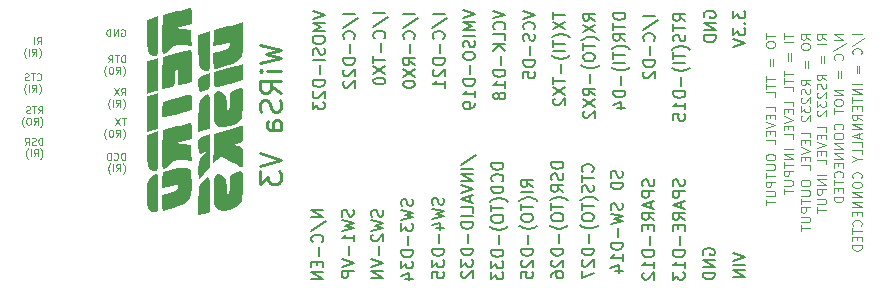
<source format=gbo>
%TF.GenerationSoftware,KiCad,Pcbnew,7.0.11*%
%TF.CreationDate,2024-12-08T19:05:50-06:00*%
%TF.ProjectId,WiRSa,57695253-612e-46b6-9963-61645f706362,rev?*%
%TF.SameCoordinates,Original*%
%TF.FileFunction,Legend,Bot*%
%TF.FilePolarity,Positive*%
%FSLAX46Y46*%
G04 Gerber Fmt 4.6, Leading zero omitted, Abs format (unit mm)*
G04 Created by KiCad (PCBNEW 7.0.11) date 2024-12-08 19:05:50*
%MOMM*%
%LPD*%
G01*
G04 APERTURE LIST*
%ADD10C,0.125000*%
%ADD11C,0.250000*%
%ADD12C,0.150000*%
%ADD13C,4.000000*%
%ADD14R,1.600000X1.600000*%
%ADD15C,1.600000*%
%ADD16R,1.200000X2.000000*%
%ADD17O,1.200000X2.000000*%
%ADD18R,1.700000X1.700000*%
%ADD19O,1.700000X1.700000*%
%ADD20C,2.100000*%
%ADD21C,1.750000*%
G04 APERTURE END LIST*
D10*
X57118621Y-85708642D02*
X57175764Y-85680071D01*
X57175764Y-85680071D02*
X57261478Y-85680071D01*
X57261478Y-85680071D02*
X57347192Y-85708642D01*
X57347192Y-85708642D02*
X57404335Y-85765785D01*
X57404335Y-85765785D02*
X57432906Y-85822928D01*
X57432906Y-85822928D02*
X57461478Y-85937214D01*
X57461478Y-85937214D02*
X57461478Y-86022928D01*
X57461478Y-86022928D02*
X57432906Y-86137214D01*
X57432906Y-86137214D02*
X57404335Y-86194357D01*
X57404335Y-86194357D02*
X57347192Y-86251500D01*
X57347192Y-86251500D02*
X57261478Y-86280071D01*
X57261478Y-86280071D02*
X57204335Y-86280071D01*
X57204335Y-86280071D02*
X57118621Y-86251500D01*
X57118621Y-86251500D02*
X57090049Y-86222928D01*
X57090049Y-86222928D02*
X57090049Y-86022928D01*
X57090049Y-86022928D02*
X57204335Y-86022928D01*
X56832906Y-86280071D02*
X56832906Y-85680071D01*
X56832906Y-85680071D02*
X56490049Y-86280071D01*
X56490049Y-86280071D02*
X56490049Y-85680071D01*
X56204335Y-86280071D02*
X56204335Y-85680071D01*
X56204335Y-85680071D02*
X56061478Y-85680071D01*
X56061478Y-85680071D02*
X55975764Y-85708642D01*
X55975764Y-85708642D02*
X55918621Y-85765785D01*
X55918621Y-85765785D02*
X55890050Y-85822928D01*
X55890050Y-85822928D02*
X55861478Y-85937214D01*
X55861478Y-85937214D02*
X55861478Y-86022928D01*
X55861478Y-86022928D02*
X55890050Y-86137214D01*
X55890050Y-86137214D02*
X55918621Y-86194357D01*
X55918621Y-86194357D02*
X55975764Y-86251500D01*
X55975764Y-86251500D02*
X56061478Y-86280071D01*
X56061478Y-86280071D02*
X56204335Y-86280071D01*
X50105049Y-92807071D02*
X50305049Y-92521357D01*
X50447906Y-92807071D02*
X50447906Y-92207071D01*
X50447906Y-92207071D02*
X50219335Y-92207071D01*
X50219335Y-92207071D02*
X50162192Y-92235642D01*
X50162192Y-92235642D02*
X50133621Y-92264214D01*
X50133621Y-92264214D02*
X50105049Y-92321357D01*
X50105049Y-92321357D02*
X50105049Y-92407071D01*
X50105049Y-92407071D02*
X50133621Y-92464214D01*
X50133621Y-92464214D02*
X50162192Y-92492785D01*
X50162192Y-92492785D02*
X50219335Y-92521357D01*
X50219335Y-92521357D02*
X50447906Y-92521357D01*
X49933621Y-92207071D02*
X49590764Y-92207071D01*
X49762192Y-92807071D02*
X49762192Y-92207071D01*
X49419335Y-92778500D02*
X49333621Y-92807071D01*
X49333621Y-92807071D02*
X49190763Y-92807071D01*
X49190763Y-92807071D02*
X49133621Y-92778500D01*
X49133621Y-92778500D02*
X49105049Y-92749928D01*
X49105049Y-92749928D02*
X49076478Y-92692785D01*
X49076478Y-92692785D02*
X49076478Y-92635642D01*
X49076478Y-92635642D02*
X49105049Y-92578500D01*
X49105049Y-92578500D02*
X49133621Y-92549928D01*
X49133621Y-92549928D02*
X49190763Y-92521357D01*
X49190763Y-92521357D02*
X49305049Y-92492785D01*
X49305049Y-92492785D02*
X49362192Y-92464214D01*
X49362192Y-92464214D02*
X49390763Y-92435642D01*
X49390763Y-92435642D02*
X49419335Y-92378500D01*
X49419335Y-92378500D02*
X49419335Y-92321357D01*
X49419335Y-92321357D02*
X49390763Y-92264214D01*
X49390763Y-92264214D02*
X49362192Y-92235642D01*
X49362192Y-92235642D02*
X49305049Y-92207071D01*
X49305049Y-92207071D02*
X49162192Y-92207071D01*
X49162192Y-92207071D02*
X49076478Y-92235642D01*
X50276478Y-94001642D02*
X50305049Y-93973071D01*
X50305049Y-93973071D02*
X50362192Y-93887357D01*
X50362192Y-93887357D02*
X50390764Y-93830214D01*
X50390764Y-93830214D02*
X50419335Y-93744500D01*
X50419335Y-93744500D02*
X50447906Y-93601642D01*
X50447906Y-93601642D02*
X50447906Y-93487357D01*
X50447906Y-93487357D02*
X50419335Y-93344500D01*
X50419335Y-93344500D02*
X50390764Y-93258785D01*
X50390764Y-93258785D02*
X50362192Y-93201642D01*
X50362192Y-93201642D02*
X50305049Y-93115928D01*
X50305049Y-93115928D02*
X50276478Y-93087357D01*
X49705049Y-93773071D02*
X49905049Y-93487357D01*
X50047906Y-93773071D02*
X50047906Y-93173071D01*
X50047906Y-93173071D02*
X49819335Y-93173071D01*
X49819335Y-93173071D02*
X49762192Y-93201642D01*
X49762192Y-93201642D02*
X49733621Y-93230214D01*
X49733621Y-93230214D02*
X49705049Y-93287357D01*
X49705049Y-93287357D02*
X49705049Y-93373071D01*
X49705049Y-93373071D02*
X49733621Y-93430214D01*
X49733621Y-93430214D02*
X49762192Y-93458785D01*
X49762192Y-93458785D02*
X49819335Y-93487357D01*
X49819335Y-93487357D02*
X50047906Y-93487357D01*
X49333621Y-93173071D02*
X49219335Y-93173071D01*
X49219335Y-93173071D02*
X49162192Y-93201642D01*
X49162192Y-93201642D02*
X49105049Y-93258785D01*
X49105049Y-93258785D02*
X49076478Y-93373071D01*
X49076478Y-93373071D02*
X49076478Y-93573071D01*
X49076478Y-93573071D02*
X49105049Y-93687357D01*
X49105049Y-93687357D02*
X49162192Y-93744500D01*
X49162192Y-93744500D02*
X49219335Y-93773071D01*
X49219335Y-93773071D02*
X49333621Y-93773071D01*
X49333621Y-93773071D02*
X49390764Y-93744500D01*
X49390764Y-93744500D02*
X49447906Y-93687357D01*
X49447906Y-93687357D02*
X49476478Y-93573071D01*
X49476478Y-93573071D02*
X49476478Y-93373071D01*
X49476478Y-93373071D02*
X49447906Y-93258785D01*
X49447906Y-93258785D02*
X49390764Y-93201642D01*
X49390764Y-93201642D02*
X49333621Y-93173071D01*
X48876478Y-94001642D02*
X48847907Y-93973071D01*
X48847907Y-93973071D02*
X48790764Y-93887357D01*
X48790764Y-93887357D02*
X48762193Y-93830214D01*
X48762193Y-93830214D02*
X48733621Y-93744500D01*
X48733621Y-93744500D02*
X48705050Y-93601642D01*
X48705050Y-93601642D02*
X48705050Y-93487357D01*
X48705050Y-93487357D02*
X48733621Y-93344500D01*
X48733621Y-93344500D02*
X48762193Y-93258785D01*
X48762193Y-93258785D02*
X48790764Y-93201642D01*
X48790764Y-93201642D02*
X48847907Y-93115928D01*
X48847907Y-93115928D02*
X48876478Y-93087357D01*
X57432906Y-96744071D02*
X57432906Y-96144071D01*
X57432906Y-96144071D02*
X57290049Y-96144071D01*
X57290049Y-96144071D02*
X57204335Y-96172642D01*
X57204335Y-96172642D02*
X57147192Y-96229785D01*
X57147192Y-96229785D02*
X57118621Y-96286928D01*
X57118621Y-96286928D02*
X57090049Y-96401214D01*
X57090049Y-96401214D02*
X57090049Y-96486928D01*
X57090049Y-96486928D02*
X57118621Y-96601214D01*
X57118621Y-96601214D02*
X57147192Y-96658357D01*
X57147192Y-96658357D02*
X57204335Y-96715500D01*
X57204335Y-96715500D02*
X57290049Y-96744071D01*
X57290049Y-96744071D02*
X57432906Y-96744071D01*
X56490049Y-96686928D02*
X56518621Y-96715500D01*
X56518621Y-96715500D02*
X56604335Y-96744071D01*
X56604335Y-96744071D02*
X56661478Y-96744071D01*
X56661478Y-96744071D02*
X56747192Y-96715500D01*
X56747192Y-96715500D02*
X56804335Y-96658357D01*
X56804335Y-96658357D02*
X56832906Y-96601214D01*
X56832906Y-96601214D02*
X56861478Y-96486928D01*
X56861478Y-96486928D02*
X56861478Y-96401214D01*
X56861478Y-96401214D02*
X56832906Y-96286928D01*
X56832906Y-96286928D02*
X56804335Y-96229785D01*
X56804335Y-96229785D02*
X56747192Y-96172642D01*
X56747192Y-96172642D02*
X56661478Y-96144071D01*
X56661478Y-96144071D02*
X56604335Y-96144071D01*
X56604335Y-96144071D02*
X56518621Y-96172642D01*
X56518621Y-96172642D02*
X56490049Y-96201214D01*
X56232906Y-96744071D02*
X56232906Y-96144071D01*
X56232906Y-96144071D02*
X56090049Y-96144071D01*
X56090049Y-96144071D02*
X56004335Y-96172642D01*
X56004335Y-96172642D02*
X55947192Y-96229785D01*
X55947192Y-96229785D02*
X55918621Y-96286928D01*
X55918621Y-96286928D02*
X55890049Y-96401214D01*
X55890049Y-96401214D02*
X55890049Y-96486928D01*
X55890049Y-96486928D02*
X55918621Y-96601214D01*
X55918621Y-96601214D02*
X55947192Y-96658357D01*
X55947192Y-96658357D02*
X56004335Y-96715500D01*
X56004335Y-96715500D02*
X56090049Y-96744071D01*
X56090049Y-96744071D02*
X56232906Y-96744071D01*
X57261478Y-97938642D02*
X57290049Y-97910071D01*
X57290049Y-97910071D02*
X57347192Y-97824357D01*
X57347192Y-97824357D02*
X57375764Y-97767214D01*
X57375764Y-97767214D02*
X57404335Y-97681500D01*
X57404335Y-97681500D02*
X57432906Y-97538642D01*
X57432906Y-97538642D02*
X57432906Y-97424357D01*
X57432906Y-97424357D02*
X57404335Y-97281500D01*
X57404335Y-97281500D02*
X57375764Y-97195785D01*
X57375764Y-97195785D02*
X57347192Y-97138642D01*
X57347192Y-97138642D02*
X57290049Y-97052928D01*
X57290049Y-97052928D02*
X57261478Y-97024357D01*
X56690049Y-97710071D02*
X56890049Y-97424357D01*
X57032906Y-97710071D02*
X57032906Y-97110071D01*
X57032906Y-97110071D02*
X56804335Y-97110071D01*
X56804335Y-97110071D02*
X56747192Y-97138642D01*
X56747192Y-97138642D02*
X56718621Y-97167214D01*
X56718621Y-97167214D02*
X56690049Y-97224357D01*
X56690049Y-97224357D02*
X56690049Y-97310071D01*
X56690049Y-97310071D02*
X56718621Y-97367214D01*
X56718621Y-97367214D02*
X56747192Y-97395785D01*
X56747192Y-97395785D02*
X56804335Y-97424357D01*
X56804335Y-97424357D02*
X57032906Y-97424357D01*
X56432906Y-97710071D02*
X56432906Y-97110071D01*
X56204335Y-97938642D02*
X56175764Y-97910071D01*
X56175764Y-97910071D02*
X56118621Y-97824357D01*
X56118621Y-97824357D02*
X56090050Y-97767214D01*
X56090050Y-97767214D02*
X56061478Y-97681500D01*
X56061478Y-97681500D02*
X56032907Y-97538642D01*
X56032907Y-97538642D02*
X56032907Y-97424357D01*
X56032907Y-97424357D02*
X56061478Y-97281500D01*
X56061478Y-97281500D02*
X56090050Y-97195785D01*
X56090050Y-97195785D02*
X56118621Y-97138642D01*
X56118621Y-97138642D02*
X56175764Y-97052928D01*
X56175764Y-97052928D02*
X56204335Y-97024357D01*
X50447906Y-95474071D02*
X50447906Y-94874071D01*
X50447906Y-94874071D02*
X50305049Y-94874071D01*
X50305049Y-94874071D02*
X50219335Y-94902642D01*
X50219335Y-94902642D02*
X50162192Y-94959785D01*
X50162192Y-94959785D02*
X50133621Y-95016928D01*
X50133621Y-95016928D02*
X50105049Y-95131214D01*
X50105049Y-95131214D02*
X50105049Y-95216928D01*
X50105049Y-95216928D02*
X50133621Y-95331214D01*
X50133621Y-95331214D02*
X50162192Y-95388357D01*
X50162192Y-95388357D02*
X50219335Y-95445500D01*
X50219335Y-95445500D02*
X50305049Y-95474071D01*
X50305049Y-95474071D02*
X50447906Y-95474071D01*
X49876478Y-95445500D02*
X49790764Y-95474071D01*
X49790764Y-95474071D02*
X49647906Y-95474071D01*
X49647906Y-95474071D02*
X49590764Y-95445500D01*
X49590764Y-95445500D02*
X49562192Y-95416928D01*
X49562192Y-95416928D02*
X49533621Y-95359785D01*
X49533621Y-95359785D02*
X49533621Y-95302642D01*
X49533621Y-95302642D02*
X49562192Y-95245500D01*
X49562192Y-95245500D02*
X49590764Y-95216928D01*
X49590764Y-95216928D02*
X49647906Y-95188357D01*
X49647906Y-95188357D02*
X49762192Y-95159785D01*
X49762192Y-95159785D02*
X49819335Y-95131214D01*
X49819335Y-95131214D02*
X49847906Y-95102642D01*
X49847906Y-95102642D02*
X49876478Y-95045500D01*
X49876478Y-95045500D02*
X49876478Y-94988357D01*
X49876478Y-94988357D02*
X49847906Y-94931214D01*
X49847906Y-94931214D02*
X49819335Y-94902642D01*
X49819335Y-94902642D02*
X49762192Y-94874071D01*
X49762192Y-94874071D02*
X49619335Y-94874071D01*
X49619335Y-94874071D02*
X49533621Y-94902642D01*
X48933620Y-95474071D02*
X49133620Y-95188357D01*
X49276477Y-95474071D02*
X49276477Y-94874071D01*
X49276477Y-94874071D02*
X49047906Y-94874071D01*
X49047906Y-94874071D02*
X48990763Y-94902642D01*
X48990763Y-94902642D02*
X48962192Y-94931214D01*
X48962192Y-94931214D02*
X48933620Y-94988357D01*
X48933620Y-94988357D02*
X48933620Y-95074071D01*
X48933620Y-95074071D02*
X48962192Y-95131214D01*
X48962192Y-95131214D02*
X48990763Y-95159785D01*
X48990763Y-95159785D02*
X49047906Y-95188357D01*
X49047906Y-95188357D02*
X49276477Y-95188357D01*
X50276478Y-96668642D02*
X50305049Y-96640071D01*
X50305049Y-96640071D02*
X50362192Y-96554357D01*
X50362192Y-96554357D02*
X50390764Y-96497214D01*
X50390764Y-96497214D02*
X50419335Y-96411500D01*
X50419335Y-96411500D02*
X50447906Y-96268642D01*
X50447906Y-96268642D02*
X50447906Y-96154357D01*
X50447906Y-96154357D02*
X50419335Y-96011500D01*
X50419335Y-96011500D02*
X50390764Y-95925785D01*
X50390764Y-95925785D02*
X50362192Y-95868642D01*
X50362192Y-95868642D02*
X50305049Y-95782928D01*
X50305049Y-95782928D02*
X50276478Y-95754357D01*
X49705049Y-96440071D02*
X49905049Y-96154357D01*
X50047906Y-96440071D02*
X50047906Y-95840071D01*
X50047906Y-95840071D02*
X49819335Y-95840071D01*
X49819335Y-95840071D02*
X49762192Y-95868642D01*
X49762192Y-95868642D02*
X49733621Y-95897214D01*
X49733621Y-95897214D02*
X49705049Y-95954357D01*
X49705049Y-95954357D02*
X49705049Y-96040071D01*
X49705049Y-96040071D02*
X49733621Y-96097214D01*
X49733621Y-96097214D02*
X49762192Y-96125785D01*
X49762192Y-96125785D02*
X49819335Y-96154357D01*
X49819335Y-96154357D02*
X50047906Y-96154357D01*
X49447906Y-96440071D02*
X49447906Y-95840071D01*
X49219335Y-96668642D02*
X49190764Y-96640071D01*
X49190764Y-96640071D02*
X49133621Y-96554357D01*
X49133621Y-96554357D02*
X49105050Y-96497214D01*
X49105050Y-96497214D02*
X49076478Y-96411500D01*
X49076478Y-96411500D02*
X49047907Y-96268642D01*
X49047907Y-96268642D02*
X49047907Y-96154357D01*
X49047907Y-96154357D02*
X49076478Y-96011500D01*
X49076478Y-96011500D02*
X49105050Y-95925785D01*
X49105050Y-95925785D02*
X49133621Y-95868642D01*
X49133621Y-95868642D02*
X49190764Y-95782928D01*
X49190764Y-95782928D02*
X49219335Y-95754357D01*
X57432906Y-88489071D02*
X57432906Y-87889071D01*
X57432906Y-87889071D02*
X57290049Y-87889071D01*
X57290049Y-87889071D02*
X57204335Y-87917642D01*
X57204335Y-87917642D02*
X57147192Y-87974785D01*
X57147192Y-87974785D02*
X57118621Y-88031928D01*
X57118621Y-88031928D02*
X57090049Y-88146214D01*
X57090049Y-88146214D02*
X57090049Y-88231928D01*
X57090049Y-88231928D02*
X57118621Y-88346214D01*
X57118621Y-88346214D02*
X57147192Y-88403357D01*
X57147192Y-88403357D02*
X57204335Y-88460500D01*
X57204335Y-88460500D02*
X57290049Y-88489071D01*
X57290049Y-88489071D02*
X57432906Y-88489071D01*
X56918621Y-87889071D02*
X56575764Y-87889071D01*
X56747192Y-88489071D02*
X56747192Y-87889071D01*
X56032906Y-88489071D02*
X56232906Y-88203357D01*
X56375763Y-88489071D02*
X56375763Y-87889071D01*
X56375763Y-87889071D02*
X56147192Y-87889071D01*
X56147192Y-87889071D02*
X56090049Y-87917642D01*
X56090049Y-87917642D02*
X56061478Y-87946214D01*
X56061478Y-87946214D02*
X56032906Y-88003357D01*
X56032906Y-88003357D02*
X56032906Y-88089071D01*
X56032906Y-88089071D02*
X56061478Y-88146214D01*
X56061478Y-88146214D02*
X56090049Y-88174785D01*
X56090049Y-88174785D02*
X56147192Y-88203357D01*
X56147192Y-88203357D02*
X56375763Y-88203357D01*
X57261478Y-89683642D02*
X57290049Y-89655071D01*
X57290049Y-89655071D02*
X57347192Y-89569357D01*
X57347192Y-89569357D02*
X57375764Y-89512214D01*
X57375764Y-89512214D02*
X57404335Y-89426500D01*
X57404335Y-89426500D02*
X57432906Y-89283642D01*
X57432906Y-89283642D02*
X57432906Y-89169357D01*
X57432906Y-89169357D02*
X57404335Y-89026500D01*
X57404335Y-89026500D02*
X57375764Y-88940785D01*
X57375764Y-88940785D02*
X57347192Y-88883642D01*
X57347192Y-88883642D02*
X57290049Y-88797928D01*
X57290049Y-88797928D02*
X57261478Y-88769357D01*
X56690049Y-89455071D02*
X56890049Y-89169357D01*
X57032906Y-89455071D02*
X57032906Y-88855071D01*
X57032906Y-88855071D02*
X56804335Y-88855071D01*
X56804335Y-88855071D02*
X56747192Y-88883642D01*
X56747192Y-88883642D02*
X56718621Y-88912214D01*
X56718621Y-88912214D02*
X56690049Y-88969357D01*
X56690049Y-88969357D02*
X56690049Y-89055071D01*
X56690049Y-89055071D02*
X56718621Y-89112214D01*
X56718621Y-89112214D02*
X56747192Y-89140785D01*
X56747192Y-89140785D02*
X56804335Y-89169357D01*
X56804335Y-89169357D02*
X57032906Y-89169357D01*
X56318621Y-88855071D02*
X56204335Y-88855071D01*
X56204335Y-88855071D02*
X56147192Y-88883642D01*
X56147192Y-88883642D02*
X56090049Y-88940785D01*
X56090049Y-88940785D02*
X56061478Y-89055071D01*
X56061478Y-89055071D02*
X56061478Y-89255071D01*
X56061478Y-89255071D02*
X56090049Y-89369357D01*
X56090049Y-89369357D02*
X56147192Y-89426500D01*
X56147192Y-89426500D02*
X56204335Y-89455071D01*
X56204335Y-89455071D02*
X56318621Y-89455071D01*
X56318621Y-89455071D02*
X56375764Y-89426500D01*
X56375764Y-89426500D02*
X56432906Y-89369357D01*
X56432906Y-89369357D02*
X56461478Y-89255071D01*
X56461478Y-89255071D02*
X56461478Y-89055071D01*
X56461478Y-89055071D02*
X56432906Y-88940785D01*
X56432906Y-88940785D02*
X56375764Y-88883642D01*
X56375764Y-88883642D02*
X56318621Y-88855071D01*
X55861478Y-89683642D02*
X55832907Y-89655071D01*
X55832907Y-89655071D02*
X55775764Y-89569357D01*
X55775764Y-89569357D02*
X55747193Y-89512214D01*
X55747193Y-89512214D02*
X55718621Y-89426500D01*
X55718621Y-89426500D02*
X55690050Y-89283642D01*
X55690050Y-89283642D02*
X55690050Y-89169357D01*
X55690050Y-89169357D02*
X55718621Y-89026500D01*
X55718621Y-89026500D02*
X55747193Y-88940785D01*
X55747193Y-88940785D02*
X55775764Y-88883642D01*
X55775764Y-88883642D02*
X55832907Y-88797928D01*
X55832907Y-88797928D02*
X55861478Y-88769357D01*
D11*
X68888834Y-87047334D02*
X70638834Y-87464000D01*
X70638834Y-87464000D02*
X69388834Y-87797334D01*
X69388834Y-87797334D02*
X70638834Y-88130667D01*
X70638834Y-88130667D02*
X68888834Y-88547334D01*
X70638834Y-89214000D02*
X69472167Y-89214000D01*
X68888834Y-89214000D02*
X68972167Y-89130667D01*
X68972167Y-89130667D02*
X69055501Y-89214000D01*
X69055501Y-89214000D02*
X68972167Y-89297334D01*
X68972167Y-89297334D02*
X68888834Y-89214000D01*
X68888834Y-89214000D02*
X69055501Y-89214000D01*
X70638834Y-91047333D02*
X69805501Y-90464000D01*
X70638834Y-90047333D02*
X68888834Y-90047333D01*
X68888834Y-90047333D02*
X68888834Y-90714000D01*
X68888834Y-90714000D02*
X68972167Y-90880667D01*
X68972167Y-90880667D02*
X69055501Y-90964000D01*
X69055501Y-90964000D02*
X69222167Y-91047333D01*
X69222167Y-91047333D02*
X69472167Y-91047333D01*
X69472167Y-91047333D02*
X69638834Y-90964000D01*
X69638834Y-90964000D02*
X69722167Y-90880667D01*
X69722167Y-90880667D02*
X69805501Y-90714000D01*
X69805501Y-90714000D02*
X69805501Y-90047333D01*
X70555501Y-91714000D02*
X70638834Y-91964000D01*
X70638834Y-91964000D02*
X70638834Y-92380667D01*
X70638834Y-92380667D02*
X70555501Y-92547333D01*
X70555501Y-92547333D02*
X70472167Y-92630667D01*
X70472167Y-92630667D02*
X70305501Y-92714000D01*
X70305501Y-92714000D02*
X70138834Y-92714000D01*
X70138834Y-92714000D02*
X69972167Y-92630667D01*
X69972167Y-92630667D02*
X69888834Y-92547333D01*
X69888834Y-92547333D02*
X69805501Y-92380667D01*
X69805501Y-92380667D02*
X69722167Y-92047333D01*
X69722167Y-92047333D02*
X69638834Y-91880667D01*
X69638834Y-91880667D02*
X69555501Y-91797333D01*
X69555501Y-91797333D02*
X69388834Y-91714000D01*
X69388834Y-91714000D02*
X69222167Y-91714000D01*
X69222167Y-91714000D02*
X69055501Y-91797333D01*
X69055501Y-91797333D02*
X68972167Y-91880667D01*
X68972167Y-91880667D02*
X68888834Y-92047333D01*
X68888834Y-92047333D02*
X68888834Y-92464000D01*
X68888834Y-92464000D02*
X68972167Y-92714000D01*
X70638834Y-94214000D02*
X69722167Y-94214000D01*
X69722167Y-94214000D02*
X69555501Y-94130667D01*
X69555501Y-94130667D02*
X69472167Y-93964000D01*
X69472167Y-93964000D02*
X69472167Y-93630667D01*
X69472167Y-93630667D02*
X69555501Y-93464000D01*
X70555501Y-94214000D02*
X70638834Y-94047334D01*
X70638834Y-94047334D02*
X70638834Y-93630667D01*
X70638834Y-93630667D02*
X70555501Y-93464000D01*
X70555501Y-93464000D02*
X70388834Y-93380667D01*
X70388834Y-93380667D02*
X70222167Y-93380667D01*
X70222167Y-93380667D02*
X70055501Y-93464000D01*
X70055501Y-93464000D02*
X69972167Y-93630667D01*
X69972167Y-93630667D02*
X69972167Y-94047334D01*
X69972167Y-94047334D02*
X69888834Y-94214000D01*
X68888834Y-96130666D02*
X70638834Y-96714000D01*
X70638834Y-96714000D02*
X68888834Y-97297333D01*
X68888834Y-97714000D02*
X68888834Y-98797333D01*
X68888834Y-98797333D02*
X69555501Y-98214000D01*
X69555501Y-98214000D02*
X69555501Y-98464000D01*
X69555501Y-98464000D02*
X69638834Y-98630666D01*
X69638834Y-98630666D02*
X69722167Y-98714000D01*
X69722167Y-98714000D02*
X69888834Y-98797333D01*
X69888834Y-98797333D02*
X70305501Y-98797333D01*
X70305501Y-98797333D02*
X70472167Y-98714000D01*
X70472167Y-98714000D02*
X70555501Y-98630666D01*
X70555501Y-98630666D02*
X70638834Y-98464000D01*
X70638834Y-98464000D02*
X70638834Y-97964000D01*
X70638834Y-97964000D02*
X70555501Y-97797333D01*
X70555501Y-97797333D02*
X70472167Y-97714000D01*
D10*
X57090049Y-91283071D02*
X57290049Y-90997357D01*
X57432906Y-91283071D02*
X57432906Y-90683071D01*
X57432906Y-90683071D02*
X57204335Y-90683071D01*
X57204335Y-90683071D02*
X57147192Y-90711642D01*
X57147192Y-90711642D02*
X57118621Y-90740214D01*
X57118621Y-90740214D02*
X57090049Y-90797357D01*
X57090049Y-90797357D02*
X57090049Y-90883071D01*
X57090049Y-90883071D02*
X57118621Y-90940214D01*
X57118621Y-90940214D02*
X57147192Y-90968785D01*
X57147192Y-90968785D02*
X57204335Y-90997357D01*
X57204335Y-90997357D02*
X57432906Y-90997357D01*
X56890049Y-90683071D02*
X56490049Y-91283071D01*
X56490049Y-90683071D02*
X56890049Y-91283071D01*
X57261478Y-92477642D02*
X57290049Y-92449071D01*
X57290049Y-92449071D02*
X57347192Y-92363357D01*
X57347192Y-92363357D02*
X57375764Y-92306214D01*
X57375764Y-92306214D02*
X57404335Y-92220500D01*
X57404335Y-92220500D02*
X57432906Y-92077642D01*
X57432906Y-92077642D02*
X57432906Y-91963357D01*
X57432906Y-91963357D02*
X57404335Y-91820500D01*
X57404335Y-91820500D02*
X57375764Y-91734785D01*
X57375764Y-91734785D02*
X57347192Y-91677642D01*
X57347192Y-91677642D02*
X57290049Y-91591928D01*
X57290049Y-91591928D02*
X57261478Y-91563357D01*
X56690049Y-92249071D02*
X56890049Y-91963357D01*
X57032906Y-92249071D02*
X57032906Y-91649071D01*
X57032906Y-91649071D02*
X56804335Y-91649071D01*
X56804335Y-91649071D02*
X56747192Y-91677642D01*
X56747192Y-91677642D02*
X56718621Y-91706214D01*
X56718621Y-91706214D02*
X56690049Y-91763357D01*
X56690049Y-91763357D02*
X56690049Y-91849071D01*
X56690049Y-91849071D02*
X56718621Y-91906214D01*
X56718621Y-91906214D02*
X56747192Y-91934785D01*
X56747192Y-91934785D02*
X56804335Y-91963357D01*
X56804335Y-91963357D02*
X57032906Y-91963357D01*
X56432906Y-92249071D02*
X56432906Y-91649071D01*
X56204335Y-92477642D02*
X56175764Y-92449071D01*
X56175764Y-92449071D02*
X56118621Y-92363357D01*
X56118621Y-92363357D02*
X56090050Y-92306214D01*
X56090050Y-92306214D02*
X56061478Y-92220500D01*
X56061478Y-92220500D02*
X56032907Y-92077642D01*
X56032907Y-92077642D02*
X56032907Y-91963357D01*
X56032907Y-91963357D02*
X56061478Y-91820500D01*
X56061478Y-91820500D02*
X56090050Y-91734785D01*
X56090050Y-91734785D02*
X56118621Y-91677642D01*
X56118621Y-91677642D02*
X56175764Y-91591928D01*
X56175764Y-91591928D02*
X56204335Y-91563357D01*
X49978049Y-86965071D02*
X50178049Y-86679357D01*
X50320906Y-86965071D02*
X50320906Y-86365071D01*
X50320906Y-86365071D02*
X50092335Y-86365071D01*
X50092335Y-86365071D02*
X50035192Y-86393642D01*
X50035192Y-86393642D02*
X50006621Y-86422214D01*
X50006621Y-86422214D02*
X49978049Y-86479357D01*
X49978049Y-86479357D02*
X49978049Y-86565071D01*
X49978049Y-86565071D02*
X50006621Y-86622214D01*
X50006621Y-86622214D02*
X50035192Y-86650785D01*
X50035192Y-86650785D02*
X50092335Y-86679357D01*
X50092335Y-86679357D02*
X50320906Y-86679357D01*
X49720906Y-86965071D02*
X49720906Y-86365071D01*
X50149478Y-88159642D02*
X50178049Y-88131071D01*
X50178049Y-88131071D02*
X50235192Y-88045357D01*
X50235192Y-88045357D02*
X50263764Y-87988214D01*
X50263764Y-87988214D02*
X50292335Y-87902500D01*
X50292335Y-87902500D02*
X50320906Y-87759642D01*
X50320906Y-87759642D02*
X50320906Y-87645357D01*
X50320906Y-87645357D02*
X50292335Y-87502500D01*
X50292335Y-87502500D02*
X50263764Y-87416785D01*
X50263764Y-87416785D02*
X50235192Y-87359642D01*
X50235192Y-87359642D02*
X50178049Y-87273928D01*
X50178049Y-87273928D02*
X50149478Y-87245357D01*
X49578049Y-87931071D02*
X49778049Y-87645357D01*
X49920906Y-87931071D02*
X49920906Y-87331071D01*
X49920906Y-87331071D02*
X49692335Y-87331071D01*
X49692335Y-87331071D02*
X49635192Y-87359642D01*
X49635192Y-87359642D02*
X49606621Y-87388214D01*
X49606621Y-87388214D02*
X49578049Y-87445357D01*
X49578049Y-87445357D02*
X49578049Y-87531071D01*
X49578049Y-87531071D02*
X49606621Y-87588214D01*
X49606621Y-87588214D02*
X49635192Y-87616785D01*
X49635192Y-87616785D02*
X49692335Y-87645357D01*
X49692335Y-87645357D02*
X49920906Y-87645357D01*
X49320906Y-87931071D02*
X49320906Y-87331071D01*
X49092335Y-88159642D02*
X49063764Y-88131071D01*
X49063764Y-88131071D02*
X49006621Y-88045357D01*
X49006621Y-88045357D02*
X48978050Y-87988214D01*
X48978050Y-87988214D02*
X48949478Y-87902500D01*
X48949478Y-87902500D02*
X48920907Y-87759642D01*
X48920907Y-87759642D02*
X48920907Y-87645357D01*
X48920907Y-87645357D02*
X48949478Y-87502500D01*
X48949478Y-87502500D02*
X48978050Y-87416785D01*
X48978050Y-87416785D02*
X49006621Y-87359642D01*
X49006621Y-87359642D02*
X49063764Y-87273928D01*
X49063764Y-87273928D02*
X49092335Y-87245357D01*
X49978049Y-89955928D02*
X50006621Y-89984500D01*
X50006621Y-89984500D02*
X50092335Y-90013071D01*
X50092335Y-90013071D02*
X50149478Y-90013071D01*
X50149478Y-90013071D02*
X50235192Y-89984500D01*
X50235192Y-89984500D02*
X50292335Y-89927357D01*
X50292335Y-89927357D02*
X50320906Y-89870214D01*
X50320906Y-89870214D02*
X50349478Y-89755928D01*
X50349478Y-89755928D02*
X50349478Y-89670214D01*
X50349478Y-89670214D02*
X50320906Y-89555928D01*
X50320906Y-89555928D02*
X50292335Y-89498785D01*
X50292335Y-89498785D02*
X50235192Y-89441642D01*
X50235192Y-89441642D02*
X50149478Y-89413071D01*
X50149478Y-89413071D02*
X50092335Y-89413071D01*
X50092335Y-89413071D02*
X50006621Y-89441642D01*
X50006621Y-89441642D02*
X49978049Y-89470214D01*
X49806621Y-89413071D02*
X49463764Y-89413071D01*
X49635192Y-90013071D02*
X49635192Y-89413071D01*
X49292335Y-89984500D02*
X49206621Y-90013071D01*
X49206621Y-90013071D02*
X49063763Y-90013071D01*
X49063763Y-90013071D02*
X49006621Y-89984500D01*
X49006621Y-89984500D02*
X48978049Y-89955928D01*
X48978049Y-89955928D02*
X48949478Y-89898785D01*
X48949478Y-89898785D02*
X48949478Y-89841642D01*
X48949478Y-89841642D02*
X48978049Y-89784500D01*
X48978049Y-89784500D02*
X49006621Y-89755928D01*
X49006621Y-89755928D02*
X49063763Y-89727357D01*
X49063763Y-89727357D02*
X49178049Y-89698785D01*
X49178049Y-89698785D02*
X49235192Y-89670214D01*
X49235192Y-89670214D02*
X49263763Y-89641642D01*
X49263763Y-89641642D02*
X49292335Y-89584500D01*
X49292335Y-89584500D02*
X49292335Y-89527357D01*
X49292335Y-89527357D02*
X49263763Y-89470214D01*
X49263763Y-89470214D02*
X49235192Y-89441642D01*
X49235192Y-89441642D02*
X49178049Y-89413071D01*
X49178049Y-89413071D02*
X49035192Y-89413071D01*
X49035192Y-89413071D02*
X48949478Y-89441642D01*
X50149478Y-91207642D02*
X50178049Y-91179071D01*
X50178049Y-91179071D02*
X50235192Y-91093357D01*
X50235192Y-91093357D02*
X50263764Y-91036214D01*
X50263764Y-91036214D02*
X50292335Y-90950500D01*
X50292335Y-90950500D02*
X50320906Y-90807642D01*
X50320906Y-90807642D02*
X50320906Y-90693357D01*
X50320906Y-90693357D02*
X50292335Y-90550500D01*
X50292335Y-90550500D02*
X50263764Y-90464785D01*
X50263764Y-90464785D02*
X50235192Y-90407642D01*
X50235192Y-90407642D02*
X50178049Y-90321928D01*
X50178049Y-90321928D02*
X50149478Y-90293357D01*
X49578049Y-90979071D02*
X49778049Y-90693357D01*
X49920906Y-90979071D02*
X49920906Y-90379071D01*
X49920906Y-90379071D02*
X49692335Y-90379071D01*
X49692335Y-90379071D02*
X49635192Y-90407642D01*
X49635192Y-90407642D02*
X49606621Y-90436214D01*
X49606621Y-90436214D02*
X49578049Y-90493357D01*
X49578049Y-90493357D02*
X49578049Y-90579071D01*
X49578049Y-90579071D02*
X49606621Y-90636214D01*
X49606621Y-90636214D02*
X49635192Y-90664785D01*
X49635192Y-90664785D02*
X49692335Y-90693357D01*
X49692335Y-90693357D02*
X49920906Y-90693357D01*
X49320906Y-90979071D02*
X49320906Y-90379071D01*
X49092335Y-91207642D02*
X49063764Y-91179071D01*
X49063764Y-91179071D02*
X49006621Y-91093357D01*
X49006621Y-91093357D02*
X48978050Y-91036214D01*
X48978050Y-91036214D02*
X48949478Y-90950500D01*
X48949478Y-90950500D02*
X48920907Y-90807642D01*
X48920907Y-90807642D02*
X48920907Y-90693357D01*
X48920907Y-90693357D02*
X48949478Y-90550500D01*
X48949478Y-90550500D02*
X48978050Y-90464785D01*
X48978050Y-90464785D02*
X49006621Y-90407642D01*
X49006621Y-90407642D02*
X49063764Y-90321928D01*
X49063764Y-90321928D02*
X49092335Y-90293357D01*
X57518621Y-93223071D02*
X57175764Y-93223071D01*
X57347192Y-93823071D02*
X57347192Y-93223071D01*
X57032906Y-93223071D02*
X56632906Y-93823071D01*
X56632906Y-93223071D02*
X57032906Y-93823071D01*
X57261478Y-95017642D02*
X57290049Y-94989071D01*
X57290049Y-94989071D02*
X57347192Y-94903357D01*
X57347192Y-94903357D02*
X57375764Y-94846214D01*
X57375764Y-94846214D02*
X57404335Y-94760500D01*
X57404335Y-94760500D02*
X57432906Y-94617642D01*
X57432906Y-94617642D02*
X57432906Y-94503357D01*
X57432906Y-94503357D02*
X57404335Y-94360500D01*
X57404335Y-94360500D02*
X57375764Y-94274785D01*
X57375764Y-94274785D02*
X57347192Y-94217642D01*
X57347192Y-94217642D02*
X57290049Y-94131928D01*
X57290049Y-94131928D02*
X57261478Y-94103357D01*
X56690049Y-94789071D02*
X56890049Y-94503357D01*
X57032906Y-94789071D02*
X57032906Y-94189071D01*
X57032906Y-94189071D02*
X56804335Y-94189071D01*
X56804335Y-94189071D02*
X56747192Y-94217642D01*
X56747192Y-94217642D02*
X56718621Y-94246214D01*
X56718621Y-94246214D02*
X56690049Y-94303357D01*
X56690049Y-94303357D02*
X56690049Y-94389071D01*
X56690049Y-94389071D02*
X56718621Y-94446214D01*
X56718621Y-94446214D02*
X56747192Y-94474785D01*
X56747192Y-94474785D02*
X56804335Y-94503357D01*
X56804335Y-94503357D02*
X57032906Y-94503357D01*
X56318621Y-94189071D02*
X56204335Y-94189071D01*
X56204335Y-94189071D02*
X56147192Y-94217642D01*
X56147192Y-94217642D02*
X56090049Y-94274785D01*
X56090049Y-94274785D02*
X56061478Y-94389071D01*
X56061478Y-94389071D02*
X56061478Y-94589071D01*
X56061478Y-94589071D02*
X56090049Y-94703357D01*
X56090049Y-94703357D02*
X56147192Y-94760500D01*
X56147192Y-94760500D02*
X56204335Y-94789071D01*
X56204335Y-94789071D02*
X56318621Y-94789071D01*
X56318621Y-94789071D02*
X56375764Y-94760500D01*
X56375764Y-94760500D02*
X56432906Y-94703357D01*
X56432906Y-94703357D02*
X56461478Y-94589071D01*
X56461478Y-94589071D02*
X56461478Y-94389071D01*
X56461478Y-94389071D02*
X56432906Y-94274785D01*
X56432906Y-94274785D02*
X56375764Y-94217642D01*
X56375764Y-94217642D02*
X56318621Y-94189071D01*
X55861478Y-95017642D02*
X55832907Y-94989071D01*
X55832907Y-94989071D02*
X55775764Y-94903357D01*
X55775764Y-94903357D02*
X55747193Y-94846214D01*
X55747193Y-94846214D02*
X55718621Y-94760500D01*
X55718621Y-94760500D02*
X55690050Y-94617642D01*
X55690050Y-94617642D02*
X55690050Y-94503357D01*
X55690050Y-94503357D02*
X55718621Y-94360500D01*
X55718621Y-94360500D02*
X55747193Y-94274785D01*
X55747193Y-94274785D02*
X55775764Y-94217642D01*
X55775764Y-94217642D02*
X55832907Y-94131928D01*
X55832907Y-94131928D02*
X55861478Y-94103357D01*
D12*
X79260900Y-100969985D02*
X79308519Y-101112842D01*
X79308519Y-101112842D02*
X79308519Y-101350937D01*
X79308519Y-101350937D02*
X79260900Y-101446175D01*
X79260900Y-101446175D02*
X79213280Y-101493794D01*
X79213280Y-101493794D02*
X79118042Y-101541413D01*
X79118042Y-101541413D02*
X79022804Y-101541413D01*
X79022804Y-101541413D02*
X78927566Y-101493794D01*
X78927566Y-101493794D02*
X78879947Y-101446175D01*
X78879947Y-101446175D02*
X78832328Y-101350937D01*
X78832328Y-101350937D02*
X78784709Y-101160461D01*
X78784709Y-101160461D02*
X78737090Y-101065223D01*
X78737090Y-101065223D02*
X78689471Y-101017604D01*
X78689471Y-101017604D02*
X78594233Y-100969985D01*
X78594233Y-100969985D02*
X78498995Y-100969985D01*
X78498995Y-100969985D02*
X78403757Y-101017604D01*
X78403757Y-101017604D02*
X78356138Y-101065223D01*
X78356138Y-101065223D02*
X78308519Y-101160461D01*
X78308519Y-101160461D02*
X78308519Y-101398556D01*
X78308519Y-101398556D02*
X78356138Y-101541413D01*
X78308519Y-101874747D02*
X79308519Y-102112842D01*
X79308519Y-102112842D02*
X78594233Y-102303318D01*
X78594233Y-102303318D02*
X79308519Y-102493794D01*
X79308519Y-102493794D02*
X78308519Y-102731890D01*
X78403757Y-103065223D02*
X78356138Y-103112842D01*
X78356138Y-103112842D02*
X78308519Y-103208080D01*
X78308519Y-103208080D02*
X78308519Y-103446175D01*
X78308519Y-103446175D02*
X78356138Y-103541413D01*
X78356138Y-103541413D02*
X78403757Y-103589032D01*
X78403757Y-103589032D02*
X78498995Y-103636651D01*
X78498995Y-103636651D02*
X78594233Y-103636651D01*
X78594233Y-103636651D02*
X78737090Y-103589032D01*
X78737090Y-103589032D02*
X79308519Y-103017604D01*
X79308519Y-103017604D02*
X79308519Y-103636651D01*
X78927566Y-104065223D02*
X78927566Y-104827128D01*
X78308519Y-105160461D02*
X79308519Y-105493794D01*
X79308519Y-105493794D02*
X78308519Y-105827127D01*
X79308519Y-106160461D02*
X78308519Y-106160461D01*
X78308519Y-106160461D02*
X79308519Y-106731889D01*
X79308519Y-106731889D02*
X78308519Y-106731889D01*
X106410597Y-104770310D02*
X106362978Y-104675072D01*
X106362978Y-104675072D02*
X106362978Y-104532215D01*
X106362978Y-104532215D02*
X106410597Y-104389358D01*
X106410597Y-104389358D02*
X106505835Y-104294120D01*
X106505835Y-104294120D02*
X106601073Y-104246501D01*
X106601073Y-104246501D02*
X106791549Y-104198882D01*
X106791549Y-104198882D02*
X106934406Y-104198882D01*
X106934406Y-104198882D02*
X107124882Y-104246501D01*
X107124882Y-104246501D02*
X107220120Y-104294120D01*
X107220120Y-104294120D02*
X107315359Y-104389358D01*
X107315359Y-104389358D02*
X107362978Y-104532215D01*
X107362978Y-104532215D02*
X107362978Y-104627453D01*
X107362978Y-104627453D02*
X107315359Y-104770310D01*
X107315359Y-104770310D02*
X107267739Y-104817929D01*
X107267739Y-104817929D02*
X106934406Y-104817929D01*
X106934406Y-104817929D02*
X106934406Y-104627453D01*
X107362978Y-105246501D02*
X106362978Y-105246501D01*
X106362978Y-105246501D02*
X107362978Y-105817929D01*
X107362978Y-105817929D02*
X106362978Y-105817929D01*
X107362978Y-106294120D02*
X106362978Y-106294120D01*
X106362978Y-106294120D02*
X106362978Y-106532215D01*
X106362978Y-106532215D02*
X106410597Y-106675072D01*
X106410597Y-106675072D02*
X106505835Y-106770310D01*
X106505835Y-106770310D02*
X106601073Y-106817929D01*
X106601073Y-106817929D02*
X106791549Y-106865548D01*
X106791549Y-106865548D02*
X106934406Y-106865548D01*
X106934406Y-106865548D02*
X107124882Y-106817929D01*
X107124882Y-106817929D02*
X107220120Y-106770310D01*
X107220120Y-106770310D02*
X107315359Y-106675072D01*
X107315359Y-106675072D02*
X107362978Y-106532215D01*
X107362978Y-106532215D02*
X107362978Y-106294120D01*
X81988080Y-84384339D02*
X80988080Y-84384339D01*
X80940461Y-85574814D02*
X82226175Y-84717672D01*
X81892841Y-86479576D02*
X81940461Y-86431957D01*
X81940461Y-86431957D02*
X81988080Y-86289100D01*
X81988080Y-86289100D02*
X81988080Y-86193862D01*
X81988080Y-86193862D02*
X81940461Y-86051005D01*
X81940461Y-86051005D02*
X81845222Y-85955767D01*
X81845222Y-85955767D02*
X81749984Y-85908148D01*
X81749984Y-85908148D02*
X81559508Y-85860529D01*
X81559508Y-85860529D02*
X81416651Y-85860529D01*
X81416651Y-85860529D02*
X81226175Y-85908148D01*
X81226175Y-85908148D02*
X81130937Y-85955767D01*
X81130937Y-85955767D02*
X81035699Y-86051005D01*
X81035699Y-86051005D02*
X80988080Y-86193862D01*
X80988080Y-86193862D02*
X80988080Y-86289100D01*
X80988080Y-86289100D02*
X81035699Y-86431957D01*
X81035699Y-86431957D02*
X81083318Y-86479576D01*
X81607127Y-86908148D02*
X81607127Y-87670053D01*
X81988080Y-88717671D02*
X81511889Y-88384338D01*
X81988080Y-88146243D02*
X80988080Y-88146243D01*
X80988080Y-88146243D02*
X80988080Y-88527195D01*
X80988080Y-88527195D02*
X81035699Y-88622433D01*
X81035699Y-88622433D02*
X81083318Y-88670052D01*
X81083318Y-88670052D02*
X81178556Y-88717671D01*
X81178556Y-88717671D02*
X81321413Y-88717671D01*
X81321413Y-88717671D02*
X81416651Y-88670052D01*
X81416651Y-88670052D02*
X81464270Y-88622433D01*
X81464270Y-88622433D02*
X81511889Y-88527195D01*
X81511889Y-88527195D02*
X81511889Y-88146243D01*
X80988080Y-89051005D02*
X81988080Y-89717671D01*
X80988080Y-89717671D02*
X81988080Y-89051005D01*
X80988080Y-90289100D02*
X80988080Y-90384338D01*
X80988080Y-90384338D02*
X81035699Y-90479576D01*
X81035699Y-90479576D02*
X81083318Y-90527195D01*
X81083318Y-90527195D02*
X81178556Y-90574814D01*
X81178556Y-90574814D02*
X81369032Y-90622433D01*
X81369032Y-90622433D02*
X81607127Y-90622433D01*
X81607127Y-90622433D02*
X81797603Y-90574814D01*
X81797603Y-90574814D02*
X81892841Y-90527195D01*
X81892841Y-90527195D02*
X81940461Y-90479576D01*
X81940461Y-90479576D02*
X81988080Y-90384338D01*
X81988080Y-90384338D02*
X81988080Y-90289100D01*
X81988080Y-90289100D02*
X81940461Y-90193862D01*
X81940461Y-90193862D02*
X81892841Y-90146243D01*
X81892841Y-90146243D02*
X81797603Y-90098624D01*
X81797603Y-90098624D02*
X81607127Y-90051005D01*
X81607127Y-90051005D02*
X81369032Y-90051005D01*
X81369032Y-90051005D02*
X81178556Y-90098624D01*
X81178556Y-90098624D02*
X81083318Y-90146243D01*
X81083318Y-90146243D02*
X81035699Y-90193862D01*
X81035699Y-90193862D02*
X80988080Y-90289100D01*
X104772549Y-98402073D02*
X104820168Y-98544930D01*
X104820168Y-98544930D02*
X104820168Y-98783025D01*
X104820168Y-98783025D02*
X104772549Y-98878263D01*
X104772549Y-98878263D02*
X104724929Y-98925882D01*
X104724929Y-98925882D02*
X104629691Y-98973501D01*
X104629691Y-98973501D02*
X104534453Y-98973501D01*
X104534453Y-98973501D02*
X104439215Y-98925882D01*
X104439215Y-98925882D02*
X104391596Y-98878263D01*
X104391596Y-98878263D02*
X104343977Y-98783025D01*
X104343977Y-98783025D02*
X104296358Y-98592549D01*
X104296358Y-98592549D02*
X104248739Y-98497311D01*
X104248739Y-98497311D02*
X104201120Y-98449692D01*
X104201120Y-98449692D02*
X104105882Y-98402073D01*
X104105882Y-98402073D02*
X104010644Y-98402073D01*
X104010644Y-98402073D02*
X103915406Y-98449692D01*
X103915406Y-98449692D02*
X103867787Y-98497311D01*
X103867787Y-98497311D02*
X103820168Y-98592549D01*
X103820168Y-98592549D02*
X103820168Y-98830644D01*
X103820168Y-98830644D02*
X103867787Y-98973501D01*
X104820168Y-99402073D02*
X103820168Y-99402073D01*
X103820168Y-99402073D02*
X103820168Y-99783025D01*
X103820168Y-99783025D02*
X103867787Y-99878263D01*
X103867787Y-99878263D02*
X103915406Y-99925882D01*
X103915406Y-99925882D02*
X104010644Y-99973501D01*
X104010644Y-99973501D02*
X104153501Y-99973501D01*
X104153501Y-99973501D02*
X104248739Y-99925882D01*
X104248739Y-99925882D02*
X104296358Y-99878263D01*
X104296358Y-99878263D02*
X104343977Y-99783025D01*
X104343977Y-99783025D02*
X104343977Y-99402073D01*
X104534453Y-100354454D02*
X104534453Y-100830644D01*
X104820168Y-100259216D02*
X103820168Y-100592549D01*
X103820168Y-100592549D02*
X104820168Y-100925882D01*
X104820168Y-101830644D02*
X104343977Y-101497311D01*
X104820168Y-101259216D02*
X103820168Y-101259216D01*
X103820168Y-101259216D02*
X103820168Y-101640168D01*
X103820168Y-101640168D02*
X103867787Y-101735406D01*
X103867787Y-101735406D02*
X103915406Y-101783025D01*
X103915406Y-101783025D02*
X104010644Y-101830644D01*
X104010644Y-101830644D02*
X104153501Y-101830644D01*
X104153501Y-101830644D02*
X104248739Y-101783025D01*
X104248739Y-101783025D02*
X104296358Y-101735406D01*
X104296358Y-101735406D02*
X104343977Y-101640168D01*
X104343977Y-101640168D02*
X104343977Y-101259216D01*
X104296358Y-102259216D02*
X104296358Y-102592549D01*
X104820168Y-102735406D02*
X104820168Y-102259216D01*
X104820168Y-102259216D02*
X103820168Y-102259216D01*
X103820168Y-102259216D02*
X103820168Y-102735406D01*
X104439215Y-103163978D02*
X104439215Y-103925883D01*
X104820168Y-104402073D02*
X103820168Y-104402073D01*
X103820168Y-104402073D02*
X103820168Y-104640168D01*
X103820168Y-104640168D02*
X103867787Y-104783025D01*
X103867787Y-104783025D02*
X103963025Y-104878263D01*
X103963025Y-104878263D02*
X104058263Y-104925882D01*
X104058263Y-104925882D02*
X104248739Y-104973501D01*
X104248739Y-104973501D02*
X104391596Y-104973501D01*
X104391596Y-104973501D02*
X104582072Y-104925882D01*
X104582072Y-104925882D02*
X104677310Y-104878263D01*
X104677310Y-104878263D02*
X104772549Y-104783025D01*
X104772549Y-104783025D02*
X104820168Y-104640168D01*
X104820168Y-104640168D02*
X104820168Y-104402073D01*
X104820168Y-105925882D02*
X104820168Y-105354454D01*
X104820168Y-105640168D02*
X103820168Y-105640168D01*
X103820168Y-105640168D02*
X103963025Y-105544930D01*
X103963025Y-105544930D02*
X104058263Y-105449692D01*
X104058263Y-105449692D02*
X104105882Y-105354454D01*
X103820168Y-106259216D02*
X103820168Y-106878263D01*
X103820168Y-106878263D02*
X104201120Y-106544930D01*
X104201120Y-106544930D02*
X104201120Y-106687787D01*
X104201120Y-106687787D02*
X104248739Y-106783025D01*
X104248739Y-106783025D02*
X104296358Y-106830644D01*
X104296358Y-106830644D02*
X104391596Y-106878263D01*
X104391596Y-106878263D02*
X104629691Y-106878263D01*
X104629691Y-106878263D02*
X104724929Y-106830644D01*
X104724929Y-106830644D02*
X104772549Y-106783025D01*
X104772549Y-106783025D02*
X104820168Y-106687787D01*
X104820168Y-106687787D02*
X104820168Y-106402073D01*
X104820168Y-106402073D02*
X104772549Y-106306835D01*
X104772549Y-106306835D02*
X104724929Y-106259216D01*
X108955992Y-84144925D02*
X108955992Y-84763972D01*
X108955992Y-84763972D02*
X109336944Y-84430639D01*
X109336944Y-84430639D02*
X109336944Y-84573496D01*
X109336944Y-84573496D02*
X109384563Y-84668734D01*
X109384563Y-84668734D02*
X109432182Y-84716353D01*
X109432182Y-84716353D02*
X109527420Y-84763972D01*
X109527420Y-84763972D02*
X109765515Y-84763972D01*
X109765515Y-84763972D02*
X109860753Y-84716353D01*
X109860753Y-84716353D02*
X109908373Y-84668734D01*
X109908373Y-84668734D02*
X109955992Y-84573496D01*
X109955992Y-84573496D02*
X109955992Y-84287782D01*
X109955992Y-84287782D02*
X109908373Y-84192544D01*
X109908373Y-84192544D02*
X109860753Y-84144925D01*
X109860753Y-85192544D02*
X109908373Y-85240163D01*
X109908373Y-85240163D02*
X109955992Y-85192544D01*
X109955992Y-85192544D02*
X109908373Y-85144925D01*
X109908373Y-85144925D02*
X109860753Y-85192544D01*
X109860753Y-85192544D02*
X109955992Y-85192544D01*
X108955992Y-85573496D02*
X108955992Y-86192543D01*
X108955992Y-86192543D02*
X109336944Y-85859210D01*
X109336944Y-85859210D02*
X109336944Y-86002067D01*
X109336944Y-86002067D02*
X109384563Y-86097305D01*
X109384563Y-86097305D02*
X109432182Y-86144924D01*
X109432182Y-86144924D02*
X109527420Y-86192543D01*
X109527420Y-86192543D02*
X109765515Y-86192543D01*
X109765515Y-86192543D02*
X109860753Y-86144924D01*
X109860753Y-86144924D02*
X109908373Y-86097305D01*
X109908373Y-86097305D02*
X109955992Y-86002067D01*
X109955992Y-86002067D02*
X109955992Y-85716353D01*
X109955992Y-85716353D02*
X109908373Y-85621115D01*
X109908373Y-85621115D02*
X109860753Y-85573496D01*
X108955992Y-86478258D02*
X109955992Y-86811591D01*
X109955992Y-86811591D02*
X108955992Y-87144924D01*
X88635992Y-84103459D02*
X89635992Y-84436792D01*
X89635992Y-84436792D02*
X88635992Y-84770125D01*
X89540753Y-85674887D02*
X89588373Y-85627268D01*
X89588373Y-85627268D02*
X89635992Y-85484411D01*
X89635992Y-85484411D02*
X89635992Y-85389173D01*
X89635992Y-85389173D02*
X89588373Y-85246316D01*
X89588373Y-85246316D02*
X89493134Y-85151078D01*
X89493134Y-85151078D02*
X89397896Y-85103459D01*
X89397896Y-85103459D02*
X89207420Y-85055840D01*
X89207420Y-85055840D02*
X89064563Y-85055840D01*
X89064563Y-85055840D02*
X88874087Y-85103459D01*
X88874087Y-85103459D02*
X88778849Y-85151078D01*
X88778849Y-85151078D02*
X88683611Y-85246316D01*
X88683611Y-85246316D02*
X88635992Y-85389173D01*
X88635992Y-85389173D02*
X88635992Y-85484411D01*
X88635992Y-85484411D02*
X88683611Y-85627268D01*
X88683611Y-85627268D02*
X88731230Y-85674887D01*
X89635992Y-86579649D02*
X89635992Y-86103459D01*
X89635992Y-86103459D02*
X88635992Y-86103459D01*
X89635992Y-86912983D02*
X88635992Y-86912983D01*
X89635992Y-87484411D02*
X89064563Y-87055840D01*
X88635992Y-87484411D02*
X89207420Y-86912983D01*
X89255039Y-87912983D02*
X89255039Y-88674888D01*
X89635992Y-89151078D02*
X88635992Y-89151078D01*
X88635992Y-89151078D02*
X88635992Y-89389173D01*
X88635992Y-89389173D02*
X88683611Y-89532030D01*
X88683611Y-89532030D02*
X88778849Y-89627268D01*
X88778849Y-89627268D02*
X88874087Y-89674887D01*
X88874087Y-89674887D02*
X89064563Y-89722506D01*
X89064563Y-89722506D02*
X89207420Y-89722506D01*
X89207420Y-89722506D02*
X89397896Y-89674887D01*
X89397896Y-89674887D02*
X89493134Y-89627268D01*
X89493134Y-89627268D02*
X89588373Y-89532030D01*
X89588373Y-89532030D02*
X89635992Y-89389173D01*
X89635992Y-89389173D02*
X89635992Y-89151078D01*
X89635992Y-90674887D02*
X89635992Y-90103459D01*
X89635992Y-90389173D02*
X88635992Y-90389173D01*
X88635992Y-90389173D02*
X88778849Y-90293935D01*
X88778849Y-90293935D02*
X88874087Y-90198697D01*
X88874087Y-90198697D02*
X88921706Y-90103459D01*
X89064563Y-91246316D02*
X89016944Y-91151078D01*
X89016944Y-91151078D02*
X88969325Y-91103459D01*
X88969325Y-91103459D02*
X88874087Y-91055840D01*
X88874087Y-91055840D02*
X88826468Y-91055840D01*
X88826468Y-91055840D02*
X88731230Y-91103459D01*
X88731230Y-91103459D02*
X88683611Y-91151078D01*
X88683611Y-91151078D02*
X88635992Y-91246316D01*
X88635992Y-91246316D02*
X88635992Y-91436792D01*
X88635992Y-91436792D02*
X88683611Y-91532030D01*
X88683611Y-91532030D02*
X88731230Y-91579649D01*
X88731230Y-91579649D02*
X88826468Y-91627268D01*
X88826468Y-91627268D02*
X88874087Y-91627268D01*
X88874087Y-91627268D02*
X88969325Y-91579649D01*
X88969325Y-91579649D02*
X89016944Y-91532030D01*
X89016944Y-91532030D02*
X89064563Y-91436792D01*
X89064563Y-91436792D02*
X89064563Y-91246316D01*
X89064563Y-91246316D02*
X89112182Y-91151078D01*
X89112182Y-91151078D02*
X89159801Y-91103459D01*
X89159801Y-91103459D02*
X89255039Y-91055840D01*
X89255039Y-91055840D02*
X89445515Y-91055840D01*
X89445515Y-91055840D02*
X89540753Y-91103459D01*
X89540753Y-91103459D02*
X89588373Y-91151078D01*
X89588373Y-91151078D02*
X89635992Y-91246316D01*
X89635992Y-91246316D02*
X89635992Y-91436792D01*
X89635992Y-91436792D02*
X89588373Y-91532030D01*
X89588373Y-91532030D02*
X89540753Y-91579649D01*
X89540753Y-91579649D02*
X89445515Y-91627268D01*
X89445515Y-91627268D02*
X89255039Y-91627268D01*
X89255039Y-91627268D02*
X89159801Y-91579649D01*
X89159801Y-91579649D02*
X89112182Y-91532030D01*
X89112182Y-91532030D02*
X89064563Y-91436792D01*
X108900168Y-104614966D02*
X109900168Y-104948299D01*
X109900168Y-104948299D02*
X108900168Y-105281632D01*
X109900168Y-105614966D02*
X108900168Y-105614966D01*
X109900168Y-106091156D02*
X108900168Y-106091156D01*
X108900168Y-106091156D02*
X109900168Y-106662584D01*
X109900168Y-106662584D02*
X108900168Y-106662584D01*
D10*
X113211848Y-86010426D02*
X113211848Y-86467569D01*
X114011848Y-86238997D02*
X113211848Y-86238997D01*
X114011848Y-86734236D02*
X113211848Y-86734236D01*
X113592800Y-87724712D02*
X113592800Y-88334236D01*
X113821372Y-88334236D02*
X113821372Y-87724712D01*
X113211848Y-89210426D02*
X113211848Y-89667569D01*
X114011848Y-89438997D02*
X113211848Y-89438997D01*
X113211848Y-89819950D02*
X113211848Y-90277093D01*
X114011848Y-90048521D02*
X113211848Y-90048521D01*
X114011848Y-90924712D02*
X114011848Y-90543760D01*
X114011848Y-90543760D02*
X113211848Y-90543760D01*
X114011848Y-92181855D02*
X114011848Y-91800903D01*
X114011848Y-91800903D02*
X113211848Y-91800903D01*
X113592800Y-92448522D02*
X113592800Y-92715188D01*
X114011848Y-92829474D02*
X114011848Y-92448522D01*
X114011848Y-92448522D02*
X113211848Y-92448522D01*
X113211848Y-92448522D02*
X113211848Y-92829474D01*
X113211848Y-93058046D02*
X114011848Y-93324713D01*
X114011848Y-93324713D02*
X113211848Y-93591379D01*
X113592800Y-93858046D02*
X113592800Y-94124712D01*
X114011848Y-94238998D02*
X114011848Y-93858046D01*
X114011848Y-93858046D02*
X113211848Y-93858046D01*
X113211848Y-93858046D02*
X113211848Y-94238998D01*
X114011848Y-94962808D02*
X114011848Y-94581856D01*
X114011848Y-94581856D02*
X113211848Y-94581856D01*
X114011848Y-95838999D02*
X113211848Y-95838999D01*
X114011848Y-96219951D02*
X113211848Y-96219951D01*
X113211848Y-96219951D02*
X114011848Y-96677094D01*
X114011848Y-96677094D02*
X113211848Y-96677094D01*
X113211848Y-96943760D02*
X113211848Y-97400903D01*
X114011848Y-97172331D02*
X113211848Y-97172331D01*
X114011848Y-97667570D02*
X113211848Y-97667570D01*
X113211848Y-97667570D02*
X113211848Y-97972332D01*
X113211848Y-97972332D02*
X113249943Y-98048522D01*
X113249943Y-98048522D02*
X113288038Y-98086617D01*
X113288038Y-98086617D02*
X113364229Y-98124713D01*
X113364229Y-98124713D02*
X113478514Y-98124713D01*
X113478514Y-98124713D02*
X113554705Y-98086617D01*
X113554705Y-98086617D02*
X113592800Y-98048522D01*
X113592800Y-98048522D02*
X113630895Y-97972332D01*
X113630895Y-97972332D02*
X113630895Y-97667570D01*
X113211848Y-98467570D02*
X113859467Y-98467570D01*
X113859467Y-98467570D02*
X113935657Y-98505665D01*
X113935657Y-98505665D02*
X113973753Y-98543760D01*
X113973753Y-98543760D02*
X114011848Y-98619951D01*
X114011848Y-98619951D02*
X114011848Y-98772332D01*
X114011848Y-98772332D02*
X113973753Y-98848522D01*
X113973753Y-98848522D02*
X113935657Y-98886617D01*
X113935657Y-98886617D02*
X113859467Y-98924713D01*
X113859467Y-98924713D02*
X113211848Y-98924713D01*
X113211848Y-99191379D02*
X113211848Y-99648522D01*
X114011848Y-99419950D02*
X113211848Y-99419950D01*
D12*
X91980607Y-99021120D02*
X91504416Y-98687787D01*
X91980607Y-98449692D02*
X90980607Y-98449692D01*
X90980607Y-98449692D02*
X90980607Y-98830644D01*
X90980607Y-98830644D02*
X91028226Y-98925882D01*
X91028226Y-98925882D02*
X91075845Y-98973501D01*
X91075845Y-98973501D02*
X91171083Y-99021120D01*
X91171083Y-99021120D02*
X91313940Y-99021120D01*
X91313940Y-99021120D02*
X91409178Y-98973501D01*
X91409178Y-98973501D02*
X91456797Y-98925882D01*
X91456797Y-98925882D02*
X91504416Y-98830644D01*
X91504416Y-98830644D02*
X91504416Y-98449692D01*
X91980607Y-99449692D02*
X90980607Y-99449692D01*
X92361559Y-100211596D02*
X92313940Y-100163977D01*
X92313940Y-100163977D02*
X92171083Y-100068739D01*
X92171083Y-100068739D02*
X92075845Y-100021120D01*
X92075845Y-100021120D02*
X91932988Y-99973501D01*
X91932988Y-99973501D02*
X91694892Y-99925882D01*
X91694892Y-99925882D02*
X91504416Y-99925882D01*
X91504416Y-99925882D02*
X91266321Y-99973501D01*
X91266321Y-99973501D02*
X91123464Y-100021120D01*
X91123464Y-100021120D02*
X91028226Y-100068739D01*
X91028226Y-100068739D02*
X90885368Y-100163977D01*
X90885368Y-100163977D02*
X90837749Y-100211596D01*
X90980607Y-100449692D02*
X90980607Y-101021120D01*
X91980607Y-100735406D02*
X90980607Y-100735406D01*
X90980607Y-101544930D02*
X90980607Y-101735406D01*
X90980607Y-101735406D02*
X91028226Y-101830644D01*
X91028226Y-101830644D02*
X91123464Y-101925882D01*
X91123464Y-101925882D02*
X91313940Y-101973501D01*
X91313940Y-101973501D02*
X91647273Y-101973501D01*
X91647273Y-101973501D02*
X91837749Y-101925882D01*
X91837749Y-101925882D02*
X91932988Y-101830644D01*
X91932988Y-101830644D02*
X91980607Y-101735406D01*
X91980607Y-101735406D02*
X91980607Y-101544930D01*
X91980607Y-101544930D02*
X91932988Y-101449692D01*
X91932988Y-101449692D02*
X91837749Y-101354454D01*
X91837749Y-101354454D02*
X91647273Y-101306835D01*
X91647273Y-101306835D02*
X91313940Y-101306835D01*
X91313940Y-101306835D02*
X91123464Y-101354454D01*
X91123464Y-101354454D02*
X91028226Y-101449692D01*
X91028226Y-101449692D02*
X90980607Y-101544930D01*
X92361559Y-102306835D02*
X92313940Y-102354454D01*
X92313940Y-102354454D02*
X92171083Y-102449692D01*
X92171083Y-102449692D02*
X92075845Y-102497311D01*
X92075845Y-102497311D02*
X91932988Y-102544930D01*
X91932988Y-102544930D02*
X91694892Y-102592549D01*
X91694892Y-102592549D02*
X91504416Y-102592549D01*
X91504416Y-102592549D02*
X91266321Y-102544930D01*
X91266321Y-102544930D02*
X91123464Y-102497311D01*
X91123464Y-102497311D02*
X91028226Y-102449692D01*
X91028226Y-102449692D02*
X90885368Y-102354454D01*
X90885368Y-102354454D02*
X90837749Y-102306835D01*
X91599654Y-103068740D02*
X91599654Y-103830645D01*
X91980607Y-104306835D02*
X90980607Y-104306835D01*
X90980607Y-104306835D02*
X90980607Y-104544930D01*
X90980607Y-104544930D02*
X91028226Y-104687787D01*
X91028226Y-104687787D02*
X91123464Y-104783025D01*
X91123464Y-104783025D02*
X91218702Y-104830644D01*
X91218702Y-104830644D02*
X91409178Y-104878263D01*
X91409178Y-104878263D02*
X91552035Y-104878263D01*
X91552035Y-104878263D02*
X91742511Y-104830644D01*
X91742511Y-104830644D02*
X91837749Y-104783025D01*
X91837749Y-104783025D02*
X91932988Y-104687787D01*
X91932988Y-104687787D02*
X91980607Y-104544930D01*
X91980607Y-104544930D02*
X91980607Y-104306835D01*
X91075845Y-105259216D02*
X91028226Y-105306835D01*
X91028226Y-105306835D02*
X90980607Y-105402073D01*
X90980607Y-105402073D02*
X90980607Y-105640168D01*
X90980607Y-105640168D02*
X91028226Y-105735406D01*
X91028226Y-105735406D02*
X91075845Y-105783025D01*
X91075845Y-105783025D02*
X91171083Y-105830644D01*
X91171083Y-105830644D02*
X91266321Y-105830644D01*
X91266321Y-105830644D02*
X91409178Y-105783025D01*
X91409178Y-105783025D02*
X91980607Y-105211597D01*
X91980607Y-105211597D02*
X91980607Y-105830644D01*
X90980607Y-106735406D02*
X90980607Y-106259216D01*
X90980607Y-106259216D02*
X91456797Y-106211597D01*
X91456797Y-106211597D02*
X91409178Y-106259216D01*
X91409178Y-106259216D02*
X91361559Y-106354454D01*
X91361559Y-106354454D02*
X91361559Y-106592549D01*
X91361559Y-106592549D02*
X91409178Y-106687787D01*
X91409178Y-106687787D02*
X91456797Y-106735406D01*
X91456797Y-106735406D02*
X91552035Y-106783025D01*
X91552035Y-106783025D02*
X91790130Y-106783025D01*
X91790130Y-106783025D02*
X91885368Y-106735406D01*
X91885368Y-106735406D02*
X91932988Y-106687787D01*
X91932988Y-106687787D02*
X91980607Y-106592549D01*
X91980607Y-106592549D02*
X91980607Y-106354454D01*
X91980607Y-106354454D02*
X91932988Y-106259216D01*
X91932988Y-106259216D02*
X91885368Y-106211597D01*
D10*
X111704595Y-86010426D02*
X111704595Y-86467569D01*
X112504595Y-86238997D02*
X111704595Y-86238997D01*
X111704595Y-86886617D02*
X111704595Y-87038998D01*
X111704595Y-87038998D02*
X111742690Y-87115188D01*
X111742690Y-87115188D02*
X111818880Y-87191379D01*
X111818880Y-87191379D02*
X111971261Y-87229474D01*
X111971261Y-87229474D02*
X112237928Y-87229474D01*
X112237928Y-87229474D02*
X112390309Y-87191379D01*
X112390309Y-87191379D02*
X112466500Y-87115188D01*
X112466500Y-87115188D02*
X112504595Y-87038998D01*
X112504595Y-87038998D02*
X112504595Y-86886617D01*
X112504595Y-86886617D02*
X112466500Y-86810426D01*
X112466500Y-86810426D02*
X112390309Y-86734236D01*
X112390309Y-86734236D02*
X112237928Y-86696140D01*
X112237928Y-86696140D02*
X111971261Y-86696140D01*
X111971261Y-86696140D02*
X111818880Y-86734236D01*
X111818880Y-86734236D02*
X111742690Y-86810426D01*
X111742690Y-86810426D02*
X111704595Y-86886617D01*
X112085547Y-88181855D02*
X112085547Y-88791379D01*
X112314119Y-88791379D02*
X112314119Y-88181855D01*
X111704595Y-89667569D02*
X111704595Y-90124712D01*
X112504595Y-89896140D02*
X111704595Y-89896140D01*
X111704595Y-90277093D02*
X111704595Y-90734236D01*
X112504595Y-90505664D02*
X111704595Y-90505664D01*
X112504595Y-91381855D02*
X112504595Y-91000903D01*
X112504595Y-91000903D02*
X111704595Y-91000903D01*
X112504595Y-92638998D02*
X112504595Y-92258046D01*
X112504595Y-92258046D02*
X111704595Y-92258046D01*
X112085547Y-92905665D02*
X112085547Y-93172331D01*
X112504595Y-93286617D02*
X112504595Y-92905665D01*
X112504595Y-92905665D02*
X111704595Y-92905665D01*
X111704595Y-92905665D02*
X111704595Y-93286617D01*
X111704595Y-93515189D02*
X112504595Y-93781856D01*
X112504595Y-93781856D02*
X111704595Y-94048522D01*
X112085547Y-94315189D02*
X112085547Y-94581855D01*
X112504595Y-94696141D02*
X112504595Y-94315189D01*
X112504595Y-94315189D02*
X111704595Y-94315189D01*
X111704595Y-94315189D02*
X111704595Y-94696141D01*
X112504595Y-95419951D02*
X112504595Y-95038999D01*
X112504595Y-95038999D02*
X111704595Y-95038999D01*
X111704595Y-96448523D02*
X111704595Y-96600904D01*
X111704595Y-96600904D02*
X111742690Y-96677094D01*
X111742690Y-96677094D02*
X111818880Y-96753285D01*
X111818880Y-96753285D02*
X111971261Y-96791380D01*
X111971261Y-96791380D02*
X112237928Y-96791380D01*
X112237928Y-96791380D02*
X112390309Y-96753285D01*
X112390309Y-96753285D02*
X112466500Y-96677094D01*
X112466500Y-96677094D02*
X112504595Y-96600904D01*
X112504595Y-96600904D02*
X112504595Y-96448523D01*
X112504595Y-96448523D02*
X112466500Y-96372332D01*
X112466500Y-96372332D02*
X112390309Y-96296142D01*
X112390309Y-96296142D02*
X112237928Y-96258046D01*
X112237928Y-96258046D02*
X111971261Y-96258046D01*
X111971261Y-96258046D02*
X111818880Y-96296142D01*
X111818880Y-96296142D02*
X111742690Y-96372332D01*
X111742690Y-96372332D02*
X111704595Y-96448523D01*
X111704595Y-97134237D02*
X112352214Y-97134237D01*
X112352214Y-97134237D02*
X112428404Y-97172332D01*
X112428404Y-97172332D02*
X112466500Y-97210427D01*
X112466500Y-97210427D02*
X112504595Y-97286618D01*
X112504595Y-97286618D02*
X112504595Y-97438999D01*
X112504595Y-97438999D02*
X112466500Y-97515189D01*
X112466500Y-97515189D02*
X112428404Y-97553284D01*
X112428404Y-97553284D02*
X112352214Y-97591380D01*
X112352214Y-97591380D02*
X111704595Y-97591380D01*
X111704595Y-97858046D02*
X111704595Y-98315189D01*
X112504595Y-98086617D02*
X111704595Y-98086617D01*
X112504595Y-98581856D02*
X111704595Y-98581856D01*
X111704595Y-98581856D02*
X111704595Y-98886618D01*
X111704595Y-98886618D02*
X111742690Y-98962808D01*
X111742690Y-98962808D02*
X111780785Y-99000903D01*
X111780785Y-99000903D02*
X111856976Y-99038999D01*
X111856976Y-99038999D02*
X111971261Y-99038999D01*
X111971261Y-99038999D02*
X112047452Y-99000903D01*
X112047452Y-99000903D02*
X112085547Y-98962808D01*
X112085547Y-98962808D02*
X112123642Y-98886618D01*
X112123642Y-98886618D02*
X112123642Y-98581856D01*
X111704595Y-99381856D02*
X112352214Y-99381856D01*
X112352214Y-99381856D02*
X112428404Y-99419951D01*
X112428404Y-99419951D02*
X112466500Y-99458046D01*
X112466500Y-99458046D02*
X112504595Y-99534237D01*
X112504595Y-99534237D02*
X112504595Y-99686618D01*
X112504595Y-99686618D02*
X112466500Y-99762808D01*
X112466500Y-99762808D02*
X112428404Y-99800903D01*
X112428404Y-99800903D02*
X112352214Y-99838999D01*
X112352214Y-99838999D02*
X111704595Y-99838999D01*
X111704595Y-100105665D02*
X111704595Y-100562808D01*
X112504595Y-100334236D02*
X111704595Y-100334236D01*
D12*
X84396724Y-99965150D02*
X84444343Y-100108007D01*
X84444343Y-100108007D02*
X84444343Y-100346102D01*
X84444343Y-100346102D02*
X84396724Y-100441340D01*
X84396724Y-100441340D02*
X84349104Y-100488959D01*
X84349104Y-100488959D02*
X84253866Y-100536578D01*
X84253866Y-100536578D02*
X84158628Y-100536578D01*
X84158628Y-100536578D02*
X84063390Y-100488959D01*
X84063390Y-100488959D02*
X84015771Y-100441340D01*
X84015771Y-100441340D02*
X83968152Y-100346102D01*
X83968152Y-100346102D02*
X83920533Y-100155626D01*
X83920533Y-100155626D02*
X83872914Y-100060388D01*
X83872914Y-100060388D02*
X83825295Y-100012769D01*
X83825295Y-100012769D02*
X83730057Y-99965150D01*
X83730057Y-99965150D02*
X83634819Y-99965150D01*
X83634819Y-99965150D02*
X83539581Y-100012769D01*
X83539581Y-100012769D02*
X83491962Y-100060388D01*
X83491962Y-100060388D02*
X83444343Y-100155626D01*
X83444343Y-100155626D02*
X83444343Y-100393721D01*
X83444343Y-100393721D02*
X83491962Y-100536578D01*
X83444343Y-100869912D02*
X84444343Y-101108007D01*
X84444343Y-101108007D02*
X83730057Y-101298483D01*
X83730057Y-101298483D02*
X84444343Y-101488959D01*
X84444343Y-101488959D02*
X83444343Y-101727055D01*
X83777676Y-102536578D02*
X84444343Y-102536578D01*
X83396724Y-102298483D02*
X84111009Y-102060388D01*
X84111009Y-102060388D02*
X84111009Y-102679435D01*
X84063390Y-103060388D02*
X84063390Y-103822293D01*
X84444343Y-104298483D02*
X83444343Y-104298483D01*
X83444343Y-104298483D02*
X83444343Y-104536578D01*
X83444343Y-104536578D02*
X83491962Y-104679435D01*
X83491962Y-104679435D02*
X83587200Y-104774673D01*
X83587200Y-104774673D02*
X83682438Y-104822292D01*
X83682438Y-104822292D02*
X83872914Y-104869911D01*
X83872914Y-104869911D02*
X84015771Y-104869911D01*
X84015771Y-104869911D02*
X84206247Y-104822292D01*
X84206247Y-104822292D02*
X84301485Y-104774673D01*
X84301485Y-104774673D02*
X84396724Y-104679435D01*
X84396724Y-104679435D02*
X84444343Y-104536578D01*
X84444343Y-104536578D02*
X84444343Y-104298483D01*
X83444343Y-105203245D02*
X83444343Y-105822292D01*
X83444343Y-105822292D02*
X83825295Y-105488959D01*
X83825295Y-105488959D02*
X83825295Y-105631816D01*
X83825295Y-105631816D02*
X83872914Y-105727054D01*
X83872914Y-105727054D02*
X83920533Y-105774673D01*
X83920533Y-105774673D02*
X84015771Y-105822292D01*
X84015771Y-105822292D02*
X84253866Y-105822292D01*
X84253866Y-105822292D02*
X84349104Y-105774673D01*
X84349104Y-105774673D02*
X84396724Y-105727054D01*
X84396724Y-105727054D02*
X84444343Y-105631816D01*
X84444343Y-105631816D02*
X84444343Y-105346102D01*
X84444343Y-105346102D02*
X84396724Y-105250864D01*
X84396724Y-105250864D02*
X84349104Y-105203245D01*
X83444343Y-106727054D02*
X83444343Y-106250864D01*
X83444343Y-106250864D02*
X83920533Y-106203245D01*
X83920533Y-106203245D02*
X83872914Y-106250864D01*
X83872914Y-106250864D02*
X83825295Y-106346102D01*
X83825295Y-106346102D02*
X83825295Y-106584197D01*
X83825295Y-106584197D02*
X83872914Y-106679435D01*
X83872914Y-106679435D02*
X83920533Y-106727054D01*
X83920533Y-106727054D02*
X84015771Y-106774673D01*
X84015771Y-106774673D02*
X84253866Y-106774673D01*
X84253866Y-106774673D02*
X84349104Y-106727054D01*
X84349104Y-106727054D02*
X84396724Y-106679435D01*
X84396724Y-106679435D02*
X84444343Y-106584197D01*
X84444343Y-106584197D02*
X84444343Y-106346102D01*
X84444343Y-106346102D02*
X84396724Y-106250864D01*
X84396724Y-106250864D02*
X84349104Y-106203245D01*
D10*
X118254486Y-86124712D02*
X117454486Y-86124712D01*
X117454486Y-86124712D02*
X118254486Y-86581855D01*
X118254486Y-86581855D02*
X117454486Y-86581855D01*
X117416391Y-87534235D02*
X118444962Y-86848521D01*
X118178295Y-88258045D02*
X118216391Y-88219949D01*
X118216391Y-88219949D02*
X118254486Y-88105664D01*
X118254486Y-88105664D02*
X118254486Y-88029473D01*
X118254486Y-88029473D02*
X118216391Y-87915187D01*
X118216391Y-87915187D02*
X118140200Y-87838997D01*
X118140200Y-87838997D02*
X118064010Y-87800902D01*
X118064010Y-87800902D02*
X117911629Y-87762806D01*
X117911629Y-87762806D02*
X117797343Y-87762806D01*
X117797343Y-87762806D02*
X117644962Y-87800902D01*
X117644962Y-87800902D02*
X117568771Y-87838997D01*
X117568771Y-87838997D02*
X117492581Y-87915187D01*
X117492581Y-87915187D02*
X117454486Y-88029473D01*
X117454486Y-88029473D02*
X117454486Y-88105664D01*
X117454486Y-88105664D02*
X117492581Y-88219949D01*
X117492581Y-88219949D02*
X117530676Y-88258045D01*
X117835438Y-89210426D02*
X117835438Y-89819950D01*
X118064010Y-89819950D02*
X118064010Y-89210426D01*
X118254486Y-90810426D02*
X117454486Y-90810426D01*
X117454486Y-90810426D02*
X118254486Y-91267569D01*
X118254486Y-91267569D02*
X117454486Y-91267569D01*
X117454486Y-91800902D02*
X117454486Y-91953283D01*
X117454486Y-91953283D02*
X117492581Y-92029473D01*
X117492581Y-92029473D02*
X117568771Y-92105664D01*
X117568771Y-92105664D02*
X117721152Y-92143759D01*
X117721152Y-92143759D02*
X117987819Y-92143759D01*
X117987819Y-92143759D02*
X118140200Y-92105664D01*
X118140200Y-92105664D02*
X118216391Y-92029473D01*
X118216391Y-92029473D02*
X118254486Y-91953283D01*
X118254486Y-91953283D02*
X118254486Y-91800902D01*
X118254486Y-91800902D02*
X118216391Y-91724711D01*
X118216391Y-91724711D02*
X118140200Y-91648521D01*
X118140200Y-91648521D02*
X117987819Y-91610425D01*
X117987819Y-91610425D02*
X117721152Y-91610425D01*
X117721152Y-91610425D02*
X117568771Y-91648521D01*
X117568771Y-91648521D02*
X117492581Y-91724711D01*
X117492581Y-91724711D02*
X117454486Y-91800902D01*
X117454486Y-92372330D02*
X117454486Y-92829473D01*
X118254486Y-92600901D02*
X117454486Y-92600901D01*
X118178295Y-94162807D02*
X118216391Y-94124711D01*
X118216391Y-94124711D02*
X118254486Y-94010426D01*
X118254486Y-94010426D02*
X118254486Y-93934235D01*
X118254486Y-93934235D02*
X118216391Y-93819949D01*
X118216391Y-93819949D02*
X118140200Y-93743759D01*
X118140200Y-93743759D02*
X118064010Y-93705664D01*
X118064010Y-93705664D02*
X117911629Y-93667568D01*
X117911629Y-93667568D02*
X117797343Y-93667568D01*
X117797343Y-93667568D02*
X117644962Y-93705664D01*
X117644962Y-93705664D02*
X117568771Y-93743759D01*
X117568771Y-93743759D02*
X117492581Y-93819949D01*
X117492581Y-93819949D02*
X117454486Y-93934235D01*
X117454486Y-93934235D02*
X117454486Y-94010426D01*
X117454486Y-94010426D02*
X117492581Y-94124711D01*
X117492581Y-94124711D02*
X117530676Y-94162807D01*
X117454486Y-94658045D02*
X117454486Y-94810426D01*
X117454486Y-94810426D02*
X117492581Y-94886616D01*
X117492581Y-94886616D02*
X117568771Y-94962807D01*
X117568771Y-94962807D02*
X117721152Y-95000902D01*
X117721152Y-95000902D02*
X117987819Y-95000902D01*
X117987819Y-95000902D02*
X118140200Y-94962807D01*
X118140200Y-94962807D02*
X118216391Y-94886616D01*
X118216391Y-94886616D02*
X118254486Y-94810426D01*
X118254486Y-94810426D02*
X118254486Y-94658045D01*
X118254486Y-94658045D02*
X118216391Y-94581854D01*
X118216391Y-94581854D02*
X118140200Y-94505664D01*
X118140200Y-94505664D02*
X117987819Y-94467568D01*
X117987819Y-94467568D02*
X117721152Y-94467568D01*
X117721152Y-94467568D02*
X117568771Y-94505664D01*
X117568771Y-94505664D02*
X117492581Y-94581854D01*
X117492581Y-94581854D02*
X117454486Y-94658045D01*
X118254486Y-95343759D02*
X117454486Y-95343759D01*
X117454486Y-95343759D02*
X118254486Y-95800902D01*
X118254486Y-95800902D02*
X117454486Y-95800902D01*
X118254486Y-96181854D02*
X117454486Y-96181854D01*
X117454486Y-96181854D02*
X118254486Y-96638997D01*
X118254486Y-96638997D02*
X117454486Y-96638997D01*
X117835438Y-97019949D02*
X117835438Y-97286615D01*
X118254486Y-97400901D02*
X118254486Y-97019949D01*
X118254486Y-97019949D02*
X117454486Y-97019949D01*
X117454486Y-97019949D02*
X117454486Y-97400901D01*
X118178295Y-98200902D02*
X118216391Y-98162806D01*
X118216391Y-98162806D02*
X118254486Y-98048521D01*
X118254486Y-98048521D02*
X118254486Y-97972330D01*
X118254486Y-97972330D02*
X118216391Y-97858044D01*
X118216391Y-97858044D02*
X118140200Y-97781854D01*
X118140200Y-97781854D02*
X118064010Y-97743759D01*
X118064010Y-97743759D02*
X117911629Y-97705663D01*
X117911629Y-97705663D02*
X117797343Y-97705663D01*
X117797343Y-97705663D02*
X117644962Y-97743759D01*
X117644962Y-97743759D02*
X117568771Y-97781854D01*
X117568771Y-97781854D02*
X117492581Y-97858044D01*
X117492581Y-97858044D02*
X117454486Y-97972330D01*
X117454486Y-97972330D02*
X117454486Y-98048521D01*
X117454486Y-98048521D02*
X117492581Y-98162806D01*
X117492581Y-98162806D02*
X117530676Y-98200902D01*
X117454486Y-98429473D02*
X117454486Y-98886616D01*
X118254486Y-98658044D02*
X117454486Y-98658044D01*
X117835438Y-99153283D02*
X117835438Y-99419949D01*
X118254486Y-99534235D02*
X118254486Y-99153283D01*
X118254486Y-99153283D02*
X117454486Y-99153283D01*
X117454486Y-99153283D02*
X117454486Y-99534235D01*
X118254486Y-99877093D02*
X117454486Y-99877093D01*
X117454486Y-99877093D02*
X117454486Y-100067569D01*
X117454486Y-100067569D02*
X117492581Y-100181855D01*
X117492581Y-100181855D02*
X117568771Y-100258045D01*
X117568771Y-100258045D02*
X117644962Y-100296140D01*
X117644962Y-100296140D02*
X117797343Y-100334236D01*
X117797343Y-100334236D02*
X117911629Y-100334236D01*
X117911629Y-100334236D02*
X118064010Y-100296140D01*
X118064010Y-100296140D02*
X118140200Y-100258045D01*
X118140200Y-100258045D02*
X118216391Y-100181855D01*
X118216391Y-100181855D02*
X118254486Y-100067569D01*
X118254486Y-100067569D02*
X118254486Y-99877093D01*
X115463277Y-86581855D02*
X115082324Y-86315188D01*
X115463277Y-86124712D02*
X114663277Y-86124712D01*
X114663277Y-86124712D02*
X114663277Y-86429474D01*
X114663277Y-86429474D02*
X114701372Y-86505664D01*
X114701372Y-86505664D02*
X114739467Y-86543759D01*
X114739467Y-86543759D02*
X114815658Y-86581855D01*
X114815658Y-86581855D02*
X114929943Y-86581855D01*
X114929943Y-86581855D02*
X115006134Y-86543759D01*
X115006134Y-86543759D02*
X115044229Y-86505664D01*
X115044229Y-86505664D02*
X115082324Y-86429474D01*
X115082324Y-86429474D02*
X115082324Y-86124712D01*
X114663277Y-87077093D02*
X114663277Y-87229474D01*
X114663277Y-87229474D02*
X114701372Y-87305664D01*
X114701372Y-87305664D02*
X114777562Y-87381855D01*
X114777562Y-87381855D02*
X114929943Y-87419950D01*
X114929943Y-87419950D02*
X115196610Y-87419950D01*
X115196610Y-87419950D02*
X115348991Y-87381855D01*
X115348991Y-87381855D02*
X115425182Y-87305664D01*
X115425182Y-87305664D02*
X115463277Y-87229474D01*
X115463277Y-87229474D02*
X115463277Y-87077093D01*
X115463277Y-87077093D02*
X115425182Y-87000902D01*
X115425182Y-87000902D02*
X115348991Y-86924712D01*
X115348991Y-86924712D02*
X115196610Y-86886616D01*
X115196610Y-86886616D02*
X114929943Y-86886616D01*
X114929943Y-86886616D02*
X114777562Y-86924712D01*
X114777562Y-86924712D02*
X114701372Y-87000902D01*
X114701372Y-87000902D02*
X114663277Y-87077093D01*
X115044229Y-88372331D02*
X115044229Y-88981855D01*
X115272801Y-88981855D02*
X115272801Y-88372331D01*
X115463277Y-90429474D02*
X115082324Y-90162807D01*
X115463277Y-89972331D02*
X114663277Y-89972331D01*
X114663277Y-89972331D02*
X114663277Y-90277093D01*
X114663277Y-90277093D02*
X114701372Y-90353283D01*
X114701372Y-90353283D02*
X114739467Y-90391378D01*
X114739467Y-90391378D02*
X114815658Y-90429474D01*
X114815658Y-90429474D02*
X114929943Y-90429474D01*
X114929943Y-90429474D02*
X115006134Y-90391378D01*
X115006134Y-90391378D02*
X115044229Y-90353283D01*
X115044229Y-90353283D02*
X115082324Y-90277093D01*
X115082324Y-90277093D02*
X115082324Y-89972331D01*
X115425182Y-90734235D02*
X115463277Y-90848521D01*
X115463277Y-90848521D02*
X115463277Y-91038997D01*
X115463277Y-91038997D02*
X115425182Y-91115188D01*
X115425182Y-91115188D02*
X115387086Y-91153283D01*
X115387086Y-91153283D02*
X115310896Y-91191378D01*
X115310896Y-91191378D02*
X115234705Y-91191378D01*
X115234705Y-91191378D02*
X115158515Y-91153283D01*
X115158515Y-91153283D02*
X115120420Y-91115188D01*
X115120420Y-91115188D02*
X115082324Y-91038997D01*
X115082324Y-91038997D02*
X115044229Y-90886616D01*
X115044229Y-90886616D02*
X115006134Y-90810426D01*
X115006134Y-90810426D02*
X114968039Y-90772331D01*
X114968039Y-90772331D02*
X114891848Y-90734235D01*
X114891848Y-90734235D02*
X114815658Y-90734235D01*
X114815658Y-90734235D02*
X114739467Y-90772331D01*
X114739467Y-90772331D02*
X114701372Y-90810426D01*
X114701372Y-90810426D02*
X114663277Y-90886616D01*
X114663277Y-90886616D02*
X114663277Y-91077093D01*
X114663277Y-91077093D02*
X114701372Y-91191378D01*
X114739467Y-91496140D02*
X114701372Y-91534236D01*
X114701372Y-91534236D02*
X114663277Y-91610426D01*
X114663277Y-91610426D02*
X114663277Y-91800902D01*
X114663277Y-91800902D02*
X114701372Y-91877093D01*
X114701372Y-91877093D02*
X114739467Y-91915188D01*
X114739467Y-91915188D02*
X114815658Y-91953283D01*
X114815658Y-91953283D02*
X114891848Y-91953283D01*
X114891848Y-91953283D02*
X115006134Y-91915188D01*
X115006134Y-91915188D02*
X115463277Y-91458045D01*
X115463277Y-91458045D02*
X115463277Y-91953283D01*
X114663277Y-92219950D02*
X114663277Y-92715188D01*
X114663277Y-92715188D02*
X114968039Y-92448522D01*
X114968039Y-92448522D02*
X114968039Y-92562807D01*
X114968039Y-92562807D02*
X115006134Y-92638998D01*
X115006134Y-92638998D02*
X115044229Y-92677093D01*
X115044229Y-92677093D02*
X115120420Y-92715188D01*
X115120420Y-92715188D02*
X115310896Y-92715188D01*
X115310896Y-92715188D02*
X115387086Y-92677093D01*
X115387086Y-92677093D02*
X115425182Y-92638998D01*
X115425182Y-92638998D02*
X115463277Y-92562807D01*
X115463277Y-92562807D02*
X115463277Y-92334236D01*
X115463277Y-92334236D02*
X115425182Y-92258045D01*
X115425182Y-92258045D02*
X115387086Y-92219950D01*
X114739467Y-93019950D02*
X114701372Y-93058046D01*
X114701372Y-93058046D02*
X114663277Y-93134236D01*
X114663277Y-93134236D02*
X114663277Y-93324712D01*
X114663277Y-93324712D02*
X114701372Y-93400903D01*
X114701372Y-93400903D02*
X114739467Y-93438998D01*
X114739467Y-93438998D02*
X114815658Y-93477093D01*
X114815658Y-93477093D02*
X114891848Y-93477093D01*
X114891848Y-93477093D02*
X115006134Y-93438998D01*
X115006134Y-93438998D02*
X115463277Y-92981855D01*
X115463277Y-92981855D02*
X115463277Y-93477093D01*
X115463277Y-94810427D02*
X115463277Y-94429475D01*
X115463277Y-94429475D02*
X114663277Y-94429475D01*
X115044229Y-95077094D02*
X115044229Y-95343760D01*
X115463277Y-95458046D02*
X115463277Y-95077094D01*
X115463277Y-95077094D02*
X114663277Y-95077094D01*
X114663277Y-95077094D02*
X114663277Y-95458046D01*
X114663277Y-95686618D02*
X115463277Y-95953285D01*
X115463277Y-95953285D02*
X114663277Y-96219951D01*
X115044229Y-96486618D02*
X115044229Y-96753284D01*
X115463277Y-96867570D02*
X115463277Y-96486618D01*
X115463277Y-96486618D02*
X114663277Y-96486618D01*
X114663277Y-96486618D02*
X114663277Y-96867570D01*
X115463277Y-97591380D02*
X115463277Y-97210428D01*
X115463277Y-97210428D02*
X114663277Y-97210428D01*
X114663277Y-98619952D02*
X114663277Y-98772333D01*
X114663277Y-98772333D02*
X114701372Y-98848523D01*
X114701372Y-98848523D02*
X114777562Y-98924714D01*
X114777562Y-98924714D02*
X114929943Y-98962809D01*
X114929943Y-98962809D02*
X115196610Y-98962809D01*
X115196610Y-98962809D02*
X115348991Y-98924714D01*
X115348991Y-98924714D02*
X115425182Y-98848523D01*
X115425182Y-98848523D02*
X115463277Y-98772333D01*
X115463277Y-98772333D02*
X115463277Y-98619952D01*
X115463277Y-98619952D02*
X115425182Y-98543761D01*
X115425182Y-98543761D02*
X115348991Y-98467571D01*
X115348991Y-98467571D02*
X115196610Y-98429475D01*
X115196610Y-98429475D02*
X114929943Y-98429475D01*
X114929943Y-98429475D02*
X114777562Y-98467571D01*
X114777562Y-98467571D02*
X114701372Y-98543761D01*
X114701372Y-98543761D02*
X114663277Y-98619952D01*
X114663277Y-99305666D02*
X115310896Y-99305666D01*
X115310896Y-99305666D02*
X115387086Y-99343761D01*
X115387086Y-99343761D02*
X115425182Y-99381856D01*
X115425182Y-99381856D02*
X115463277Y-99458047D01*
X115463277Y-99458047D02*
X115463277Y-99610428D01*
X115463277Y-99610428D02*
X115425182Y-99686618D01*
X115425182Y-99686618D02*
X115387086Y-99724713D01*
X115387086Y-99724713D02*
X115310896Y-99762809D01*
X115310896Y-99762809D02*
X114663277Y-99762809D01*
X114663277Y-100029475D02*
X114663277Y-100486618D01*
X115463277Y-100258046D02*
X114663277Y-100258046D01*
X115463277Y-100753285D02*
X114663277Y-100753285D01*
X114663277Y-100753285D02*
X114663277Y-101058047D01*
X114663277Y-101058047D02*
X114701372Y-101134237D01*
X114701372Y-101134237D02*
X114739467Y-101172332D01*
X114739467Y-101172332D02*
X114815658Y-101210428D01*
X114815658Y-101210428D02*
X114929943Y-101210428D01*
X114929943Y-101210428D02*
X115006134Y-101172332D01*
X115006134Y-101172332D02*
X115044229Y-101134237D01*
X115044229Y-101134237D02*
X115082324Y-101058047D01*
X115082324Y-101058047D02*
X115082324Y-100753285D01*
X114663277Y-101553285D02*
X115310896Y-101553285D01*
X115310896Y-101553285D02*
X115387086Y-101591380D01*
X115387086Y-101591380D02*
X115425182Y-101629475D01*
X115425182Y-101629475D02*
X115463277Y-101705666D01*
X115463277Y-101705666D02*
X115463277Y-101858047D01*
X115463277Y-101858047D02*
X115425182Y-101934237D01*
X115425182Y-101934237D02*
X115387086Y-101972332D01*
X115387086Y-101972332D02*
X115310896Y-102010428D01*
X115310896Y-102010428D02*
X114663277Y-102010428D01*
X114663277Y-102277094D02*
X114663277Y-102734237D01*
X115463277Y-102505665D02*
X114663277Y-102505665D01*
D12*
X81772988Y-100076798D02*
X81820607Y-100219655D01*
X81820607Y-100219655D02*
X81820607Y-100457750D01*
X81820607Y-100457750D02*
X81772988Y-100552988D01*
X81772988Y-100552988D02*
X81725368Y-100600607D01*
X81725368Y-100600607D02*
X81630130Y-100648226D01*
X81630130Y-100648226D02*
X81534892Y-100648226D01*
X81534892Y-100648226D02*
X81439654Y-100600607D01*
X81439654Y-100600607D02*
X81392035Y-100552988D01*
X81392035Y-100552988D02*
X81344416Y-100457750D01*
X81344416Y-100457750D02*
X81296797Y-100267274D01*
X81296797Y-100267274D02*
X81249178Y-100172036D01*
X81249178Y-100172036D02*
X81201559Y-100124417D01*
X81201559Y-100124417D02*
X81106321Y-100076798D01*
X81106321Y-100076798D02*
X81011083Y-100076798D01*
X81011083Y-100076798D02*
X80915845Y-100124417D01*
X80915845Y-100124417D02*
X80868226Y-100172036D01*
X80868226Y-100172036D02*
X80820607Y-100267274D01*
X80820607Y-100267274D02*
X80820607Y-100505369D01*
X80820607Y-100505369D02*
X80868226Y-100648226D01*
X80820607Y-100981560D02*
X81820607Y-101219655D01*
X81820607Y-101219655D02*
X81106321Y-101410131D01*
X81106321Y-101410131D02*
X81820607Y-101600607D01*
X81820607Y-101600607D02*
X80820607Y-101838703D01*
X80820607Y-102124417D02*
X80820607Y-102743464D01*
X80820607Y-102743464D02*
X81201559Y-102410131D01*
X81201559Y-102410131D02*
X81201559Y-102552988D01*
X81201559Y-102552988D02*
X81249178Y-102648226D01*
X81249178Y-102648226D02*
X81296797Y-102695845D01*
X81296797Y-102695845D02*
X81392035Y-102743464D01*
X81392035Y-102743464D02*
X81630130Y-102743464D01*
X81630130Y-102743464D02*
X81725368Y-102695845D01*
X81725368Y-102695845D02*
X81772988Y-102648226D01*
X81772988Y-102648226D02*
X81820607Y-102552988D01*
X81820607Y-102552988D02*
X81820607Y-102267274D01*
X81820607Y-102267274D02*
X81772988Y-102172036D01*
X81772988Y-102172036D02*
X81725368Y-102124417D01*
X81439654Y-103172036D02*
X81439654Y-103933941D01*
X81820607Y-104410131D02*
X80820607Y-104410131D01*
X80820607Y-104410131D02*
X80820607Y-104648226D01*
X80820607Y-104648226D02*
X80868226Y-104791083D01*
X80868226Y-104791083D02*
X80963464Y-104886321D01*
X80963464Y-104886321D02*
X81058702Y-104933940D01*
X81058702Y-104933940D02*
X81249178Y-104981559D01*
X81249178Y-104981559D02*
X81392035Y-104981559D01*
X81392035Y-104981559D02*
X81582511Y-104933940D01*
X81582511Y-104933940D02*
X81677749Y-104886321D01*
X81677749Y-104886321D02*
X81772988Y-104791083D01*
X81772988Y-104791083D02*
X81820607Y-104648226D01*
X81820607Y-104648226D02*
X81820607Y-104410131D01*
X80820607Y-105314893D02*
X80820607Y-105933940D01*
X80820607Y-105933940D02*
X81201559Y-105600607D01*
X81201559Y-105600607D02*
X81201559Y-105743464D01*
X81201559Y-105743464D02*
X81249178Y-105838702D01*
X81249178Y-105838702D02*
X81296797Y-105886321D01*
X81296797Y-105886321D02*
X81392035Y-105933940D01*
X81392035Y-105933940D02*
X81630130Y-105933940D01*
X81630130Y-105933940D02*
X81725368Y-105886321D01*
X81725368Y-105886321D02*
X81772988Y-105838702D01*
X81772988Y-105838702D02*
X81820607Y-105743464D01*
X81820607Y-105743464D02*
X81820607Y-105457750D01*
X81820607Y-105457750D02*
X81772988Y-105362512D01*
X81772988Y-105362512D02*
X81725368Y-105314893D01*
X81153940Y-106791083D02*
X81820607Y-106791083D01*
X80772988Y-106552988D02*
X81487273Y-106314893D01*
X81487273Y-106314893D02*
X81487273Y-106933940D01*
X79475992Y-84343313D02*
X78475992Y-84343313D01*
X78428373Y-85533788D02*
X79714087Y-84676646D01*
X79380753Y-86438550D02*
X79428373Y-86390931D01*
X79428373Y-86390931D02*
X79475992Y-86248074D01*
X79475992Y-86248074D02*
X79475992Y-86152836D01*
X79475992Y-86152836D02*
X79428373Y-86009979D01*
X79428373Y-86009979D02*
X79333134Y-85914741D01*
X79333134Y-85914741D02*
X79237896Y-85867122D01*
X79237896Y-85867122D02*
X79047420Y-85819503D01*
X79047420Y-85819503D02*
X78904563Y-85819503D01*
X78904563Y-85819503D02*
X78714087Y-85867122D01*
X78714087Y-85867122D02*
X78618849Y-85914741D01*
X78618849Y-85914741D02*
X78523611Y-86009979D01*
X78523611Y-86009979D02*
X78475992Y-86152836D01*
X78475992Y-86152836D02*
X78475992Y-86248074D01*
X78475992Y-86248074D02*
X78523611Y-86390931D01*
X78523611Y-86390931D02*
X78571230Y-86438550D01*
X79095039Y-86867122D02*
X79095039Y-87629027D01*
X78475992Y-87962360D02*
X78475992Y-88533788D01*
X79475992Y-88248074D02*
X78475992Y-88248074D01*
X78475992Y-88771884D02*
X79475992Y-89438550D01*
X78475992Y-89438550D02*
X79475992Y-88771884D01*
X78475992Y-90009979D02*
X78475992Y-90105217D01*
X78475992Y-90105217D02*
X78523611Y-90200455D01*
X78523611Y-90200455D02*
X78571230Y-90248074D01*
X78571230Y-90248074D02*
X78666468Y-90295693D01*
X78666468Y-90295693D02*
X78856944Y-90343312D01*
X78856944Y-90343312D02*
X79095039Y-90343312D01*
X79095039Y-90343312D02*
X79285515Y-90295693D01*
X79285515Y-90295693D02*
X79380753Y-90248074D01*
X79380753Y-90248074D02*
X79428373Y-90200455D01*
X79428373Y-90200455D02*
X79475992Y-90105217D01*
X79475992Y-90105217D02*
X79475992Y-90009979D01*
X79475992Y-90009979D02*
X79428373Y-89914741D01*
X79428373Y-89914741D02*
X79380753Y-89867122D01*
X79380753Y-89867122D02*
X79285515Y-89819503D01*
X79285515Y-89819503D02*
X79095039Y-89771884D01*
X79095039Y-89771884D02*
X78856944Y-89771884D01*
X78856944Y-89771884D02*
X78666468Y-89819503D01*
X78666468Y-89819503D02*
X78571230Y-89867122D01*
X78571230Y-89867122D02*
X78523611Y-89914741D01*
X78523611Y-89914741D02*
X78475992Y-90009979D01*
X102204637Y-98402073D02*
X102252256Y-98544930D01*
X102252256Y-98544930D02*
X102252256Y-98783025D01*
X102252256Y-98783025D02*
X102204637Y-98878263D01*
X102204637Y-98878263D02*
X102157017Y-98925882D01*
X102157017Y-98925882D02*
X102061779Y-98973501D01*
X102061779Y-98973501D02*
X101966541Y-98973501D01*
X101966541Y-98973501D02*
X101871303Y-98925882D01*
X101871303Y-98925882D02*
X101823684Y-98878263D01*
X101823684Y-98878263D02*
X101776065Y-98783025D01*
X101776065Y-98783025D02*
X101728446Y-98592549D01*
X101728446Y-98592549D02*
X101680827Y-98497311D01*
X101680827Y-98497311D02*
X101633208Y-98449692D01*
X101633208Y-98449692D02*
X101537970Y-98402073D01*
X101537970Y-98402073D02*
X101442732Y-98402073D01*
X101442732Y-98402073D02*
X101347494Y-98449692D01*
X101347494Y-98449692D02*
X101299875Y-98497311D01*
X101299875Y-98497311D02*
X101252256Y-98592549D01*
X101252256Y-98592549D02*
X101252256Y-98830644D01*
X101252256Y-98830644D02*
X101299875Y-98973501D01*
X102252256Y-99402073D02*
X101252256Y-99402073D01*
X101252256Y-99402073D02*
X101252256Y-99783025D01*
X101252256Y-99783025D02*
X101299875Y-99878263D01*
X101299875Y-99878263D02*
X101347494Y-99925882D01*
X101347494Y-99925882D02*
X101442732Y-99973501D01*
X101442732Y-99973501D02*
X101585589Y-99973501D01*
X101585589Y-99973501D02*
X101680827Y-99925882D01*
X101680827Y-99925882D02*
X101728446Y-99878263D01*
X101728446Y-99878263D02*
X101776065Y-99783025D01*
X101776065Y-99783025D02*
X101776065Y-99402073D01*
X101966541Y-100354454D02*
X101966541Y-100830644D01*
X102252256Y-100259216D02*
X101252256Y-100592549D01*
X101252256Y-100592549D02*
X102252256Y-100925882D01*
X102252256Y-101830644D02*
X101776065Y-101497311D01*
X102252256Y-101259216D02*
X101252256Y-101259216D01*
X101252256Y-101259216D02*
X101252256Y-101640168D01*
X101252256Y-101640168D02*
X101299875Y-101735406D01*
X101299875Y-101735406D02*
X101347494Y-101783025D01*
X101347494Y-101783025D02*
X101442732Y-101830644D01*
X101442732Y-101830644D02*
X101585589Y-101830644D01*
X101585589Y-101830644D02*
X101680827Y-101783025D01*
X101680827Y-101783025D02*
X101728446Y-101735406D01*
X101728446Y-101735406D02*
X101776065Y-101640168D01*
X101776065Y-101640168D02*
X101776065Y-101259216D01*
X101728446Y-102259216D02*
X101728446Y-102592549D01*
X102252256Y-102735406D02*
X102252256Y-102259216D01*
X102252256Y-102259216D02*
X101252256Y-102259216D01*
X101252256Y-102259216D02*
X101252256Y-102735406D01*
X101871303Y-103163978D02*
X101871303Y-103925883D01*
X102252256Y-104402073D02*
X101252256Y-104402073D01*
X101252256Y-104402073D02*
X101252256Y-104640168D01*
X101252256Y-104640168D02*
X101299875Y-104783025D01*
X101299875Y-104783025D02*
X101395113Y-104878263D01*
X101395113Y-104878263D02*
X101490351Y-104925882D01*
X101490351Y-104925882D02*
X101680827Y-104973501D01*
X101680827Y-104973501D02*
X101823684Y-104973501D01*
X101823684Y-104973501D02*
X102014160Y-104925882D01*
X102014160Y-104925882D02*
X102109398Y-104878263D01*
X102109398Y-104878263D02*
X102204637Y-104783025D01*
X102204637Y-104783025D02*
X102252256Y-104640168D01*
X102252256Y-104640168D02*
X102252256Y-104402073D01*
X102252256Y-105925882D02*
X102252256Y-105354454D01*
X102252256Y-105640168D02*
X101252256Y-105640168D01*
X101252256Y-105640168D02*
X101395113Y-105544930D01*
X101395113Y-105544930D02*
X101490351Y-105449692D01*
X101490351Y-105449692D02*
X101537970Y-105354454D01*
X101347494Y-106306835D02*
X101299875Y-106354454D01*
X101299875Y-106354454D02*
X101252256Y-106449692D01*
X101252256Y-106449692D02*
X101252256Y-106687787D01*
X101252256Y-106687787D02*
X101299875Y-106783025D01*
X101299875Y-106783025D02*
X101347494Y-106830644D01*
X101347494Y-106830644D02*
X101442732Y-106878263D01*
X101442732Y-106878263D02*
X101537970Y-106878263D01*
X101537970Y-106878263D02*
X101680827Y-106830644D01*
X101680827Y-106830644D02*
X102252256Y-106259216D01*
X102252256Y-106259216D02*
X102252256Y-106878263D01*
X94548518Y-96942440D02*
X93548518Y-96942440D01*
X93548518Y-96942440D02*
X93548518Y-97180535D01*
X93548518Y-97180535D02*
X93596137Y-97323392D01*
X93596137Y-97323392D02*
X93691375Y-97418630D01*
X93691375Y-97418630D02*
X93786613Y-97466249D01*
X93786613Y-97466249D02*
X93977089Y-97513868D01*
X93977089Y-97513868D02*
X94119946Y-97513868D01*
X94119946Y-97513868D02*
X94310422Y-97466249D01*
X94310422Y-97466249D02*
X94405660Y-97418630D01*
X94405660Y-97418630D02*
X94500899Y-97323392D01*
X94500899Y-97323392D02*
X94548518Y-97180535D01*
X94548518Y-97180535D02*
X94548518Y-96942440D01*
X94500899Y-97894821D02*
X94548518Y-98037678D01*
X94548518Y-98037678D02*
X94548518Y-98275773D01*
X94548518Y-98275773D02*
X94500899Y-98371011D01*
X94500899Y-98371011D02*
X94453279Y-98418630D01*
X94453279Y-98418630D02*
X94358041Y-98466249D01*
X94358041Y-98466249D02*
X94262803Y-98466249D01*
X94262803Y-98466249D02*
X94167565Y-98418630D01*
X94167565Y-98418630D02*
X94119946Y-98371011D01*
X94119946Y-98371011D02*
X94072327Y-98275773D01*
X94072327Y-98275773D02*
X94024708Y-98085297D01*
X94024708Y-98085297D02*
X93977089Y-97990059D01*
X93977089Y-97990059D02*
X93929470Y-97942440D01*
X93929470Y-97942440D02*
X93834232Y-97894821D01*
X93834232Y-97894821D02*
X93738994Y-97894821D01*
X93738994Y-97894821D02*
X93643756Y-97942440D01*
X93643756Y-97942440D02*
X93596137Y-97990059D01*
X93596137Y-97990059D02*
X93548518Y-98085297D01*
X93548518Y-98085297D02*
X93548518Y-98323392D01*
X93548518Y-98323392D02*
X93596137Y-98466249D01*
X94548518Y-99466249D02*
X94072327Y-99132916D01*
X94548518Y-98894821D02*
X93548518Y-98894821D01*
X93548518Y-98894821D02*
X93548518Y-99275773D01*
X93548518Y-99275773D02*
X93596137Y-99371011D01*
X93596137Y-99371011D02*
X93643756Y-99418630D01*
X93643756Y-99418630D02*
X93738994Y-99466249D01*
X93738994Y-99466249D02*
X93881851Y-99466249D01*
X93881851Y-99466249D02*
X93977089Y-99418630D01*
X93977089Y-99418630D02*
X94024708Y-99371011D01*
X94024708Y-99371011D02*
X94072327Y-99275773D01*
X94072327Y-99275773D02*
X94072327Y-98894821D01*
X94929470Y-100180535D02*
X94881851Y-100132916D01*
X94881851Y-100132916D02*
X94738994Y-100037678D01*
X94738994Y-100037678D02*
X94643756Y-99990059D01*
X94643756Y-99990059D02*
X94500899Y-99942440D01*
X94500899Y-99942440D02*
X94262803Y-99894821D01*
X94262803Y-99894821D02*
X94072327Y-99894821D01*
X94072327Y-99894821D02*
X93834232Y-99942440D01*
X93834232Y-99942440D02*
X93691375Y-99990059D01*
X93691375Y-99990059D02*
X93596137Y-100037678D01*
X93596137Y-100037678D02*
X93453279Y-100132916D01*
X93453279Y-100132916D02*
X93405660Y-100180535D01*
X93548518Y-100418631D02*
X93548518Y-100990059D01*
X94548518Y-100704345D02*
X93548518Y-100704345D01*
X93548518Y-101513869D02*
X93548518Y-101704345D01*
X93548518Y-101704345D02*
X93596137Y-101799583D01*
X93596137Y-101799583D02*
X93691375Y-101894821D01*
X93691375Y-101894821D02*
X93881851Y-101942440D01*
X93881851Y-101942440D02*
X94215184Y-101942440D01*
X94215184Y-101942440D02*
X94405660Y-101894821D01*
X94405660Y-101894821D02*
X94500899Y-101799583D01*
X94500899Y-101799583D02*
X94548518Y-101704345D01*
X94548518Y-101704345D02*
X94548518Y-101513869D01*
X94548518Y-101513869D02*
X94500899Y-101418631D01*
X94500899Y-101418631D02*
X94405660Y-101323393D01*
X94405660Y-101323393D02*
X94215184Y-101275774D01*
X94215184Y-101275774D02*
X93881851Y-101275774D01*
X93881851Y-101275774D02*
X93691375Y-101323393D01*
X93691375Y-101323393D02*
X93596137Y-101418631D01*
X93596137Y-101418631D02*
X93548518Y-101513869D01*
X94929470Y-102275774D02*
X94881851Y-102323393D01*
X94881851Y-102323393D02*
X94738994Y-102418631D01*
X94738994Y-102418631D02*
X94643756Y-102466250D01*
X94643756Y-102466250D02*
X94500899Y-102513869D01*
X94500899Y-102513869D02*
X94262803Y-102561488D01*
X94262803Y-102561488D02*
X94072327Y-102561488D01*
X94072327Y-102561488D02*
X93834232Y-102513869D01*
X93834232Y-102513869D02*
X93691375Y-102466250D01*
X93691375Y-102466250D02*
X93596137Y-102418631D01*
X93596137Y-102418631D02*
X93453279Y-102323393D01*
X93453279Y-102323393D02*
X93405660Y-102275774D01*
X94167565Y-103037679D02*
X94167565Y-103799584D01*
X94548518Y-104275774D02*
X93548518Y-104275774D01*
X93548518Y-104275774D02*
X93548518Y-104513869D01*
X93548518Y-104513869D02*
X93596137Y-104656726D01*
X93596137Y-104656726D02*
X93691375Y-104751964D01*
X93691375Y-104751964D02*
X93786613Y-104799583D01*
X93786613Y-104799583D02*
X93977089Y-104847202D01*
X93977089Y-104847202D02*
X94119946Y-104847202D01*
X94119946Y-104847202D02*
X94310422Y-104799583D01*
X94310422Y-104799583D02*
X94405660Y-104751964D01*
X94405660Y-104751964D02*
X94500899Y-104656726D01*
X94500899Y-104656726D02*
X94548518Y-104513869D01*
X94548518Y-104513869D02*
X94548518Y-104275774D01*
X93643756Y-105228155D02*
X93596137Y-105275774D01*
X93596137Y-105275774D02*
X93548518Y-105371012D01*
X93548518Y-105371012D02*
X93548518Y-105609107D01*
X93548518Y-105609107D02*
X93596137Y-105704345D01*
X93596137Y-105704345D02*
X93643756Y-105751964D01*
X93643756Y-105751964D02*
X93738994Y-105799583D01*
X93738994Y-105799583D02*
X93834232Y-105799583D01*
X93834232Y-105799583D02*
X93977089Y-105751964D01*
X93977089Y-105751964D02*
X94548518Y-105180536D01*
X94548518Y-105180536D02*
X94548518Y-105799583D01*
X93548518Y-106656726D02*
X93548518Y-106466250D01*
X93548518Y-106466250D02*
X93596137Y-106371012D01*
X93596137Y-106371012D02*
X93643756Y-106323393D01*
X93643756Y-106323393D02*
X93786613Y-106228155D01*
X93786613Y-106228155D02*
X93977089Y-106180536D01*
X93977089Y-106180536D02*
X94358041Y-106180536D01*
X94358041Y-106180536D02*
X94453279Y-106228155D01*
X94453279Y-106228155D02*
X94500899Y-106275774D01*
X94500899Y-106275774D02*
X94548518Y-106371012D01*
X94548518Y-106371012D02*
X94548518Y-106561488D01*
X94548518Y-106561488D02*
X94500899Y-106656726D01*
X94500899Y-106656726D02*
X94453279Y-106704345D01*
X94453279Y-106704345D02*
X94358041Y-106751964D01*
X94358041Y-106751964D02*
X94119946Y-106751964D01*
X94119946Y-106751964D02*
X94024708Y-106704345D01*
X94024708Y-106704345D02*
X93977089Y-106656726D01*
X93977089Y-106656726D02*
X93929470Y-106561488D01*
X93929470Y-106561488D02*
X93929470Y-106371012D01*
X93929470Y-106371012D02*
X93977089Y-106275774D01*
X93977089Y-106275774D02*
X94024708Y-106228155D01*
X94024708Y-106228155D02*
X94119946Y-106180536D01*
X104875992Y-84985070D02*
X104399801Y-84651737D01*
X104875992Y-84413642D02*
X103875992Y-84413642D01*
X103875992Y-84413642D02*
X103875992Y-84794594D01*
X103875992Y-84794594D02*
X103923611Y-84889832D01*
X103923611Y-84889832D02*
X103971230Y-84937451D01*
X103971230Y-84937451D02*
X104066468Y-84985070D01*
X104066468Y-84985070D02*
X104209325Y-84985070D01*
X104209325Y-84985070D02*
X104304563Y-84937451D01*
X104304563Y-84937451D02*
X104352182Y-84889832D01*
X104352182Y-84889832D02*
X104399801Y-84794594D01*
X104399801Y-84794594D02*
X104399801Y-84413642D01*
X103875992Y-85270785D02*
X103875992Y-85842213D01*
X104875992Y-85556499D02*
X103875992Y-85556499D01*
X104828373Y-86127928D02*
X104875992Y-86270785D01*
X104875992Y-86270785D02*
X104875992Y-86508880D01*
X104875992Y-86508880D02*
X104828373Y-86604118D01*
X104828373Y-86604118D02*
X104780753Y-86651737D01*
X104780753Y-86651737D02*
X104685515Y-86699356D01*
X104685515Y-86699356D02*
X104590277Y-86699356D01*
X104590277Y-86699356D02*
X104495039Y-86651737D01*
X104495039Y-86651737D02*
X104447420Y-86604118D01*
X104447420Y-86604118D02*
X104399801Y-86508880D01*
X104399801Y-86508880D02*
X104352182Y-86318404D01*
X104352182Y-86318404D02*
X104304563Y-86223166D01*
X104304563Y-86223166D02*
X104256944Y-86175547D01*
X104256944Y-86175547D02*
X104161706Y-86127928D01*
X104161706Y-86127928D02*
X104066468Y-86127928D01*
X104066468Y-86127928D02*
X103971230Y-86175547D01*
X103971230Y-86175547D02*
X103923611Y-86223166D01*
X103923611Y-86223166D02*
X103875992Y-86318404D01*
X103875992Y-86318404D02*
X103875992Y-86556499D01*
X103875992Y-86556499D02*
X103923611Y-86699356D01*
X105256944Y-87413642D02*
X105209325Y-87366023D01*
X105209325Y-87366023D02*
X105066468Y-87270785D01*
X105066468Y-87270785D02*
X104971230Y-87223166D01*
X104971230Y-87223166D02*
X104828373Y-87175547D01*
X104828373Y-87175547D02*
X104590277Y-87127928D01*
X104590277Y-87127928D02*
X104399801Y-87127928D01*
X104399801Y-87127928D02*
X104161706Y-87175547D01*
X104161706Y-87175547D02*
X104018849Y-87223166D01*
X104018849Y-87223166D02*
X103923611Y-87270785D01*
X103923611Y-87270785D02*
X103780753Y-87366023D01*
X103780753Y-87366023D02*
X103733134Y-87413642D01*
X103875992Y-87651738D02*
X103875992Y-88223166D01*
X104875992Y-87937452D02*
X103875992Y-87937452D01*
X104875992Y-88556500D02*
X103875992Y-88556500D01*
X105256944Y-88937452D02*
X105209325Y-88985071D01*
X105209325Y-88985071D02*
X105066468Y-89080309D01*
X105066468Y-89080309D02*
X104971230Y-89127928D01*
X104971230Y-89127928D02*
X104828373Y-89175547D01*
X104828373Y-89175547D02*
X104590277Y-89223166D01*
X104590277Y-89223166D02*
X104399801Y-89223166D01*
X104399801Y-89223166D02*
X104161706Y-89175547D01*
X104161706Y-89175547D02*
X104018849Y-89127928D01*
X104018849Y-89127928D02*
X103923611Y-89080309D01*
X103923611Y-89080309D02*
X103780753Y-88985071D01*
X103780753Y-88985071D02*
X103733134Y-88937452D01*
X104495039Y-89699357D02*
X104495039Y-90461262D01*
X104875992Y-90937452D02*
X103875992Y-90937452D01*
X103875992Y-90937452D02*
X103875992Y-91175547D01*
X103875992Y-91175547D02*
X103923611Y-91318404D01*
X103923611Y-91318404D02*
X104018849Y-91413642D01*
X104018849Y-91413642D02*
X104114087Y-91461261D01*
X104114087Y-91461261D02*
X104304563Y-91508880D01*
X104304563Y-91508880D02*
X104447420Y-91508880D01*
X104447420Y-91508880D02*
X104637896Y-91461261D01*
X104637896Y-91461261D02*
X104733134Y-91413642D01*
X104733134Y-91413642D02*
X104828373Y-91318404D01*
X104828373Y-91318404D02*
X104875992Y-91175547D01*
X104875992Y-91175547D02*
X104875992Y-90937452D01*
X104875992Y-92461261D02*
X104875992Y-91889833D01*
X104875992Y-92175547D02*
X103875992Y-92175547D01*
X103875992Y-92175547D02*
X104018849Y-92080309D01*
X104018849Y-92080309D02*
X104114087Y-91985071D01*
X104114087Y-91985071D02*
X104161706Y-91889833D01*
X103875992Y-93366023D02*
X103875992Y-92889833D01*
X103875992Y-92889833D02*
X104352182Y-92842214D01*
X104352182Y-92842214D02*
X104304563Y-92889833D01*
X104304563Y-92889833D02*
X104256944Y-92985071D01*
X104256944Y-92985071D02*
X104256944Y-93223166D01*
X104256944Y-93223166D02*
X104304563Y-93318404D01*
X104304563Y-93318404D02*
X104352182Y-93366023D01*
X104352182Y-93366023D02*
X104447420Y-93413642D01*
X104447420Y-93413642D02*
X104685515Y-93413642D01*
X104685515Y-93413642D02*
X104780753Y-93366023D01*
X104780753Y-93366023D02*
X104828373Y-93318404D01*
X104828373Y-93318404D02*
X104875992Y-93223166D01*
X104875992Y-93223166D02*
X104875992Y-92985071D01*
X104875992Y-92985071D02*
X104828373Y-92889833D01*
X104828373Y-92889833D02*
X104780753Y-92842214D01*
X106487738Y-84685818D02*
X106440119Y-84590580D01*
X106440119Y-84590580D02*
X106440119Y-84447723D01*
X106440119Y-84447723D02*
X106487738Y-84304866D01*
X106487738Y-84304866D02*
X106582976Y-84209628D01*
X106582976Y-84209628D02*
X106678214Y-84162009D01*
X106678214Y-84162009D02*
X106868690Y-84114390D01*
X106868690Y-84114390D02*
X107011547Y-84114390D01*
X107011547Y-84114390D02*
X107202023Y-84162009D01*
X107202023Y-84162009D02*
X107297261Y-84209628D01*
X107297261Y-84209628D02*
X107392500Y-84304866D01*
X107392500Y-84304866D02*
X107440119Y-84447723D01*
X107440119Y-84447723D02*
X107440119Y-84542961D01*
X107440119Y-84542961D02*
X107392500Y-84685818D01*
X107392500Y-84685818D02*
X107344880Y-84733437D01*
X107344880Y-84733437D02*
X107011547Y-84733437D01*
X107011547Y-84733437D02*
X107011547Y-84542961D01*
X107440119Y-85162009D02*
X106440119Y-85162009D01*
X106440119Y-85162009D02*
X107440119Y-85733437D01*
X107440119Y-85733437D02*
X106440119Y-85733437D01*
X107440119Y-86209628D02*
X106440119Y-86209628D01*
X106440119Y-86209628D02*
X106440119Y-86447723D01*
X106440119Y-86447723D02*
X106487738Y-86590580D01*
X106487738Y-86590580D02*
X106582976Y-86685818D01*
X106582976Y-86685818D02*
X106678214Y-86733437D01*
X106678214Y-86733437D02*
X106868690Y-86781056D01*
X106868690Y-86781056D02*
X107011547Y-86781056D01*
X107011547Y-86781056D02*
X107202023Y-86733437D01*
X107202023Y-86733437D02*
X107297261Y-86685818D01*
X107297261Y-86685818D02*
X107392500Y-86590580D01*
X107392500Y-86590580D02*
X107440119Y-86447723D01*
X107440119Y-86447723D02*
X107440119Y-86209628D01*
X89468519Y-96998263D02*
X88468519Y-96998263D01*
X88468519Y-96998263D02*
X88468519Y-97236358D01*
X88468519Y-97236358D02*
X88516138Y-97379215D01*
X88516138Y-97379215D02*
X88611376Y-97474453D01*
X88611376Y-97474453D02*
X88706614Y-97522072D01*
X88706614Y-97522072D02*
X88897090Y-97569691D01*
X88897090Y-97569691D02*
X89039947Y-97569691D01*
X89039947Y-97569691D02*
X89230423Y-97522072D01*
X89230423Y-97522072D02*
X89325661Y-97474453D01*
X89325661Y-97474453D02*
X89420900Y-97379215D01*
X89420900Y-97379215D02*
X89468519Y-97236358D01*
X89468519Y-97236358D02*
X89468519Y-96998263D01*
X89373280Y-98569691D02*
X89420900Y-98522072D01*
X89420900Y-98522072D02*
X89468519Y-98379215D01*
X89468519Y-98379215D02*
X89468519Y-98283977D01*
X89468519Y-98283977D02*
X89420900Y-98141120D01*
X89420900Y-98141120D02*
X89325661Y-98045882D01*
X89325661Y-98045882D02*
X89230423Y-97998263D01*
X89230423Y-97998263D02*
X89039947Y-97950644D01*
X89039947Y-97950644D02*
X88897090Y-97950644D01*
X88897090Y-97950644D02*
X88706614Y-97998263D01*
X88706614Y-97998263D02*
X88611376Y-98045882D01*
X88611376Y-98045882D02*
X88516138Y-98141120D01*
X88516138Y-98141120D02*
X88468519Y-98283977D01*
X88468519Y-98283977D02*
X88468519Y-98379215D01*
X88468519Y-98379215D02*
X88516138Y-98522072D01*
X88516138Y-98522072D02*
X88563757Y-98569691D01*
X89468519Y-98998263D02*
X88468519Y-98998263D01*
X88468519Y-98998263D02*
X88468519Y-99236358D01*
X88468519Y-99236358D02*
X88516138Y-99379215D01*
X88516138Y-99379215D02*
X88611376Y-99474453D01*
X88611376Y-99474453D02*
X88706614Y-99522072D01*
X88706614Y-99522072D02*
X88897090Y-99569691D01*
X88897090Y-99569691D02*
X89039947Y-99569691D01*
X89039947Y-99569691D02*
X89230423Y-99522072D01*
X89230423Y-99522072D02*
X89325661Y-99474453D01*
X89325661Y-99474453D02*
X89420900Y-99379215D01*
X89420900Y-99379215D02*
X89468519Y-99236358D01*
X89468519Y-99236358D02*
X89468519Y-98998263D01*
X89849471Y-100283977D02*
X89801852Y-100236358D01*
X89801852Y-100236358D02*
X89658995Y-100141120D01*
X89658995Y-100141120D02*
X89563757Y-100093501D01*
X89563757Y-100093501D02*
X89420900Y-100045882D01*
X89420900Y-100045882D02*
X89182804Y-99998263D01*
X89182804Y-99998263D02*
X88992328Y-99998263D01*
X88992328Y-99998263D02*
X88754233Y-100045882D01*
X88754233Y-100045882D02*
X88611376Y-100093501D01*
X88611376Y-100093501D02*
X88516138Y-100141120D01*
X88516138Y-100141120D02*
X88373280Y-100236358D01*
X88373280Y-100236358D02*
X88325661Y-100283977D01*
X88468519Y-100522073D02*
X88468519Y-101093501D01*
X89468519Y-100807787D02*
X88468519Y-100807787D01*
X88468519Y-101617311D02*
X88468519Y-101807787D01*
X88468519Y-101807787D02*
X88516138Y-101903025D01*
X88516138Y-101903025D02*
X88611376Y-101998263D01*
X88611376Y-101998263D02*
X88801852Y-102045882D01*
X88801852Y-102045882D02*
X89135185Y-102045882D01*
X89135185Y-102045882D02*
X89325661Y-101998263D01*
X89325661Y-101998263D02*
X89420900Y-101903025D01*
X89420900Y-101903025D02*
X89468519Y-101807787D01*
X89468519Y-101807787D02*
X89468519Y-101617311D01*
X89468519Y-101617311D02*
X89420900Y-101522073D01*
X89420900Y-101522073D02*
X89325661Y-101426835D01*
X89325661Y-101426835D02*
X89135185Y-101379216D01*
X89135185Y-101379216D02*
X88801852Y-101379216D01*
X88801852Y-101379216D02*
X88611376Y-101426835D01*
X88611376Y-101426835D02*
X88516138Y-101522073D01*
X88516138Y-101522073D02*
X88468519Y-101617311D01*
X89849471Y-102379216D02*
X89801852Y-102426835D01*
X89801852Y-102426835D02*
X89658995Y-102522073D01*
X89658995Y-102522073D02*
X89563757Y-102569692D01*
X89563757Y-102569692D02*
X89420900Y-102617311D01*
X89420900Y-102617311D02*
X89182804Y-102664930D01*
X89182804Y-102664930D02*
X88992328Y-102664930D01*
X88992328Y-102664930D02*
X88754233Y-102617311D01*
X88754233Y-102617311D02*
X88611376Y-102569692D01*
X88611376Y-102569692D02*
X88516138Y-102522073D01*
X88516138Y-102522073D02*
X88373280Y-102426835D01*
X88373280Y-102426835D02*
X88325661Y-102379216D01*
X89087566Y-103141121D02*
X89087566Y-103903026D01*
X89468519Y-104379216D02*
X88468519Y-104379216D01*
X88468519Y-104379216D02*
X88468519Y-104617311D01*
X88468519Y-104617311D02*
X88516138Y-104760168D01*
X88516138Y-104760168D02*
X88611376Y-104855406D01*
X88611376Y-104855406D02*
X88706614Y-104903025D01*
X88706614Y-104903025D02*
X88897090Y-104950644D01*
X88897090Y-104950644D02*
X89039947Y-104950644D01*
X89039947Y-104950644D02*
X89230423Y-104903025D01*
X89230423Y-104903025D02*
X89325661Y-104855406D01*
X89325661Y-104855406D02*
X89420900Y-104760168D01*
X89420900Y-104760168D02*
X89468519Y-104617311D01*
X89468519Y-104617311D02*
X89468519Y-104379216D01*
X88468519Y-105283978D02*
X88468519Y-105903025D01*
X88468519Y-105903025D02*
X88849471Y-105569692D01*
X88849471Y-105569692D02*
X88849471Y-105712549D01*
X88849471Y-105712549D02*
X88897090Y-105807787D01*
X88897090Y-105807787D02*
X88944709Y-105855406D01*
X88944709Y-105855406D02*
X89039947Y-105903025D01*
X89039947Y-105903025D02*
X89278042Y-105903025D01*
X89278042Y-105903025D02*
X89373280Y-105855406D01*
X89373280Y-105855406D02*
X89420900Y-105807787D01*
X89420900Y-105807787D02*
X89468519Y-105712549D01*
X89468519Y-105712549D02*
X89468519Y-105426835D01*
X89468519Y-105426835D02*
X89420900Y-105331597D01*
X89420900Y-105331597D02*
X89373280Y-105283978D01*
X88468519Y-106236359D02*
X88468519Y-106855406D01*
X88468519Y-106855406D02*
X88849471Y-106522073D01*
X88849471Y-106522073D02*
X88849471Y-106664930D01*
X88849471Y-106664930D02*
X88897090Y-106760168D01*
X88897090Y-106760168D02*
X88944709Y-106807787D01*
X88944709Y-106807787D02*
X89039947Y-106855406D01*
X89039947Y-106855406D02*
X89278042Y-106855406D01*
X89278042Y-106855406D02*
X89373280Y-106807787D01*
X89373280Y-106807787D02*
X89420900Y-106760168D01*
X89420900Y-106760168D02*
X89468519Y-106664930D01*
X89468519Y-106664930D02*
X89468519Y-106379216D01*
X89468519Y-106379216D02*
X89420900Y-106283978D01*
X89420900Y-106283978D02*
X89373280Y-106236359D01*
D10*
X116803057Y-86581855D02*
X116422104Y-86315188D01*
X116803057Y-86124712D02*
X116003057Y-86124712D01*
X116003057Y-86124712D02*
X116003057Y-86429474D01*
X116003057Y-86429474D02*
X116041152Y-86505664D01*
X116041152Y-86505664D02*
X116079247Y-86543759D01*
X116079247Y-86543759D02*
X116155438Y-86581855D01*
X116155438Y-86581855D02*
X116269723Y-86581855D01*
X116269723Y-86581855D02*
X116345914Y-86543759D01*
X116345914Y-86543759D02*
X116384009Y-86505664D01*
X116384009Y-86505664D02*
X116422104Y-86429474D01*
X116422104Y-86429474D02*
X116422104Y-86124712D01*
X116803057Y-86924712D02*
X116003057Y-86924712D01*
X116384009Y-87915188D02*
X116384009Y-88524712D01*
X116612581Y-88524712D02*
X116612581Y-87915188D01*
X116803057Y-89972331D02*
X116422104Y-89705664D01*
X116803057Y-89515188D02*
X116003057Y-89515188D01*
X116003057Y-89515188D02*
X116003057Y-89819950D01*
X116003057Y-89819950D02*
X116041152Y-89896140D01*
X116041152Y-89896140D02*
X116079247Y-89934235D01*
X116079247Y-89934235D02*
X116155438Y-89972331D01*
X116155438Y-89972331D02*
X116269723Y-89972331D01*
X116269723Y-89972331D02*
X116345914Y-89934235D01*
X116345914Y-89934235D02*
X116384009Y-89896140D01*
X116384009Y-89896140D02*
X116422104Y-89819950D01*
X116422104Y-89819950D02*
X116422104Y-89515188D01*
X116764962Y-90277092D02*
X116803057Y-90391378D01*
X116803057Y-90391378D02*
X116803057Y-90581854D01*
X116803057Y-90581854D02*
X116764962Y-90658045D01*
X116764962Y-90658045D02*
X116726866Y-90696140D01*
X116726866Y-90696140D02*
X116650676Y-90734235D01*
X116650676Y-90734235D02*
X116574485Y-90734235D01*
X116574485Y-90734235D02*
X116498295Y-90696140D01*
X116498295Y-90696140D02*
X116460200Y-90658045D01*
X116460200Y-90658045D02*
X116422104Y-90581854D01*
X116422104Y-90581854D02*
X116384009Y-90429473D01*
X116384009Y-90429473D02*
X116345914Y-90353283D01*
X116345914Y-90353283D02*
X116307819Y-90315188D01*
X116307819Y-90315188D02*
X116231628Y-90277092D01*
X116231628Y-90277092D02*
X116155438Y-90277092D01*
X116155438Y-90277092D02*
X116079247Y-90315188D01*
X116079247Y-90315188D02*
X116041152Y-90353283D01*
X116041152Y-90353283D02*
X116003057Y-90429473D01*
X116003057Y-90429473D02*
X116003057Y-90619950D01*
X116003057Y-90619950D02*
X116041152Y-90734235D01*
X116079247Y-91038997D02*
X116041152Y-91077093D01*
X116041152Y-91077093D02*
X116003057Y-91153283D01*
X116003057Y-91153283D02*
X116003057Y-91343759D01*
X116003057Y-91343759D02*
X116041152Y-91419950D01*
X116041152Y-91419950D02*
X116079247Y-91458045D01*
X116079247Y-91458045D02*
X116155438Y-91496140D01*
X116155438Y-91496140D02*
X116231628Y-91496140D01*
X116231628Y-91496140D02*
X116345914Y-91458045D01*
X116345914Y-91458045D02*
X116803057Y-91000902D01*
X116803057Y-91000902D02*
X116803057Y-91496140D01*
X116003057Y-91762807D02*
X116003057Y-92258045D01*
X116003057Y-92258045D02*
X116307819Y-91991379D01*
X116307819Y-91991379D02*
X116307819Y-92105664D01*
X116307819Y-92105664D02*
X116345914Y-92181855D01*
X116345914Y-92181855D02*
X116384009Y-92219950D01*
X116384009Y-92219950D02*
X116460200Y-92258045D01*
X116460200Y-92258045D02*
X116650676Y-92258045D01*
X116650676Y-92258045D02*
X116726866Y-92219950D01*
X116726866Y-92219950D02*
X116764962Y-92181855D01*
X116764962Y-92181855D02*
X116803057Y-92105664D01*
X116803057Y-92105664D02*
X116803057Y-91877093D01*
X116803057Y-91877093D02*
X116764962Y-91800902D01*
X116764962Y-91800902D02*
X116726866Y-91762807D01*
X116079247Y-92562807D02*
X116041152Y-92600903D01*
X116041152Y-92600903D02*
X116003057Y-92677093D01*
X116003057Y-92677093D02*
X116003057Y-92867569D01*
X116003057Y-92867569D02*
X116041152Y-92943760D01*
X116041152Y-92943760D02*
X116079247Y-92981855D01*
X116079247Y-92981855D02*
X116155438Y-93019950D01*
X116155438Y-93019950D02*
X116231628Y-93019950D01*
X116231628Y-93019950D02*
X116345914Y-92981855D01*
X116345914Y-92981855D02*
X116803057Y-92524712D01*
X116803057Y-92524712D02*
X116803057Y-93019950D01*
X116803057Y-94353284D02*
X116803057Y-93972332D01*
X116803057Y-93972332D02*
X116003057Y-93972332D01*
X116384009Y-94619951D02*
X116384009Y-94886617D01*
X116803057Y-95000903D02*
X116803057Y-94619951D01*
X116803057Y-94619951D02*
X116003057Y-94619951D01*
X116003057Y-94619951D02*
X116003057Y-95000903D01*
X116003057Y-95229475D02*
X116803057Y-95496142D01*
X116803057Y-95496142D02*
X116003057Y-95762808D01*
X116384009Y-96029475D02*
X116384009Y-96296141D01*
X116803057Y-96410427D02*
X116803057Y-96029475D01*
X116803057Y-96029475D02*
X116003057Y-96029475D01*
X116003057Y-96029475D02*
X116003057Y-96410427D01*
X116803057Y-97134237D02*
X116803057Y-96753285D01*
X116803057Y-96753285D02*
X116003057Y-96753285D01*
X116803057Y-98010428D02*
X116003057Y-98010428D01*
X116803057Y-98391380D02*
X116003057Y-98391380D01*
X116003057Y-98391380D02*
X116803057Y-98848523D01*
X116803057Y-98848523D02*
X116003057Y-98848523D01*
X116803057Y-99229475D02*
X116003057Y-99229475D01*
X116003057Y-99229475D02*
X116003057Y-99534237D01*
X116003057Y-99534237D02*
X116041152Y-99610427D01*
X116041152Y-99610427D02*
X116079247Y-99648522D01*
X116079247Y-99648522D02*
X116155438Y-99686618D01*
X116155438Y-99686618D02*
X116269723Y-99686618D01*
X116269723Y-99686618D02*
X116345914Y-99648522D01*
X116345914Y-99648522D02*
X116384009Y-99610427D01*
X116384009Y-99610427D02*
X116422104Y-99534237D01*
X116422104Y-99534237D02*
X116422104Y-99229475D01*
X116003057Y-100029475D02*
X116650676Y-100029475D01*
X116650676Y-100029475D02*
X116726866Y-100067570D01*
X116726866Y-100067570D02*
X116764962Y-100105665D01*
X116764962Y-100105665D02*
X116803057Y-100181856D01*
X116803057Y-100181856D02*
X116803057Y-100334237D01*
X116803057Y-100334237D02*
X116764962Y-100410427D01*
X116764962Y-100410427D02*
X116726866Y-100448522D01*
X116726866Y-100448522D02*
X116650676Y-100486618D01*
X116650676Y-100486618D02*
X116003057Y-100486618D01*
X116003057Y-100753284D02*
X116003057Y-101210427D01*
X116803057Y-100981855D02*
X116003057Y-100981855D01*
D12*
X91148080Y-84126609D02*
X92148080Y-84459942D01*
X92148080Y-84459942D02*
X91148080Y-84793275D01*
X92052841Y-85698037D02*
X92100461Y-85650418D01*
X92100461Y-85650418D02*
X92148080Y-85507561D01*
X92148080Y-85507561D02*
X92148080Y-85412323D01*
X92148080Y-85412323D02*
X92100461Y-85269466D01*
X92100461Y-85269466D02*
X92005222Y-85174228D01*
X92005222Y-85174228D02*
X91909984Y-85126609D01*
X91909984Y-85126609D02*
X91719508Y-85078990D01*
X91719508Y-85078990D02*
X91576651Y-85078990D01*
X91576651Y-85078990D02*
X91386175Y-85126609D01*
X91386175Y-85126609D02*
X91290937Y-85174228D01*
X91290937Y-85174228D02*
X91195699Y-85269466D01*
X91195699Y-85269466D02*
X91148080Y-85412323D01*
X91148080Y-85412323D02*
X91148080Y-85507561D01*
X91148080Y-85507561D02*
X91195699Y-85650418D01*
X91195699Y-85650418D02*
X91243318Y-85698037D01*
X92100461Y-86078990D02*
X92148080Y-86221847D01*
X92148080Y-86221847D02*
X92148080Y-86459942D01*
X92148080Y-86459942D02*
X92100461Y-86555180D01*
X92100461Y-86555180D02*
X92052841Y-86602799D01*
X92052841Y-86602799D02*
X91957603Y-86650418D01*
X91957603Y-86650418D02*
X91862365Y-86650418D01*
X91862365Y-86650418D02*
X91767127Y-86602799D01*
X91767127Y-86602799D02*
X91719508Y-86555180D01*
X91719508Y-86555180D02*
X91671889Y-86459942D01*
X91671889Y-86459942D02*
X91624270Y-86269466D01*
X91624270Y-86269466D02*
X91576651Y-86174228D01*
X91576651Y-86174228D02*
X91529032Y-86126609D01*
X91529032Y-86126609D02*
X91433794Y-86078990D01*
X91433794Y-86078990D02*
X91338556Y-86078990D01*
X91338556Y-86078990D02*
X91243318Y-86126609D01*
X91243318Y-86126609D02*
X91195699Y-86174228D01*
X91195699Y-86174228D02*
X91148080Y-86269466D01*
X91148080Y-86269466D02*
X91148080Y-86507561D01*
X91148080Y-86507561D02*
X91195699Y-86650418D01*
X91767127Y-87078990D02*
X91767127Y-87840895D01*
X92148080Y-88317085D02*
X91148080Y-88317085D01*
X91148080Y-88317085D02*
X91148080Y-88555180D01*
X91148080Y-88555180D02*
X91195699Y-88698037D01*
X91195699Y-88698037D02*
X91290937Y-88793275D01*
X91290937Y-88793275D02*
X91386175Y-88840894D01*
X91386175Y-88840894D02*
X91576651Y-88888513D01*
X91576651Y-88888513D02*
X91719508Y-88888513D01*
X91719508Y-88888513D02*
X91909984Y-88840894D01*
X91909984Y-88840894D02*
X92005222Y-88793275D01*
X92005222Y-88793275D02*
X92100461Y-88698037D01*
X92100461Y-88698037D02*
X92148080Y-88555180D01*
X92148080Y-88555180D02*
X92148080Y-88317085D01*
X91148080Y-89793275D02*
X91148080Y-89317085D01*
X91148080Y-89317085D02*
X91624270Y-89269466D01*
X91624270Y-89269466D02*
X91576651Y-89317085D01*
X91576651Y-89317085D02*
X91529032Y-89412323D01*
X91529032Y-89412323D02*
X91529032Y-89650418D01*
X91529032Y-89650418D02*
X91576651Y-89745656D01*
X91576651Y-89745656D02*
X91624270Y-89793275D01*
X91624270Y-89793275D02*
X91719508Y-89840894D01*
X91719508Y-89840894D02*
X91957603Y-89840894D01*
X91957603Y-89840894D02*
X92052841Y-89793275D01*
X92052841Y-89793275D02*
X92100461Y-89745656D01*
X92100461Y-89745656D02*
X92148080Y-89650418D01*
X92148080Y-89650418D02*
X92148080Y-89412323D01*
X92148080Y-89412323D02*
X92100461Y-89317085D01*
X92100461Y-89317085D02*
X92052841Y-89269466D01*
X73340168Y-84131299D02*
X74340168Y-84464632D01*
X74340168Y-84464632D02*
X73340168Y-84797965D01*
X74340168Y-85131299D02*
X73340168Y-85131299D01*
X73340168Y-85131299D02*
X74054453Y-85464632D01*
X74054453Y-85464632D02*
X73340168Y-85797965D01*
X73340168Y-85797965D02*
X74340168Y-85797965D01*
X73340168Y-86464632D02*
X73340168Y-86655108D01*
X73340168Y-86655108D02*
X73387787Y-86750346D01*
X73387787Y-86750346D02*
X73483025Y-86845584D01*
X73483025Y-86845584D02*
X73673501Y-86893203D01*
X73673501Y-86893203D02*
X74006834Y-86893203D01*
X74006834Y-86893203D02*
X74197310Y-86845584D01*
X74197310Y-86845584D02*
X74292549Y-86750346D01*
X74292549Y-86750346D02*
X74340168Y-86655108D01*
X74340168Y-86655108D02*
X74340168Y-86464632D01*
X74340168Y-86464632D02*
X74292549Y-86369394D01*
X74292549Y-86369394D02*
X74197310Y-86274156D01*
X74197310Y-86274156D02*
X74006834Y-86226537D01*
X74006834Y-86226537D02*
X73673501Y-86226537D01*
X73673501Y-86226537D02*
X73483025Y-86274156D01*
X73483025Y-86274156D02*
X73387787Y-86369394D01*
X73387787Y-86369394D02*
X73340168Y-86464632D01*
X74292549Y-87274156D02*
X74340168Y-87417013D01*
X74340168Y-87417013D02*
X74340168Y-87655108D01*
X74340168Y-87655108D02*
X74292549Y-87750346D01*
X74292549Y-87750346D02*
X74244929Y-87797965D01*
X74244929Y-87797965D02*
X74149691Y-87845584D01*
X74149691Y-87845584D02*
X74054453Y-87845584D01*
X74054453Y-87845584D02*
X73959215Y-87797965D01*
X73959215Y-87797965D02*
X73911596Y-87750346D01*
X73911596Y-87750346D02*
X73863977Y-87655108D01*
X73863977Y-87655108D02*
X73816358Y-87464632D01*
X73816358Y-87464632D02*
X73768739Y-87369394D01*
X73768739Y-87369394D02*
X73721120Y-87321775D01*
X73721120Y-87321775D02*
X73625882Y-87274156D01*
X73625882Y-87274156D02*
X73530644Y-87274156D01*
X73530644Y-87274156D02*
X73435406Y-87321775D01*
X73435406Y-87321775D02*
X73387787Y-87369394D01*
X73387787Y-87369394D02*
X73340168Y-87464632D01*
X73340168Y-87464632D02*
X73340168Y-87702727D01*
X73340168Y-87702727D02*
X73387787Y-87845584D01*
X74340168Y-88274156D02*
X73340168Y-88274156D01*
X73959215Y-88750346D02*
X73959215Y-89512251D01*
X74340168Y-89988441D02*
X73340168Y-89988441D01*
X73340168Y-89988441D02*
X73340168Y-90226536D01*
X73340168Y-90226536D02*
X73387787Y-90369393D01*
X73387787Y-90369393D02*
X73483025Y-90464631D01*
X73483025Y-90464631D02*
X73578263Y-90512250D01*
X73578263Y-90512250D02*
X73768739Y-90559869D01*
X73768739Y-90559869D02*
X73911596Y-90559869D01*
X73911596Y-90559869D02*
X74102072Y-90512250D01*
X74102072Y-90512250D02*
X74197310Y-90464631D01*
X74197310Y-90464631D02*
X74292549Y-90369393D01*
X74292549Y-90369393D02*
X74340168Y-90226536D01*
X74340168Y-90226536D02*
X74340168Y-89988441D01*
X73435406Y-90940822D02*
X73387787Y-90988441D01*
X73387787Y-90988441D02*
X73340168Y-91083679D01*
X73340168Y-91083679D02*
X73340168Y-91321774D01*
X73340168Y-91321774D02*
X73387787Y-91417012D01*
X73387787Y-91417012D02*
X73435406Y-91464631D01*
X73435406Y-91464631D02*
X73530644Y-91512250D01*
X73530644Y-91512250D02*
X73625882Y-91512250D01*
X73625882Y-91512250D02*
X73768739Y-91464631D01*
X73768739Y-91464631D02*
X74340168Y-90893203D01*
X74340168Y-90893203D02*
X74340168Y-91512250D01*
X73340168Y-91845584D02*
X73340168Y-92464631D01*
X73340168Y-92464631D02*
X73721120Y-92131298D01*
X73721120Y-92131298D02*
X73721120Y-92274155D01*
X73721120Y-92274155D02*
X73768739Y-92369393D01*
X73768739Y-92369393D02*
X73816358Y-92417012D01*
X73816358Y-92417012D02*
X73911596Y-92464631D01*
X73911596Y-92464631D02*
X74149691Y-92464631D01*
X74149691Y-92464631D02*
X74244929Y-92417012D01*
X74244929Y-92417012D02*
X74292549Y-92369393D01*
X74292549Y-92369393D02*
X74340168Y-92274155D01*
X74340168Y-92274155D02*
X74340168Y-91988441D01*
X74340168Y-91988441D02*
X74292549Y-91893203D01*
X74292549Y-91893203D02*
X74244929Y-91845584D01*
X74228519Y-101017604D02*
X73228519Y-101017604D01*
X73228519Y-101017604D02*
X74228519Y-101589032D01*
X74228519Y-101589032D02*
X73228519Y-101589032D01*
X73180900Y-102779508D02*
X74466614Y-101922366D01*
X74133280Y-103684270D02*
X74180900Y-103636651D01*
X74180900Y-103636651D02*
X74228519Y-103493794D01*
X74228519Y-103493794D02*
X74228519Y-103398556D01*
X74228519Y-103398556D02*
X74180900Y-103255699D01*
X74180900Y-103255699D02*
X74085661Y-103160461D01*
X74085661Y-103160461D02*
X73990423Y-103112842D01*
X73990423Y-103112842D02*
X73799947Y-103065223D01*
X73799947Y-103065223D02*
X73657090Y-103065223D01*
X73657090Y-103065223D02*
X73466614Y-103112842D01*
X73466614Y-103112842D02*
X73371376Y-103160461D01*
X73371376Y-103160461D02*
X73276138Y-103255699D01*
X73276138Y-103255699D02*
X73228519Y-103398556D01*
X73228519Y-103398556D02*
X73228519Y-103493794D01*
X73228519Y-103493794D02*
X73276138Y-103636651D01*
X73276138Y-103636651D02*
X73323757Y-103684270D01*
X73847566Y-104112842D02*
X73847566Y-104874747D01*
X73704709Y-105350937D02*
X73704709Y-105684270D01*
X74228519Y-105827127D02*
X74228519Y-105350937D01*
X74228519Y-105350937D02*
X73228519Y-105350937D01*
X73228519Y-105350937D02*
X73228519Y-105827127D01*
X74228519Y-106255699D02*
X73228519Y-106255699D01*
X73228519Y-106255699D02*
X74228519Y-106827127D01*
X74228519Y-106827127D02*
X73228519Y-106827127D01*
X102308080Y-84555181D02*
X101308080Y-84555181D01*
X101260461Y-85745656D02*
X102546175Y-84888514D01*
X102212841Y-86650418D02*
X102260461Y-86602799D01*
X102260461Y-86602799D02*
X102308080Y-86459942D01*
X102308080Y-86459942D02*
X102308080Y-86364704D01*
X102308080Y-86364704D02*
X102260461Y-86221847D01*
X102260461Y-86221847D02*
X102165222Y-86126609D01*
X102165222Y-86126609D02*
X102069984Y-86078990D01*
X102069984Y-86078990D02*
X101879508Y-86031371D01*
X101879508Y-86031371D02*
X101736651Y-86031371D01*
X101736651Y-86031371D02*
X101546175Y-86078990D01*
X101546175Y-86078990D02*
X101450937Y-86126609D01*
X101450937Y-86126609D02*
X101355699Y-86221847D01*
X101355699Y-86221847D02*
X101308080Y-86364704D01*
X101308080Y-86364704D02*
X101308080Y-86459942D01*
X101308080Y-86459942D02*
X101355699Y-86602799D01*
X101355699Y-86602799D02*
X101403318Y-86650418D01*
X101927127Y-87078990D02*
X101927127Y-87840895D01*
X102308080Y-88317085D02*
X101308080Y-88317085D01*
X101308080Y-88317085D02*
X101308080Y-88555180D01*
X101308080Y-88555180D02*
X101355699Y-88698037D01*
X101355699Y-88698037D02*
X101450937Y-88793275D01*
X101450937Y-88793275D02*
X101546175Y-88840894D01*
X101546175Y-88840894D02*
X101736651Y-88888513D01*
X101736651Y-88888513D02*
X101879508Y-88888513D01*
X101879508Y-88888513D02*
X102069984Y-88840894D01*
X102069984Y-88840894D02*
X102165222Y-88793275D01*
X102165222Y-88793275D02*
X102260461Y-88698037D01*
X102260461Y-88698037D02*
X102308080Y-88555180D01*
X102308080Y-88555180D02*
X102308080Y-88317085D01*
X101403318Y-89269466D02*
X101355699Y-89317085D01*
X101355699Y-89317085D02*
X101308080Y-89412323D01*
X101308080Y-89412323D02*
X101308080Y-89650418D01*
X101308080Y-89650418D02*
X101355699Y-89745656D01*
X101355699Y-89745656D02*
X101403318Y-89793275D01*
X101403318Y-89793275D02*
X101498556Y-89840894D01*
X101498556Y-89840894D02*
X101593794Y-89840894D01*
X101593794Y-89840894D02*
X101736651Y-89793275D01*
X101736651Y-89793275D02*
X102308080Y-89221847D01*
X102308080Y-89221847D02*
X102308080Y-89840894D01*
X86068080Y-84075475D02*
X87068080Y-84408808D01*
X87068080Y-84408808D02*
X86068080Y-84742141D01*
X87068080Y-85075475D02*
X86068080Y-85075475D01*
X86068080Y-85075475D02*
X86782365Y-85408808D01*
X86782365Y-85408808D02*
X86068080Y-85742141D01*
X86068080Y-85742141D02*
X87068080Y-85742141D01*
X87068080Y-86218332D02*
X86068080Y-86218332D01*
X87020461Y-86646903D02*
X87068080Y-86789760D01*
X87068080Y-86789760D02*
X87068080Y-87027855D01*
X87068080Y-87027855D02*
X87020461Y-87123093D01*
X87020461Y-87123093D02*
X86972841Y-87170712D01*
X86972841Y-87170712D02*
X86877603Y-87218331D01*
X86877603Y-87218331D02*
X86782365Y-87218331D01*
X86782365Y-87218331D02*
X86687127Y-87170712D01*
X86687127Y-87170712D02*
X86639508Y-87123093D01*
X86639508Y-87123093D02*
X86591889Y-87027855D01*
X86591889Y-87027855D02*
X86544270Y-86837379D01*
X86544270Y-86837379D02*
X86496651Y-86742141D01*
X86496651Y-86742141D02*
X86449032Y-86694522D01*
X86449032Y-86694522D02*
X86353794Y-86646903D01*
X86353794Y-86646903D02*
X86258556Y-86646903D01*
X86258556Y-86646903D02*
X86163318Y-86694522D01*
X86163318Y-86694522D02*
X86115699Y-86742141D01*
X86115699Y-86742141D02*
X86068080Y-86837379D01*
X86068080Y-86837379D02*
X86068080Y-87075474D01*
X86068080Y-87075474D02*
X86115699Y-87218331D01*
X86068080Y-87837379D02*
X86068080Y-88027855D01*
X86068080Y-88027855D02*
X86115699Y-88123093D01*
X86115699Y-88123093D02*
X86210937Y-88218331D01*
X86210937Y-88218331D02*
X86401413Y-88265950D01*
X86401413Y-88265950D02*
X86734746Y-88265950D01*
X86734746Y-88265950D02*
X86925222Y-88218331D01*
X86925222Y-88218331D02*
X87020461Y-88123093D01*
X87020461Y-88123093D02*
X87068080Y-88027855D01*
X87068080Y-88027855D02*
X87068080Y-87837379D01*
X87068080Y-87837379D02*
X87020461Y-87742141D01*
X87020461Y-87742141D02*
X86925222Y-87646903D01*
X86925222Y-87646903D02*
X86734746Y-87599284D01*
X86734746Y-87599284D02*
X86401413Y-87599284D01*
X86401413Y-87599284D02*
X86210937Y-87646903D01*
X86210937Y-87646903D02*
X86115699Y-87742141D01*
X86115699Y-87742141D02*
X86068080Y-87837379D01*
X86687127Y-88694522D02*
X86687127Y-89456427D01*
X87068080Y-89932617D02*
X86068080Y-89932617D01*
X86068080Y-89932617D02*
X86068080Y-90170712D01*
X86068080Y-90170712D02*
X86115699Y-90313569D01*
X86115699Y-90313569D02*
X86210937Y-90408807D01*
X86210937Y-90408807D02*
X86306175Y-90456426D01*
X86306175Y-90456426D02*
X86496651Y-90504045D01*
X86496651Y-90504045D02*
X86639508Y-90504045D01*
X86639508Y-90504045D02*
X86829984Y-90456426D01*
X86829984Y-90456426D02*
X86925222Y-90408807D01*
X86925222Y-90408807D02*
X87020461Y-90313569D01*
X87020461Y-90313569D02*
X87068080Y-90170712D01*
X87068080Y-90170712D02*
X87068080Y-89932617D01*
X87068080Y-91456426D02*
X87068080Y-90884998D01*
X87068080Y-91170712D02*
X86068080Y-91170712D01*
X86068080Y-91170712D02*
X86210937Y-91075474D01*
X86210937Y-91075474D02*
X86306175Y-90980236D01*
X86306175Y-90980236D02*
X86353794Y-90884998D01*
X87068080Y-91932617D02*
X87068080Y-92123093D01*
X87068080Y-92123093D02*
X87020461Y-92218331D01*
X87020461Y-92218331D02*
X86972841Y-92265950D01*
X86972841Y-92265950D02*
X86829984Y-92361188D01*
X86829984Y-92361188D02*
X86639508Y-92408807D01*
X86639508Y-92408807D02*
X86258556Y-92408807D01*
X86258556Y-92408807D02*
X86163318Y-92361188D01*
X86163318Y-92361188D02*
X86115699Y-92313569D01*
X86115699Y-92313569D02*
X86068080Y-92218331D01*
X86068080Y-92218331D02*
X86068080Y-92027855D01*
X86068080Y-92027855D02*
X86115699Y-91932617D01*
X86115699Y-91932617D02*
X86163318Y-91884998D01*
X86163318Y-91884998D02*
X86258556Y-91837379D01*
X86258556Y-91837379D02*
X86496651Y-91837379D01*
X86496651Y-91837379D02*
X86591889Y-91884998D01*
X86591889Y-91884998D02*
X86639508Y-91932617D01*
X86639508Y-91932617D02*
X86687127Y-92027855D01*
X86687127Y-92027855D02*
X86687127Y-92218331D01*
X86687127Y-92218331D02*
X86639508Y-92313569D01*
X86639508Y-92313569D02*
X86591889Y-92361188D01*
X86591889Y-92361188D02*
X86496651Y-92408807D01*
X97228080Y-84952249D02*
X96751889Y-84618916D01*
X97228080Y-84380821D02*
X96228080Y-84380821D01*
X96228080Y-84380821D02*
X96228080Y-84761773D01*
X96228080Y-84761773D02*
X96275699Y-84857011D01*
X96275699Y-84857011D02*
X96323318Y-84904630D01*
X96323318Y-84904630D02*
X96418556Y-84952249D01*
X96418556Y-84952249D02*
X96561413Y-84952249D01*
X96561413Y-84952249D02*
X96656651Y-84904630D01*
X96656651Y-84904630D02*
X96704270Y-84857011D01*
X96704270Y-84857011D02*
X96751889Y-84761773D01*
X96751889Y-84761773D02*
X96751889Y-84380821D01*
X96228080Y-85285583D02*
X97228080Y-85952249D01*
X96228080Y-85952249D02*
X97228080Y-85285583D01*
X97609032Y-86618916D02*
X97561413Y-86571297D01*
X97561413Y-86571297D02*
X97418556Y-86476059D01*
X97418556Y-86476059D02*
X97323318Y-86428440D01*
X97323318Y-86428440D02*
X97180461Y-86380821D01*
X97180461Y-86380821D02*
X96942365Y-86333202D01*
X96942365Y-86333202D02*
X96751889Y-86333202D01*
X96751889Y-86333202D02*
X96513794Y-86380821D01*
X96513794Y-86380821D02*
X96370937Y-86428440D01*
X96370937Y-86428440D02*
X96275699Y-86476059D01*
X96275699Y-86476059D02*
X96132841Y-86571297D01*
X96132841Y-86571297D02*
X96085222Y-86618916D01*
X96228080Y-86857012D02*
X96228080Y-87428440D01*
X97228080Y-87142726D02*
X96228080Y-87142726D01*
X96228080Y-87952250D02*
X96228080Y-88142726D01*
X96228080Y-88142726D02*
X96275699Y-88237964D01*
X96275699Y-88237964D02*
X96370937Y-88333202D01*
X96370937Y-88333202D02*
X96561413Y-88380821D01*
X96561413Y-88380821D02*
X96894746Y-88380821D01*
X96894746Y-88380821D02*
X97085222Y-88333202D01*
X97085222Y-88333202D02*
X97180461Y-88237964D01*
X97180461Y-88237964D02*
X97228080Y-88142726D01*
X97228080Y-88142726D02*
X97228080Y-87952250D01*
X97228080Y-87952250D02*
X97180461Y-87857012D01*
X97180461Y-87857012D02*
X97085222Y-87761774D01*
X97085222Y-87761774D02*
X96894746Y-87714155D01*
X96894746Y-87714155D02*
X96561413Y-87714155D01*
X96561413Y-87714155D02*
X96370937Y-87761774D01*
X96370937Y-87761774D02*
X96275699Y-87857012D01*
X96275699Y-87857012D02*
X96228080Y-87952250D01*
X97609032Y-88714155D02*
X97561413Y-88761774D01*
X97561413Y-88761774D02*
X97418556Y-88857012D01*
X97418556Y-88857012D02*
X97323318Y-88904631D01*
X97323318Y-88904631D02*
X97180461Y-88952250D01*
X97180461Y-88952250D02*
X96942365Y-88999869D01*
X96942365Y-88999869D02*
X96751889Y-88999869D01*
X96751889Y-88999869D02*
X96513794Y-88952250D01*
X96513794Y-88952250D02*
X96370937Y-88904631D01*
X96370937Y-88904631D02*
X96275699Y-88857012D01*
X96275699Y-88857012D02*
X96132841Y-88761774D01*
X96132841Y-88761774D02*
X96085222Y-88714155D01*
X96847127Y-89476060D02*
X96847127Y-90237965D01*
X97228080Y-91285583D02*
X96751889Y-90952250D01*
X97228080Y-90714155D02*
X96228080Y-90714155D01*
X96228080Y-90714155D02*
X96228080Y-91095107D01*
X96228080Y-91095107D02*
X96275699Y-91190345D01*
X96275699Y-91190345D02*
X96323318Y-91237964D01*
X96323318Y-91237964D02*
X96418556Y-91285583D01*
X96418556Y-91285583D02*
X96561413Y-91285583D01*
X96561413Y-91285583D02*
X96656651Y-91237964D01*
X96656651Y-91237964D02*
X96704270Y-91190345D01*
X96704270Y-91190345D02*
X96751889Y-91095107D01*
X96751889Y-91095107D02*
X96751889Y-90714155D01*
X96228080Y-91618917D02*
X97228080Y-92285583D01*
X96228080Y-92285583D02*
X97228080Y-91618917D01*
X96323318Y-92618917D02*
X96275699Y-92666536D01*
X96275699Y-92666536D02*
X96228080Y-92761774D01*
X96228080Y-92761774D02*
X96228080Y-92999869D01*
X96228080Y-92999869D02*
X96275699Y-93095107D01*
X96275699Y-93095107D02*
X96323318Y-93142726D01*
X96323318Y-93142726D02*
X96418556Y-93190345D01*
X96418556Y-93190345D02*
X96513794Y-93190345D01*
X96513794Y-93190345D02*
X96656651Y-93142726D01*
X96656651Y-93142726D02*
X97228080Y-92571298D01*
X97228080Y-92571298D02*
X97228080Y-93190345D01*
X97021192Y-97737164D02*
X97068812Y-97689545D01*
X97068812Y-97689545D02*
X97116431Y-97546688D01*
X97116431Y-97546688D02*
X97116431Y-97451450D01*
X97116431Y-97451450D02*
X97068812Y-97308593D01*
X97068812Y-97308593D02*
X96973573Y-97213355D01*
X96973573Y-97213355D02*
X96878335Y-97165736D01*
X96878335Y-97165736D02*
X96687859Y-97118117D01*
X96687859Y-97118117D02*
X96545002Y-97118117D01*
X96545002Y-97118117D02*
X96354526Y-97165736D01*
X96354526Y-97165736D02*
X96259288Y-97213355D01*
X96259288Y-97213355D02*
X96164050Y-97308593D01*
X96164050Y-97308593D02*
X96116431Y-97451450D01*
X96116431Y-97451450D02*
X96116431Y-97546688D01*
X96116431Y-97546688D02*
X96164050Y-97689545D01*
X96164050Y-97689545D02*
X96211669Y-97737164D01*
X96116431Y-98022879D02*
X96116431Y-98594307D01*
X97116431Y-98308593D02*
X96116431Y-98308593D01*
X97068812Y-98880022D02*
X97116431Y-99022879D01*
X97116431Y-99022879D02*
X97116431Y-99260974D01*
X97116431Y-99260974D02*
X97068812Y-99356212D01*
X97068812Y-99356212D02*
X97021192Y-99403831D01*
X97021192Y-99403831D02*
X96925954Y-99451450D01*
X96925954Y-99451450D02*
X96830716Y-99451450D01*
X96830716Y-99451450D02*
X96735478Y-99403831D01*
X96735478Y-99403831D02*
X96687859Y-99356212D01*
X96687859Y-99356212D02*
X96640240Y-99260974D01*
X96640240Y-99260974D02*
X96592621Y-99070498D01*
X96592621Y-99070498D02*
X96545002Y-98975260D01*
X96545002Y-98975260D02*
X96497383Y-98927641D01*
X96497383Y-98927641D02*
X96402145Y-98880022D01*
X96402145Y-98880022D02*
X96306907Y-98880022D01*
X96306907Y-98880022D02*
X96211669Y-98927641D01*
X96211669Y-98927641D02*
X96164050Y-98975260D01*
X96164050Y-98975260D02*
X96116431Y-99070498D01*
X96116431Y-99070498D02*
X96116431Y-99308593D01*
X96116431Y-99308593D02*
X96164050Y-99451450D01*
X97497383Y-100165736D02*
X97449764Y-100118117D01*
X97449764Y-100118117D02*
X97306907Y-100022879D01*
X97306907Y-100022879D02*
X97211669Y-99975260D01*
X97211669Y-99975260D02*
X97068812Y-99927641D01*
X97068812Y-99927641D02*
X96830716Y-99880022D01*
X96830716Y-99880022D02*
X96640240Y-99880022D01*
X96640240Y-99880022D02*
X96402145Y-99927641D01*
X96402145Y-99927641D02*
X96259288Y-99975260D01*
X96259288Y-99975260D02*
X96164050Y-100022879D01*
X96164050Y-100022879D02*
X96021192Y-100118117D01*
X96021192Y-100118117D02*
X95973573Y-100165736D01*
X96116431Y-100403832D02*
X96116431Y-100975260D01*
X97116431Y-100689546D02*
X96116431Y-100689546D01*
X96116431Y-101499070D02*
X96116431Y-101689546D01*
X96116431Y-101689546D02*
X96164050Y-101784784D01*
X96164050Y-101784784D02*
X96259288Y-101880022D01*
X96259288Y-101880022D02*
X96449764Y-101927641D01*
X96449764Y-101927641D02*
X96783097Y-101927641D01*
X96783097Y-101927641D02*
X96973573Y-101880022D01*
X96973573Y-101880022D02*
X97068812Y-101784784D01*
X97068812Y-101784784D02*
X97116431Y-101689546D01*
X97116431Y-101689546D02*
X97116431Y-101499070D01*
X97116431Y-101499070D02*
X97068812Y-101403832D01*
X97068812Y-101403832D02*
X96973573Y-101308594D01*
X96973573Y-101308594D02*
X96783097Y-101260975D01*
X96783097Y-101260975D02*
X96449764Y-101260975D01*
X96449764Y-101260975D02*
X96259288Y-101308594D01*
X96259288Y-101308594D02*
X96164050Y-101403832D01*
X96164050Y-101403832D02*
X96116431Y-101499070D01*
X97497383Y-102260975D02*
X97449764Y-102308594D01*
X97449764Y-102308594D02*
X97306907Y-102403832D01*
X97306907Y-102403832D02*
X97211669Y-102451451D01*
X97211669Y-102451451D02*
X97068812Y-102499070D01*
X97068812Y-102499070D02*
X96830716Y-102546689D01*
X96830716Y-102546689D02*
X96640240Y-102546689D01*
X96640240Y-102546689D02*
X96402145Y-102499070D01*
X96402145Y-102499070D02*
X96259288Y-102451451D01*
X96259288Y-102451451D02*
X96164050Y-102403832D01*
X96164050Y-102403832D02*
X96021192Y-102308594D01*
X96021192Y-102308594D02*
X95973573Y-102260975D01*
X96735478Y-103022880D02*
X96735478Y-103784785D01*
X97116431Y-104260975D02*
X96116431Y-104260975D01*
X96116431Y-104260975D02*
X96116431Y-104499070D01*
X96116431Y-104499070D02*
X96164050Y-104641927D01*
X96164050Y-104641927D02*
X96259288Y-104737165D01*
X96259288Y-104737165D02*
X96354526Y-104784784D01*
X96354526Y-104784784D02*
X96545002Y-104832403D01*
X96545002Y-104832403D02*
X96687859Y-104832403D01*
X96687859Y-104832403D02*
X96878335Y-104784784D01*
X96878335Y-104784784D02*
X96973573Y-104737165D01*
X96973573Y-104737165D02*
X97068812Y-104641927D01*
X97068812Y-104641927D02*
X97116431Y-104499070D01*
X97116431Y-104499070D02*
X97116431Y-104260975D01*
X96211669Y-105213356D02*
X96164050Y-105260975D01*
X96164050Y-105260975D02*
X96116431Y-105356213D01*
X96116431Y-105356213D02*
X96116431Y-105594308D01*
X96116431Y-105594308D02*
X96164050Y-105689546D01*
X96164050Y-105689546D02*
X96211669Y-105737165D01*
X96211669Y-105737165D02*
X96306907Y-105784784D01*
X96306907Y-105784784D02*
X96402145Y-105784784D01*
X96402145Y-105784784D02*
X96545002Y-105737165D01*
X96545002Y-105737165D02*
X97116431Y-105165737D01*
X97116431Y-105165737D02*
X97116431Y-105784784D01*
X96116431Y-106118118D02*
X96116431Y-106784784D01*
X96116431Y-106784784D02*
X97116431Y-106356213D01*
X84500168Y-84384339D02*
X83500168Y-84384339D01*
X83452549Y-85574814D02*
X84738263Y-84717672D01*
X84404929Y-86479576D02*
X84452549Y-86431957D01*
X84452549Y-86431957D02*
X84500168Y-86289100D01*
X84500168Y-86289100D02*
X84500168Y-86193862D01*
X84500168Y-86193862D02*
X84452549Y-86051005D01*
X84452549Y-86051005D02*
X84357310Y-85955767D01*
X84357310Y-85955767D02*
X84262072Y-85908148D01*
X84262072Y-85908148D02*
X84071596Y-85860529D01*
X84071596Y-85860529D02*
X83928739Y-85860529D01*
X83928739Y-85860529D02*
X83738263Y-85908148D01*
X83738263Y-85908148D02*
X83643025Y-85955767D01*
X83643025Y-85955767D02*
X83547787Y-86051005D01*
X83547787Y-86051005D02*
X83500168Y-86193862D01*
X83500168Y-86193862D02*
X83500168Y-86289100D01*
X83500168Y-86289100D02*
X83547787Y-86431957D01*
X83547787Y-86431957D02*
X83595406Y-86479576D01*
X84119215Y-86908148D02*
X84119215Y-87670053D01*
X84500168Y-88146243D02*
X83500168Y-88146243D01*
X83500168Y-88146243D02*
X83500168Y-88384338D01*
X83500168Y-88384338D02*
X83547787Y-88527195D01*
X83547787Y-88527195D02*
X83643025Y-88622433D01*
X83643025Y-88622433D02*
X83738263Y-88670052D01*
X83738263Y-88670052D02*
X83928739Y-88717671D01*
X83928739Y-88717671D02*
X84071596Y-88717671D01*
X84071596Y-88717671D02*
X84262072Y-88670052D01*
X84262072Y-88670052D02*
X84357310Y-88622433D01*
X84357310Y-88622433D02*
X84452549Y-88527195D01*
X84452549Y-88527195D02*
X84500168Y-88384338D01*
X84500168Y-88384338D02*
X84500168Y-88146243D01*
X83595406Y-89098624D02*
X83547787Y-89146243D01*
X83547787Y-89146243D02*
X83500168Y-89241481D01*
X83500168Y-89241481D02*
X83500168Y-89479576D01*
X83500168Y-89479576D02*
X83547787Y-89574814D01*
X83547787Y-89574814D02*
X83595406Y-89622433D01*
X83595406Y-89622433D02*
X83690644Y-89670052D01*
X83690644Y-89670052D02*
X83785882Y-89670052D01*
X83785882Y-89670052D02*
X83928739Y-89622433D01*
X83928739Y-89622433D02*
X84500168Y-89051005D01*
X84500168Y-89051005D02*
X84500168Y-89670052D01*
X84500168Y-90622433D02*
X84500168Y-90051005D01*
X84500168Y-90336719D02*
X83500168Y-90336719D01*
X83500168Y-90336719D02*
X83643025Y-90241481D01*
X83643025Y-90241481D02*
X83738263Y-90146243D01*
X83738263Y-90146243D02*
X83785882Y-90051005D01*
X99525076Y-97676358D02*
X99572695Y-97819215D01*
X99572695Y-97819215D02*
X99572695Y-98057310D01*
X99572695Y-98057310D02*
X99525076Y-98152548D01*
X99525076Y-98152548D02*
X99477456Y-98200167D01*
X99477456Y-98200167D02*
X99382218Y-98247786D01*
X99382218Y-98247786D02*
X99286980Y-98247786D01*
X99286980Y-98247786D02*
X99191742Y-98200167D01*
X99191742Y-98200167D02*
X99144123Y-98152548D01*
X99144123Y-98152548D02*
X99096504Y-98057310D01*
X99096504Y-98057310D02*
X99048885Y-97866834D01*
X99048885Y-97866834D02*
X99001266Y-97771596D01*
X99001266Y-97771596D02*
X98953647Y-97723977D01*
X98953647Y-97723977D02*
X98858409Y-97676358D01*
X98858409Y-97676358D02*
X98763171Y-97676358D01*
X98763171Y-97676358D02*
X98667933Y-97723977D01*
X98667933Y-97723977D02*
X98620314Y-97771596D01*
X98620314Y-97771596D02*
X98572695Y-97866834D01*
X98572695Y-97866834D02*
X98572695Y-98104929D01*
X98572695Y-98104929D02*
X98620314Y-98247786D01*
X99572695Y-98676358D02*
X98572695Y-98676358D01*
X98572695Y-98676358D02*
X98572695Y-98914453D01*
X98572695Y-98914453D02*
X98620314Y-99057310D01*
X98620314Y-99057310D02*
X98715552Y-99152548D01*
X98715552Y-99152548D02*
X98810790Y-99200167D01*
X98810790Y-99200167D02*
X99001266Y-99247786D01*
X99001266Y-99247786D02*
X99144123Y-99247786D01*
X99144123Y-99247786D02*
X99334599Y-99200167D01*
X99334599Y-99200167D02*
X99429837Y-99152548D01*
X99429837Y-99152548D02*
X99525076Y-99057310D01*
X99525076Y-99057310D02*
X99572695Y-98914453D01*
X99572695Y-98914453D02*
X99572695Y-98676358D01*
X99525076Y-100390644D02*
X99572695Y-100533501D01*
X99572695Y-100533501D02*
X99572695Y-100771596D01*
X99572695Y-100771596D02*
X99525076Y-100866834D01*
X99525076Y-100866834D02*
X99477456Y-100914453D01*
X99477456Y-100914453D02*
X99382218Y-100962072D01*
X99382218Y-100962072D02*
X99286980Y-100962072D01*
X99286980Y-100962072D02*
X99191742Y-100914453D01*
X99191742Y-100914453D02*
X99144123Y-100866834D01*
X99144123Y-100866834D02*
X99096504Y-100771596D01*
X99096504Y-100771596D02*
X99048885Y-100581120D01*
X99048885Y-100581120D02*
X99001266Y-100485882D01*
X99001266Y-100485882D02*
X98953647Y-100438263D01*
X98953647Y-100438263D02*
X98858409Y-100390644D01*
X98858409Y-100390644D02*
X98763171Y-100390644D01*
X98763171Y-100390644D02*
X98667933Y-100438263D01*
X98667933Y-100438263D02*
X98620314Y-100485882D01*
X98620314Y-100485882D02*
X98572695Y-100581120D01*
X98572695Y-100581120D02*
X98572695Y-100819215D01*
X98572695Y-100819215D02*
X98620314Y-100962072D01*
X98572695Y-101295406D02*
X99572695Y-101533501D01*
X99572695Y-101533501D02*
X98858409Y-101723977D01*
X98858409Y-101723977D02*
X99572695Y-101914453D01*
X99572695Y-101914453D02*
X98572695Y-102152549D01*
X99191742Y-102533501D02*
X99191742Y-103295406D01*
X99572695Y-103771596D02*
X98572695Y-103771596D01*
X98572695Y-103771596D02*
X98572695Y-104009691D01*
X98572695Y-104009691D02*
X98620314Y-104152548D01*
X98620314Y-104152548D02*
X98715552Y-104247786D01*
X98715552Y-104247786D02*
X98810790Y-104295405D01*
X98810790Y-104295405D02*
X99001266Y-104343024D01*
X99001266Y-104343024D02*
X99144123Y-104343024D01*
X99144123Y-104343024D02*
X99334599Y-104295405D01*
X99334599Y-104295405D02*
X99429837Y-104247786D01*
X99429837Y-104247786D02*
X99525076Y-104152548D01*
X99525076Y-104152548D02*
X99572695Y-104009691D01*
X99572695Y-104009691D02*
X99572695Y-103771596D01*
X99572695Y-105295405D02*
X99572695Y-104723977D01*
X99572695Y-105009691D02*
X98572695Y-105009691D01*
X98572695Y-105009691D02*
X98715552Y-104914453D01*
X98715552Y-104914453D02*
X98810790Y-104819215D01*
X98810790Y-104819215D02*
X98858409Y-104723977D01*
X98906028Y-106152548D02*
X99572695Y-106152548D01*
X98525076Y-105914453D02*
X99239361Y-105676358D01*
X99239361Y-105676358D02*
X99239361Y-106295405D01*
X99795992Y-84313569D02*
X98795992Y-84313569D01*
X98795992Y-84313569D02*
X98795992Y-84551664D01*
X98795992Y-84551664D02*
X98843611Y-84694521D01*
X98843611Y-84694521D02*
X98938849Y-84789759D01*
X98938849Y-84789759D02*
X99034087Y-84837378D01*
X99034087Y-84837378D02*
X99224563Y-84884997D01*
X99224563Y-84884997D02*
X99367420Y-84884997D01*
X99367420Y-84884997D02*
X99557896Y-84837378D01*
X99557896Y-84837378D02*
X99653134Y-84789759D01*
X99653134Y-84789759D02*
X99748373Y-84694521D01*
X99748373Y-84694521D02*
X99795992Y-84551664D01*
X99795992Y-84551664D02*
X99795992Y-84313569D01*
X98795992Y-85170712D02*
X98795992Y-85742140D01*
X99795992Y-85456426D02*
X98795992Y-85456426D01*
X99795992Y-86646902D02*
X99319801Y-86313569D01*
X99795992Y-86075474D02*
X98795992Y-86075474D01*
X98795992Y-86075474D02*
X98795992Y-86456426D01*
X98795992Y-86456426D02*
X98843611Y-86551664D01*
X98843611Y-86551664D02*
X98891230Y-86599283D01*
X98891230Y-86599283D02*
X98986468Y-86646902D01*
X98986468Y-86646902D02*
X99129325Y-86646902D01*
X99129325Y-86646902D02*
X99224563Y-86599283D01*
X99224563Y-86599283D02*
X99272182Y-86551664D01*
X99272182Y-86551664D02*
X99319801Y-86456426D01*
X99319801Y-86456426D02*
X99319801Y-86075474D01*
X100176944Y-87361188D02*
X100129325Y-87313569D01*
X100129325Y-87313569D02*
X99986468Y-87218331D01*
X99986468Y-87218331D02*
X99891230Y-87170712D01*
X99891230Y-87170712D02*
X99748373Y-87123093D01*
X99748373Y-87123093D02*
X99510277Y-87075474D01*
X99510277Y-87075474D02*
X99319801Y-87075474D01*
X99319801Y-87075474D02*
X99081706Y-87123093D01*
X99081706Y-87123093D02*
X98938849Y-87170712D01*
X98938849Y-87170712D02*
X98843611Y-87218331D01*
X98843611Y-87218331D02*
X98700753Y-87313569D01*
X98700753Y-87313569D02*
X98653134Y-87361188D01*
X98795992Y-87599284D02*
X98795992Y-88170712D01*
X99795992Y-87884998D02*
X98795992Y-87884998D01*
X99795992Y-88504046D02*
X98795992Y-88504046D01*
X100176944Y-88884998D02*
X100129325Y-88932617D01*
X100129325Y-88932617D02*
X99986468Y-89027855D01*
X99986468Y-89027855D02*
X99891230Y-89075474D01*
X99891230Y-89075474D02*
X99748373Y-89123093D01*
X99748373Y-89123093D02*
X99510277Y-89170712D01*
X99510277Y-89170712D02*
X99319801Y-89170712D01*
X99319801Y-89170712D02*
X99081706Y-89123093D01*
X99081706Y-89123093D02*
X98938849Y-89075474D01*
X98938849Y-89075474D02*
X98843611Y-89027855D01*
X98843611Y-89027855D02*
X98700753Y-88932617D01*
X98700753Y-88932617D02*
X98653134Y-88884998D01*
X99415039Y-89646903D02*
X99415039Y-90408808D01*
X99795992Y-90884998D02*
X98795992Y-90884998D01*
X98795992Y-90884998D02*
X98795992Y-91123093D01*
X98795992Y-91123093D02*
X98843611Y-91265950D01*
X98843611Y-91265950D02*
X98938849Y-91361188D01*
X98938849Y-91361188D02*
X99034087Y-91408807D01*
X99034087Y-91408807D02*
X99224563Y-91456426D01*
X99224563Y-91456426D02*
X99367420Y-91456426D01*
X99367420Y-91456426D02*
X99557896Y-91408807D01*
X99557896Y-91408807D02*
X99653134Y-91361188D01*
X99653134Y-91361188D02*
X99748373Y-91265950D01*
X99748373Y-91265950D02*
X99795992Y-91123093D01*
X99795992Y-91123093D02*
X99795992Y-90884998D01*
X99129325Y-92313569D02*
X99795992Y-92313569D01*
X98748373Y-92075474D02*
X99462658Y-91837379D01*
X99462658Y-91837379D02*
X99462658Y-92456426D01*
X93715992Y-84224924D02*
X93715992Y-84796352D01*
X94715992Y-84510638D02*
X93715992Y-84510638D01*
X93715992Y-85034448D02*
X94715992Y-85701114D01*
X93715992Y-85701114D02*
X94715992Y-85034448D01*
X95096944Y-86367781D02*
X95049325Y-86320162D01*
X95049325Y-86320162D02*
X94906468Y-86224924D01*
X94906468Y-86224924D02*
X94811230Y-86177305D01*
X94811230Y-86177305D02*
X94668373Y-86129686D01*
X94668373Y-86129686D02*
X94430277Y-86082067D01*
X94430277Y-86082067D02*
X94239801Y-86082067D01*
X94239801Y-86082067D02*
X94001706Y-86129686D01*
X94001706Y-86129686D02*
X93858849Y-86177305D01*
X93858849Y-86177305D02*
X93763611Y-86224924D01*
X93763611Y-86224924D02*
X93620753Y-86320162D01*
X93620753Y-86320162D02*
X93573134Y-86367781D01*
X93715992Y-86605877D02*
X93715992Y-87177305D01*
X94715992Y-86891591D02*
X93715992Y-86891591D01*
X94715992Y-87510639D02*
X93715992Y-87510639D01*
X95096944Y-87891591D02*
X95049325Y-87939210D01*
X95049325Y-87939210D02*
X94906468Y-88034448D01*
X94906468Y-88034448D02*
X94811230Y-88082067D01*
X94811230Y-88082067D02*
X94668373Y-88129686D01*
X94668373Y-88129686D02*
X94430277Y-88177305D01*
X94430277Y-88177305D02*
X94239801Y-88177305D01*
X94239801Y-88177305D02*
X94001706Y-88129686D01*
X94001706Y-88129686D02*
X93858849Y-88082067D01*
X93858849Y-88082067D02*
X93763611Y-88034448D01*
X93763611Y-88034448D02*
X93620753Y-87939210D01*
X93620753Y-87939210D02*
X93573134Y-87891591D01*
X94335039Y-88653496D02*
X94335039Y-89415401D01*
X93715992Y-89748734D02*
X93715992Y-90320162D01*
X94715992Y-90034448D02*
X93715992Y-90034448D01*
X93715992Y-90558258D02*
X94715992Y-91224924D01*
X93715992Y-91224924D02*
X94715992Y-90558258D01*
X93811230Y-91558258D02*
X93763611Y-91605877D01*
X93763611Y-91605877D02*
X93715992Y-91701115D01*
X93715992Y-91701115D02*
X93715992Y-91939210D01*
X93715992Y-91939210D02*
X93763611Y-92034448D01*
X93763611Y-92034448D02*
X93811230Y-92082067D01*
X93811230Y-92082067D02*
X93906468Y-92129686D01*
X93906468Y-92129686D02*
X94001706Y-92129686D01*
X94001706Y-92129686D02*
X94144563Y-92082067D01*
X94144563Y-92082067D02*
X94715992Y-91510639D01*
X94715992Y-91510639D02*
X94715992Y-92129686D01*
X76748812Y-100969985D02*
X76796431Y-101112842D01*
X76796431Y-101112842D02*
X76796431Y-101350937D01*
X76796431Y-101350937D02*
X76748812Y-101446175D01*
X76748812Y-101446175D02*
X76701192Y-101493794D01*
X76701192Y-101493794D02*
X76605954Y-101541413D01*
X76605954Y-101541413D02*
X76510716Y-101541413D01*
X76510716Y-101541413D02*
X76415478Y-101493794D01*
X76415478Y-101493794D02*
X76367859Y-101446175D01*
X76367859Y-101446175D02*
X76320240Y-101350937D01*
X76320240Y-101350937D02*
X76272621Y-101160461D01*
X76272621Y-101160461D02*
X76225002Y-101065223D01*
X76225002Y-101065223D02*
X76177383Y-101017604D01*
X76177383Y-101017604D02*
X76082145Y-100969985D01*
X76082145Y-100969985D02*
X75986907Y-100969985D01*
X75986907Y-100969985D02*
X75891669Y-101017604D01*
X75891669Y-101017604D02*
X75844050Y-101065223D01*
X75844050Y-101065223D02*
X75796431Y-101160461D01*
X75796431Y-101160461D02*
X75796431Y-101398556D01*
X75796431Y-101398556D02*
X75844050Y-101541413D01*
X75796431Y-101874747D02*
X76796431Y-102112842D01*
X76796431Y-102112842D02*
X76082145Y-102303318D01*
X76082145Y-102303318D02*
X76796431Y-102493794D01*
X76796431Y-102493794D02*
X75796431Y-102731890D01*
X76796431Y-103636651D02*
X76796431Y-103065223D01*
X76796431Y-103350937D02*
X75796431Y-103350937D01*
X75796431Y-103350937D02*
X75939288Y-103255699D01*
X75939288Y-103255699D02*
X76034526Y-103160461D01*
X76034526Y-103160461D02*
X76082145Y-103065223D01*
X76415478Y-104065223D02*
X76415478Y-104827128D01*
X75796431Y-105160461D02*
X76796431Y-105493794D01*
X76796431Y-105493794D02*
X75796431Y-105827127D01*
X76796431Y-106160461D02*
X75796431Y-106160461D01*
X75796431Y-106160461D02*
X75796431Y-106541413D01*
X75796431Y-106541413D02*
X75844050Y-106636651D01*
X75844050Y-106636651D02*
X75891669Y-106684270D01*
X75891669Y-106684270D02*
X75986907Y-106731889D01*
X75986907Y-106731889D02*
X76129764Y-106731889D01*
X76129764Y-106731889D02*
X76225002Y-106684270D01*
X76225002Y-106684270D02*
X76272621Y-106636651D01*
X76272621Y-106636651D02*
X76320240Y-106541413D01*
X76320240Y-106541413D02*
X76320240Y-106160461D01*
D10*
X119817562Y-86124712D02*
X119017562Y-86124712D01*
X118979467Y-87077092D02*
X120008038Y-86391378D01*
X119741371Y-87800902D02*
X119779467Y-87762806D01*
X119779467Y-87762806D02*
X119817562Y-87648521D01*
X119817562Y-87648521D02*
X119817562Y-87572330D01*
X119817562Y-87572330D02*
X119779467Y-87458044D01*
X119779467Y-87458044D02*
X119703276Y-87381854D01*
X119703276Y-87381854D02*
X119627086Y-87343759D01*
X119627086Y-87343759D02*
X119474705Y-87305663D01*
X119474705Y-87305663D02*
X119360419Y-87305663D01*
X119360419Y-87305663D02*
X119208038Y-87343759D01*
X119208038Y-87343759D02*
X119131847Y-87381854D01*
X119131847Y-87381854D02*
X119055657Y-87458044D01*
X119055657Y-87458044D02*
X119017562Y-87572330D01*
X119017562Y-87572330D02*
X119017562Y-87648521D01*
X119017562Y-87648521D02*
X119055657Y-87762806D01*
X119055657Y-87762806D02*
X119093752Y-87800902D01*
X119398514Y-88753283D02*
X119398514Y-89362807D01*
X119627086Y-89362807D02*
X119627086Y-88753283D01*
X119817562Y-90353283D02*
X119017562Y-90353283D01*
X119817562Y-90734235D02*
X119017562Y-90734235D01*
X119017562Y-90734235D02*
X119817562Y-91191378D01*
X119817562Y-91191378D02*
X119017562Y-91191378D01*
X119017562Y-91458044D02*
X119017562Y-91915187D01*
X119817562Y-91686615D02*
X119017562Y-91686615D01*
X119398514Y-92181854D02*
X119398514Y-92448520D01*
X119817562Y-92562806D02*
X119817562Y-92181854D01*
X119817562Y-92181854D02*
X119017562Y-92181854D01*
X119017562Y-92181854D02*
X119017562Y-92562806D01*
X119817562Y-93362807D02*
X119436609Y-93096140D01*
X119817562Y-92905664D02*
X119017562Y-92905664D01*
X119017562Y-92905664D02*
X119017562Y-93210426D01*
X119017562Y-93210426D02*
X119055657Y-93286616D01*
X119055657Y-93286616D02*
X119093752Y-93324711D01*
X119093752Y-93324711D02*
X119169943Y-93362807D01*
X119169943Y-93362807D02*
X119284228Y-93362807D01*
X119284228Y-93362807D02*
X119360419Y-93324711D01*
X119360419Y-93324711D02*
X119398514Y-93286616D01*
X119398514Y-93286616D02*
X119436609Y-93210426D01*
X119436609Y-93210426D02*
X119436609Y-92905664D01*
X119817562Y-93705664D02*
X119017562Y-93705664D01*
X119017562Y-93705664D02*
X119817562Y-94162807D01*
X119817562Y-94162807D02*
X119017562Y-94162807D01*
X119588990Y-94505663D02*
X119588990Y-94886616D01*
X119817562Y-94429473D02*
X119017562Y-94696140D01*
X119017562Y-94696140D02*
X119817562Y-94962806D01*
X119817562Y-95610425D02*
X119817562Y-95229473D01*
X119817562Y-95229473D02*
X119017562Y-95229473D01*
X119817562Y-96258044D02*
X119817562Y-95877092D01*
X119817562Y-95877092D02*
X119017562Y-95877092D01*
X119436609Y-96677092D02*
X119817562Y-96677092D01*
X119017562Y-96410425D02*
X119436609Y-96677092D01*
X119436609Y-96677092D02*
X119017562Y-96943758D01*
X119741371Y-98277092D02*
X119779467Y-98238996D01*
X119779467Y-98238996D02*
X119817562Y-98124711D01*
X119817562Y-98124711D02*
X119817562Y-98048520D01*
X119817562Y-98048520D02*
X119779467Y-97934234D01*
X119779467Y-97934234D02*
X119703276Y-97858044D01*
X119703276Y-97858044D02*
X119627086Y-97819949D01*
X119627086Y-97819949D02*
X119474705Y-97781853D01*
X119474705Y-97781853D02*
X119360419Y-97781853D01*
X119360419Y-97781853D02*
X119208038Y-97819949D01*
X119208038Y-97819949D02*
X119131847Y-97858044D01*
X119131847Y-97858044D02*
X119055657Y-97934234D01*
X119055657Y-97934234D02*
X119017562Y-98048520D01*
X119017562Y-98048520D02*
X119017562Y-98124711D01*
X119017562Y-98124711D02*
X119055657Y-98238996D01*
X119055657Y-98238996D02*
X119093752Y-98277092D01*
X119017562Y-98772330D02*
X119017562Y-98924711D01*
X119017562Y-98924711D02*
X119055657Y-99000901D01*
X119055657Y-99000901D02*
X119131847Y-99077092D01*
X119131847Y-99077092D02*
X119284228Y-99115187D01*
X119284228Y-99115187D02*
X119550895Y-99115187D01*
X119550895Y-99115187D02*
X119703276Y-99077092D01*
X119703276Y-99077092D02*
X119779467Y-99000901D01*
X119779467Y-99000901D02*
X119817562Y-98924711D01*
X119817562Y-98924711D02*
X119817562Y-98772330D01*
X119817562Y-98772330D02*
X119779467Y-98696139D01*
X119779467Y-98696139D02*
X119703276Y-98619949D01*
X119703276Y-98619949D02*
X119550895Y-98581853D01*
X119550895Y-98581853D02*
X119284228Y-98581853D01*
X119284228Y-98581853D02*
X119131847Y-98619949D01*
X119131847Y-98619949D02*
X119055657Y-98696139D01*
X119055657Y-98696139D02*
X119017562Y-98772330D01*
X119817562Y-99458044D02*
X119017562Y-99458044D01*
X119017562Y-99458044D02*
X119817562Y-99915187D01*
X119817562Y-99915187D02*
X119017562Y-99915187D01*
X119817562Y-100296139D02*
X119017562Y-100296139D01*
X119017562Y-100296139D02*
X119817562Y-100753282D01*
X119817562Y-100753282D02*
X119017562Y-100753282D01*
X119398514Y-101134234D02*
X119398514Y-101400900D01*
X119817562Y-101515186D02*
X119817562Y-101134234D01*
X119817562Y-101134234D02*
X119017562Y-101134234D01*
X119017562Y-101134234D02*
X119017562Y-101515186D01*
X119741371Y-102315187D02*
X119779467Y-102277091D01*
X119779467Y-102277091D02*
X119817562Y-102162806D01*
X119817562Y-102162806D02*
X119817562Y-102086615D01*
X119817562Y-102086615D02*
X119779467Y-101972329D01*
X119779467Y-101972329D02*
X119703276Y-101896139D01*
X119703276Y-101896139D02*
X119627086Y-101858044D01*
X119627086Y-101858044D02*
X119474705Y-101819948D01*
X119474705Y-101819948D02*
X119360419Y-101819948D01*
X119360419Y-101819948D02*
X119208038Y-101858044D01*
X119208038Y-101858044D02*
X119131847Y-101896139D01*
X119131847Y-101896139D02*
X119055657Y-101972329D01*
X119055657Y-101972329D02*
X119017562Y-102086615D01*
X119017562Y-102086615D02*
X119017562Y-102162806D01*
X119017562Y-102162806D02*
X119055657Y-102277091D01*
X119055657Y-102277091D02*
X119093752Y-102315187D01*
X119017562Y-102543758D02*
X119017562Y-103000901D01*
X119817562Y-102772329D02*
X119017562Y-102772329D01*
X119398514Y-103267568D02*
X119398514Y-103534234D01*
X119817562Y-103648520D02*
X119817562Y-103267568D01*
X119817562Y-103267568D02*
X119017562Y-103267568D01*
X119017562Y-103267568D02*
X119017562Y-103648520D01*
X119817562Y-103991378D02*
X119017562Y-103991378D01*
X119017562Y-103991378D02*
X119017562Y-104181854D01*
X119017562Y-104181854D02*
X119055657Y-104296140D01*
X119055657Y-104296140D02*
X119131847Y-104372330D01*
X119131847Y-104372330D02*
X119208038Y-104410425D01*
X119208038Y-104410425D02*
X119360419Y-104448521D01*
X119360419Y-104448521D02*
X119474705Y-104448521D01*
X119474705Y-104448521D02*
X119627086Y-104410425D01*
X119627086Y-104410425D02*
X119703276Y-104372330D01*
X119703276Y-104372330D02*
X119779467Y-104296140D01*
X119779467Y-104296140D02*
X119817562Y-104181854D01*
X119817562Y-104181854D02*
X119817562Y-103991378D01*
D12*
X76908080Y-84384339D02*
X75908080Y-84384339D01*
X75860461Y-85574814D02*
X77146175Y-84717672D01*
X76812841Y-86479576D02*
X76860461Y-86431957D01*
X76860461Y-86431957D02*
X76908080Y-86289100D01*
X76908080Y-86289100D02*
X76908080Y-86193862D01*
X76908080Y-86193862D02*
X76860461Y-86051005D01*
X76860461Y-86051005D02*
X76765222Y-85955767D01*
X76765222Y-85955767D02*
X76669984Y-85908148D01*
X76669984Y-85908148D02*
X76479508Y-85860529D01*
X76479508Y-85860529D02*
X76336651Y-85860529D01*
X76336651Y-85860529D02*
X76146175Y-85908148D01*
X76146175Y-85908148D02*
X76050937Y-85955767D01*
X76050937Y-85955767D02*
X75955699Y-86051005D01*
X75955699Y-86051005D02*
X75908080Y-86193862D01*
X75908080Y-86193862D02*
X75908080Y-86289100D01*
X75908080Y-86289100D02*
X75955699Y-86431957D01*
X75955699Y-86431957D02*
X76003318Y-86479576D01*
X76527127Y-86908148D02*
X76527127Y-87670053D01*
X76908080Y-88146243D02*
X75908080Y-88146243D01*
X75908080Y-88146243D02*
X75908080Y-88384338D01*
X75908080Y-88384338D02*
X75955699Y-88527195D01*
X75955699Y-88527195D02*
X76050937Y-88622433D01*
X76050937Y-88622433D02*
X76146175Y-88670052D01*
X76146175Y-88670052D02*
X76336651Y-88717671D01*
X76336651Y-88717671D02*
X76479508Y-88717671D01*
X76479508Y-88717671D02*
X76669984Y-88670052D01*
X76669984Y-88670052D02*
X76765222Y-88622433D01*
X76765222Y-88622433D02*
X76860461Y-88527195D01*
X76860461Y-88527195D02*
X76908080Y-88384338D01*
X76908080Y-88384338D02*
X76908080Y-88146243D01*
X76003318Y-89098624D02*
X75955699Y-89146243D01*
X75955699Y-89146243D02*
X75908080Y-89241481D01*
X75908080Y-89241481D02*
X75908080Y-89479576D01*
X75908080Y-89479576D02*
X75955699Y-89574814D01*
X75955699Y-89574814D02*
X76003318Y-89622433D01*
X76003318Y-89622433D02*
X76098556Y-89670052D01*
X76098556Y-89670052D02*
X76193794Y-89670052D01*
X76193794Y-89670052D02*
X76336651Y-89622433D01*
X76336651Y-89622433D02*
X76908080Y-89051005D01*
X76908080Y-89051005D02*
X76908080Y-89670052D01*
X76003318Y-90051005D02*
X75955699Y-90098624D01*
X75955699Y-90098624D02*
X75908080Y-90193862D01*
X75908080Y-90193862D02*
X75908080Y-90431957D01*
X75908080Y-90431957D02*
X75955699Y-90527195D01*
X75955699Y-90527195D02*
X76003318Y-90574814D01*
X76003318Y-90574814D02*
X76098556Y-90622433D01*
X76098556Y-90622433D02*
X76193794Y-90622433D01*
X76193794Y-90622433D02*
X76336651Y-90574814D01*
X76336651Y-90574814D02*
X76908080Y-90003386D01*
X76908080Y-90003386D02*
X76908080Y-90622433D01*
X85852988Y-97154306D02*
X87138702Y-96297164D01*
X86900607Y-97487640D02*
X85900607Y-97487640D01*
X86900607Y-97963830D02*
X85900607Y-97963830D01*
X85900607Y-97963830D02*
X86900607Y-98535258D01*
X86900607Y-98535258D02*
X85900607Y-98535258D01*
X85900607Y-98868592D02*
X86900607Y-99201925D01*
X86900607Y-99201925D02*
X85900607Y-99535258D01*
X86614892Y-99820973D02*
X86614892Y-100297163D01*
X86900607Y-99725735D02*
X85900607Y-100059068D01*
X85900607Y-100059068D02*
X86900607Y-100392401D01*
X86900607Y-101201925D02*
X86900607Y-100725735D01*
X86900607Y-100725735D02*
X85900607Y-100725735D01*
X86900607Y-101535259D02*
X85900607Y-101535259D01*
X86900607Y-102011449D02*
X85900607Y-102011449D01*
X85900607Y-102011449D02*
X85900607Y-102249544D01*
X85900607Y-102249544D02*
X85948226Y-102392401D01*
X85948226Y-102392401D02*
X86043464Y-102487639D01*
X86043464Y-102487639D02*
X86138702Y-102535258D01*
X86138702Y-102535258D02*
X86329178Y-102582877D01*
X86329178Y-102582877D02*
X86472035Y-102582877D01*
X86472035Y-102582877D02*
X86662511Y-102535258D01*
X86662511Y-102535258D02*
X86757749Y-102487639D01*
X86757749Y-102487639D02*
X86852988Y-102392401D01*
X86852988Y-102392401D02*
X86900607Y-102249544D01*
X86900607Y-102249544D02*
X86900607Y-102011449D01*
X86519654Y-103011449D02*
X86519654Y-103773354D01*
X86900607Y-104249544D02*
X85900607Y-104249544D01*
X85900607Y-104249544D02*
X85900607Y-104487639D01*
X85900607Y-104487639D02*
X85948226Y-104630496D01*
X85948226Y-104630496D02*
X86043464Y-104725734D01*
X86043464Y-104725734D02*
X86138702Y-104773353D01*
X86138702Y-104773353D02*
X86329178Y-104820972D01*
X86329178Y-104820972D02*
X86472035Y-104820972D01*
X86472035Y-104820972D02*
X86662511Y-104773353D01*
X86662511Y-104773353D02*
X86757749Y-104725734D01*
X86757749Y-104725734D02*
X86852988Y-104630496D01*
X86852988Y-104630496D02*
X86900607Y-104487639D01*
X86900607Y-104487639D02*
X86900607Y-104249544D01*
X85900607Y-105154306D02*
X85900607Y-105773353D01*
X85900607Y-105773353D02*
X86281559Y-105440020D01*
X86281559Y-105440020D02*
X86281559Y-105582877D01*
X86281559Y-105582877D02*
X86329178Y-105678115D01*
X86329178Y-105678115D02*
X86376797Y-105725734D01*
X86376797Y-105725734D02*
X86472035Y-105773353D01*
X86472035Y-105773353D02*
X86710130Y-105773353D01*
X86710130Y-105773353D02*
X86805368Y-105725734D01*
X86805368Y-105725734D02*
X86852988Y-105678115D01*
X86852988Y-105678115D02*
X86900607Y-105582877D01*
X86900607Y-105582877D02*
X86900607Y-105297163D01*
X86900607Y-105297163D02*
X86852988Y-105201925D01*
X86852988Y-105201925D02*
X86805368Y-105154306D01*
X85995845Y-106154306D02*
X85948226Y-106201925D01*
X85948226Y-106201925D02*
X85900607Y-106297163D01*
X85900607Y-106297163D02*
X85900607Y-106535258D01*
X85900607Y-106535258D02*
X85948226Y-106630496D01*
X85948226Y-106630496D02*
X85995845Y-106678115D01*
X85995845Y-106678115D02*
X86091083Y-106725734D01*
X86091083Y-106725734D02*
X86186321Y-106725734D01*
X86186321Y-106725734D02*
X86329178Y-106678115D01*
X86329178Y-106678115D02*
X86900607Y-106106687D01*
X86900607Y-106106687D02*
X86900607Y-106725734D01*
%TO.C,G\u002A\u002A\u002A*%
G36*
X60268556Y-92572532D02*
G01*
X60268556Y-94087870D01*
X59774667Y-94239449D01*
X59280778Y-94391028D01*
X59280778Y-92875690D01*
X59280778Y-91360351D01*
X59774667Y-91208772D01*
X60268556Y-91057194D01*
X60268556Y-92572532D01*
G37*
G36*
X60268556Y-89491763D02*
G01*
X60267051Y-89889787D01*
X60259699Y-90405261D01*
X60247612Y-90758561D01*
X60232346Y-90889666D01*
X60227226Y-90890199D01*
X60057242Y-90932246D01*
X59738457Y-91020927D01*
X59280778Y-91152188D01*
X59280778Y-89774603D01*
X59280778Y-88397018D01*
X59774667Y-88245439D01*
X60268556Y-88093860D01*
X60268556Y-89491763D01*
G37*
G36*
X64643000Y-90047880D02*
G01*
X64633986Y-90452567D01*
X64568765Y-90709720D01*
X64390726Y-90845163D01*
X64043278Y-90943401D01*
X63853424Y-90982092D01*
X63715444Y-90947886D01*
X63663311Y-90758967D01*
X63655222Y-90351586D01*
X63659524Y-90052831D01*
X63707264Y-89773276D01*
X63852485Y-89624576D01*
X64149111Y-89515439D01*
X64643000Y-89363860D01*
X64643000Y-90047880D01*
G37*
G36*
X60268556Y-86246208D02*
G01*
X60267159Y-86897516D01*
X60256844Y-87393783D01*
X60228491Y-87697588D01*
X60172979Y-87856142D01*
X60081188Y-87916653D01*
X59944000Y-87926333D01*
X59928010Y-87926264D01*
X59649193Y-87885356D01*
X59462242Y-87739103D01*
X59349975Y-87443522D01*
X59295214Y-86954633D01*
X59280778Y-86228453D01*
X59280778Y-84869240D01*
X59774667Y-84717661D01*
X60268556Y-84566082D01*
X60268556Y-86246208D01*
G37*
G36*
X64643000Y-87516208D02*
G01*
X64641603Y-88167516D01*
X64631289Y-88663783D01*
X64602935Y-88967588D01*
X64547423Y-89126142D01*
X64455633Y-89186653D01*
X64318444Y-89196333D01*
X64302454Y-89196264D01*
X64023638Y-89155356D01*
X63836686Y-89009103D01*
X63724420Y-88713522D01*
X63669658Y-88224633D01*
X63655222Y-87498453D01*
X63655222Y-86139240D01*
X64149111Y-85987661D01*
X64643000Y-85836082D01*
X64643000Y-87516208D01*
G37*
G36*
X60268556Y-95982874D02*
G01*
X60267159Y-96634183D01*
X60256844Y-97130450D01*
X60228491Y-97434255D01*
X60172979Y-97592808D01*
X60081188Y-97653320D01*
X59944000Y-97663000D01*
X59928010Y-97662931D01*
X59649193Y-97622023D01*
X59462242Y-97475770D01*
X59349975Y-97180189D01*
X59295214Y-96691299D01*
X59280778Y-95965120D01*
X59280778Y-94605907D01*
X59774667Y-94454328D01*
X60268556Y-94302749D01*
X60268556Y-95982874D01*
G37*
G36*
X64476182Y-91177109D02*
G01*
X64558232Y-91270532D01*
X64609355Y-91514634D01*
X64635596Y-91953166D01*
X64643000Y-92629879D01*
X64643000Y-94087870D01*
X64149111Y-94239449D01*
X63655222Y-94391028D01*
X63655222Y-93153266D01*
X63655270Y-93097060D01*
X63667818Y-92478987D01*
X63711792Y-92063290D01*
X63800610Y-91776136D01*
X63947686Y-91543696D01*
X63963609Y-91523818D01*
X64222143Y-91274598D01*
X64441575Y-91171889D01*
X64476182Y-91177109D01*
G37*
G36*
X64476182Y-98232664D02*
G01*
X64558232Y-98326088D01*
X64609355Y-98570190D01*
X64635596Y-99008722D01*
X64643000Y-99685435D01*
X64643000Y-101143426D01*
X64149111Y-101295005D01*
X63655222Y-101446583D01*
X63655222Y-100208822D01*
X63655270Y-100152616D01*
X63667818Y-99534543D01*
X63711792Y-99118845D01*
X63800610Y-98831692D01*
X63947686Y-98599252D01*
X63963609Y-98579374D01*
X64222143Y-98330153D01*
X64441575Y-98227444D01*
X64476182Y-98232664D01*
G37*
G36*
X67442010Y-88674748D02*
G01*
X67458682Y-88920506D01*
X67465222Y-89315306D01*
X67465222Y-89998723D01*
X66354637Y-90303084D01*
X66205754Y-90343481D01*
X65686184Y-90477909D01*
X65284254Y-90572006D01*
X65076905Y-90607444D01*
X65046309Y-90601112D01*
X64956916Y-90408911D01*
X64952768Y-89950859D01*
X64995778Y-89294275D01*
X66195222Y-88965273D01*
X66441774Y-88897804D01*
X66936964Y-88763394D01*
X67287609Y-88669785D01*
X67429945Y-88634080D01*
X67442010Y-88674748D01*
G37*
G36*
X63031992Y-91256684D02*
G01*
X63082956Y-91447585D01*
X63090778Y-91857429D01*
X63090778Y-92548347D01*
X61896440Y-92847895D01*
X61665258Y-92905487D01*
X61155995Y-93029304D01*
X60784531Y-93115258D01*
X60618708Y-93147444D01*
X60593505Y-93109437D01*
X60568989Y-92868361D01*
X60578324Y-92478603D01*
X60621333Y-91809762D01*
X61468000Y-91583752D01*
X61858326Y-91480294D01*
X62354090Y-91350850D01*
X62702722Y-91262126D01*
X62896640Y-91221451D01*
X63031992Y-91256684D01*
G37*
G36*
X64643000Y-95984947D02*
G01*
X64643000Y-97384922D01*
X64152929Y-97912016D01*
X63662859Y-98439111D01*
X63659040Y-97601539D01*
X63658946Y-97537102D01*
X63685723Y-97028792D01*
X63781459Y-96689735D01*
X63972722Y-96419845D01*
X64290222Y-96075722D01*
X63972722Y-96173315D01*
X63841602Y-96207153D01*
X63715974Y-96176788D01*
X63664889Y-95988227D01*
X63655222Y-95579518D01*
X63659821Y-95269361D01*
X63708216Y-94992370D01*
X63853612Y-94844978D01*
X64149111Y-94736550D01*
X64643000Y-94584971D01*
X64643000Y-95984947D01*
G37*
G36*
X60125740Y-97963377D02*
G01*
X60196064Y-98088937D01*
X60239823Y-98370147D01*
X60262244Y-98849127D01*
X60268556Y-99568000D01*
X60267511Y-100137448D01*
X60258058Y-100644733D01*
X60230587Y-100955676D01*
X60175491Y-101118310D01*
X60083165Y-101180666D01*
X59944000Y-101190777D01*
X59813293Y-101184482D01*
X59548791Y-101092815D01*
X59385883Y-100856598D01*
X59303551Y-100430820D01*
X59280778Y-99770474D01*
X59286052Y-99373456D01*
X59324678Y-98899585D01*
X59414906Y-98574786D01*
X59573242Y-98317030D01*
X59589165Y-98297151D01*
X59847698Y-98047931D01*
X60067131Y-97945222D01*
X60125740Y-97963377D01*
G37*
G36*
X63065301Y-87418068D02*
G01*
X63078428Y-87696454D01*
X63087434Y-88158461D01*
X63090778Y-88743847D01*
X63090778Y-90125806D01*
X62526333Y-90276465D01*
X61961889Y-90427124D01*
X61961889Y-89741173D01*
X61953219Y-89505007D01*
X61902242Y-89181927D01*
X61820778Y-89055222D01*
X61770888Y-89100483D01*
X61705335Y-89352709D01*
X61679667Y-89752449D01*
X61679667Y-89756087D01*
X61667750Y-90201267D01*
X61591615Y-90447472D01*
X61390622Y-90577406D01*
X61004130Y-90673772D01*
X60540260Y-90773289D01*
X60580797Y-89399181D01*
X60621333Y-88025073D01*
X61820778Y-87695672D01*
X62067400Y-87628102D01*
X62562557Y-87493538D01*
X62913175Y-87399824D01*
X63055500Y-87364080D01*
X63065301Y-87418068D01*
G37*
G36*
X63067724Y-83878430D02*
G01*
X63084285Y-84126321D01*
X63090778Y-84522914D01*
X63090778Y-85211718D01*
X62420500Y-85396740D01*
X61750222Y-85581761D01*
X62385222Y-85660436D01*
X63020222Y-85739111D01*
X63064020Y-86428698D01*
X63107818Y-87118286D01*
X62407617Y-87025401D01*
X62159822Y-86995845D01*
X61815401Y-86996161D01*
X61563380Y-87105062D01*
X61281063Y-87358869D01*
X61174250Y-87461105D01*
X60887756Y-87692743D01*
X60698265Y-87785222D01*
X60647574Y-87736349D01*
X60595227Y-87462405D01*
X60573556Y-86935339D01*
X60581577Y-86141332D01*
X60621333Y-84497441D01*
X61820778Y-84167967D01*
X62067413Y-84100379D01*
X62562564Y-83965787D01*
X62913177Y-83872053D01*
X63055500Y-83836302D01*
X63067724Y-83878430D01*
G37*
G36*
X63067724Y-93615097D02*
G01*
X63084285Y-93862987D01*
X63090778Y-94259581D01*
X63090778Y-94948384D01*
X62420500Y-95133406D01*
X61750222Y-95318428D01*
X62385222Y-95397103D01*
X63020222Y-95475777D01*
X63064020Y-96165365D01*
X63107818Y-96854952D01*
X62407617Y-96762067D01*
X62159822Y-96732512D01*
X61815401Y-96732828D01*
X61563380Y-96841729D01*
X61281063Y-97095535D01*
X61174250Y-97197772D01*
X60887756Y-97429410D01*
X60698265Y-97521889D01*
X60647574Y-97473016D01*
X60595227Y-97199072D01*
X60573556Y-96672005D01*
X60581577Y-95877998D01*
X60621333Y-94234108D01*
X61820778Y-93904634D01*
X62067413Y-93837046D01*
X62562564Y-93702454D01*
X62913177Y-93608720D01*
X63055500Y-93572969D01*
X63067724Y-93615097D01*
G37*
G36*
X67442211Y-93897717D02*
G01*
X67458743Y-94146181D01*
X67465222Y-94543258D01*
X67462685Y-94772121D01*
X67425569Y-95088557D01*
X67310964Y-95249545D01*
X67077167Y-95340798D01*
X66689111Y-95448080D01*
X67077167Y-95595002D01*
X67272031Y-95684116D01*
X67400950Y-95828920D01*
X67454552Y-96094448D01*
X67465222Y-96561351D01*
X67454384Y-96921065D01*
X67415981Y-97250935D01*
X67359389Y-97376505D01*
X67358335Y-97376442D01*
X67187335Y-97306548D01*
X66846980Y-97131428D01*
X66409840Y-96888388D01*
X65566125Y-96404543D01*
X65239740Y-96711166D01*
X64913354Y-97017789D01*
X64954566Y-95766937D01*
X64995778Y-94516085D01*
X66195222Y-94186734D01*
X66441836Y-94119176D01*
X66936997Y-93984632D01*
X67287618Y-93890930D01*
X67429945Y-93855191D01*
X67442211Y-93897717D01*
G37*
G36*
X62623883Y-97410260D02*
G01*
X62921445Y-97550111D01*
X62992865Y-97698654D01*
X63059014Y-98082220D01*
X63086679Y-98590852D01*
X63075391Y-99134755D01*
X63024681Y-99624133D01*
X62934080Y-99969190D01*
X62768962Y-100219365D01*
X62475469Y-100469903D01*
X62469272Y-100473086D01*
X62179663Y-100593683D01*
X61753276Y-100743379D01*
X61290427Y-100890281D01*
X60891434Y-101002498D01*
X60656611Y-101048139D01*
X60620801Y-101008417D01*
X60570518Y-100764141D01*
X60550778Y-100370788D01*
X60550778Y-99691909D01*
X61256333Y-99511081D01*
X61669516Y-99383509D01*
X61898711Y-99238035D01*
X61961889Y-99045973D01*
X61926831Y-98872701D01*
X61760243Y-98839073D01*
X61737673Y-98847238D01*
X61443432Y-98927719D01*
X61046250Y-99012568D01*
X60533902Y-99108685D01*
X60577618Y-98429647D01*
X60621333Y-97750609D01*
X61326889Y-97568415D01*
X61421881Y-97544364D01*
X62132203Y-97408250D01*
X62623883Y-97410260D01*
G37*
G36*
X67437702Y-85136806D02*
G01*
X67451817Y-85378863D01*
X67461577Y-85810081D01*
X67465222Y-86367471D01*
X67462604Y-86665758D01*
X67418915Y-87399046D01*
X67311117Y-87914673D01*
X67125889Y-88258268D01*
X66849913Y-88475459D01*
X66843716Y-88478642D01*
X66554107Y-88599239D01*
X66127720Y-88748934D01*
X65664872Y-88895837D01*
X65265878Y-89008054D01*
X65031056Y-89053694D01*
X64995246Y-89013972D01*
X64944962Y-88769697D01*
X64925222Y-88376343D01*
X64925222Y-87697465D01*
X65630778Y-87516636D01*
X66043961Y-87389065D01*
X66273156Y-87243591D01*
X66336333Y-87051529D01*
X66301276Y-86878257D01*
X66134688Y-86844628D01*
X66112117Y-86852793D01*
X65817876Y-86933275D01*
X65420694Y-87018124D01*
X64908347Y-87114241D01*
X64952062Y-86440369D01*
X64995778Y-85766497D01*
X66195222Y-85437495D01*
X66441774Y-85370026D01*
X66936964Y-85235616D01*
X67287609Y-85142007D01*
X67429945Y-85106302D01*
X67437702Y-85136806D01*
G37*
G36*
X67373267Y-90673205D02*
G01*
X67432399Y-90826679D01*
X67459028Y-91158356D01*
X67465222Y-91720184D01*
X67464570Y-91823699D01*
X67438354Y-92403795D01*
X67381505Y-92896532D01*
X67304559Y-93204560D01*
X67230086Y-93332489D01*
X66853956Y-93670545D01*
X66318091Y-93905842D01*
X65711793Y-93994111D01*
X65704842Y-93994097D01*
X65368184Y-93942638D01*
X65140159Y-93765825D01*
X65005497Y-93425450D01*
X64948924Y-92883304D01*
X64955168Y-92101178D01*
X64966738Y-91806750D01*
X64998122Y-91349072D01*
X65052122Y-91087529D01*
X65145668Y-90963268D01*
X65295689Y-90917435D01*
X65402411Y-90910318D01*
X65750884Y-91039660D01*
X65974908Y-91398233D01*
X66054111Y-91958079D01*
X66060159Y-92138737D01*
X66110502Y-92457000D01*
X66195222Y-92583000D01*
X66258283Y-92495630D01*
X66314694Y-92192934D01*
X66336333Y-91745842D01*
X66336264Y-91405632D01*
X66364918Y-91091807D01*
X66481440Y-90911884D01*
X66745878Y-90791751D01*
X67218278Y-90657294D01*
X67269563Y-90645989D01*
X67373267Y-90673205D01*
G37*
G36*
X67373267Y-97728761D02*
G01*
X67432399Y-97882234D01*
X67459028Y-98213911D01*
X67465222Y-98775740D01*
X67464570Y-98879255D01*
X67438354Y-99459350D01*
X67381505Y-99952087D01*
X67304559Y-100260115D01*
X67230086Y-100388044D01*
X66853956Y-100726101D01*
X66318091Y-100961397D01*
X65711793Y-101049666D01*
X65704842Y-101049653D01*
X65368184Y-100998193D01*
X65140159Y-100821381D01*
X65005497Y-100481006D01*
X64948924Y-99938860D01*
X64955168Y-99156734D01*
X64966738Y-98862305D01*
X64998122Y-98404628D01*
X65052122Y-98143085D01*
X65145668Y-98018823D01*
X65295689Y-97972990D01*
X65402411Y-97965873D01*
X65750884Y-98095216D01*
X65974908Y-98453788D01*
X66054111Y-99013635D01*
X66060159Y-99194292D01*
X66110502Y-99512555D01*
X66195222Y-99638555D01*
X66258283Y-99551186D01*
X66314694Y-99248489D01*
X66336333Y-98801398D01*
X66336264Y-98461188D01*
X66364918Y-98147363D01*
X66481440Y-97967440D01*
X66745878Y-97847306D01*
X67218278Y-97712849D01*
X67269563Y-97701544D01*
X67373267Y-97728761D01*
G37*
%TD*%
%LPC*%
D13*
%TO.C,J1*%
X54356000Y-79013000D03*
X54356000Y-104013000D03*
D14*
X54656000Y-97053000D03*
D15*
X54656000Y-94283000D03*
X54656000Y-91513000D03*
X54656000Y-88743000D03*
X54656000Y-85973000D03*
X51816000Y-95668000D03*
X51816000Y-92898000D03*
X51816000Y-90128000D03*
X51816000Y-87358000D03*
%TD*%
D16*
%TO.C,U2*%
X109389525Y-82663572D03*
D17*
X106849525Y-82663572D03*
X104309525Y-82663572D03*
X101769525Y-82663572D03*
X99229525Y-82663572D03*
X96689525Y-82663572D03*
X94149525Y-82663572D03*
X91609525Y-82663572D03*
X89069525Y-82663572D03*
X86529525Y-82663572D03*
X83989525Y-82663572D03*
X81449525Y-82663572D03*
X78909525Y-82663572D03*
X76369525Y-82663572D03*
X73829525Y-82663572D03*
X73870601Y-108257032D03*
X76410601Y-108257032D03*
X78950601Y-108257032D03*
X81490601Y-108257032D03*
X84030601Y-108257032D03*
X86570601Y-108257032D03*
X89110601Y-108257032D03*
X91650601Y-108257032D03*
X94190601Y-108257032D03*
X96730601Y-108257032D03*
X99270601Y-108257032D03*
X101810601Y-108257032D03*
X104350601Y-108257032D03*
X106890601Y-108257032D03*
X109430601Y-108257032D03*
%TD*%
D18*
%TO.C,J2*%
X123825000Y-83058000D03*
D19*
X123825000Y-85598000D03*
%TD*%
D20*
%TO.C,SW1*%
X85348000Y-78559500D03*
X92358000Y-78559500D03*
D21*
X86598000Y-76069500D03*
X91098000Y-76069500D03*
%TD*%
D18*
%TO.C,J3*%
X60436000Y-76500000D03*
D19*
X60436000Y-79040000D03*
%TD*%
D20*
%TO.C,SW4*%
X115066000Y-78559500D03*
X122076000Y-78559500D03*
D21*
X116316000Y-76069500D03*
X120816000Y-76069500D03*
%TD*%
D20*
%TO.C,SW3*%
X105160000Y-78559500D03*
X112170000Y-78559500D03*
D21*
X106410000Y-76069500D03*
X110910000Y-76069500D03*
%TD*%
D20*
%TO.C,SW2*%
X95254000Y-78559500D03*
X102264000Y-78559500D03*
D21*
X96504000Y-76069500D03*
X101004000Y-76069500D03*
%TD*%
%LPD*%
M02*

</source>
